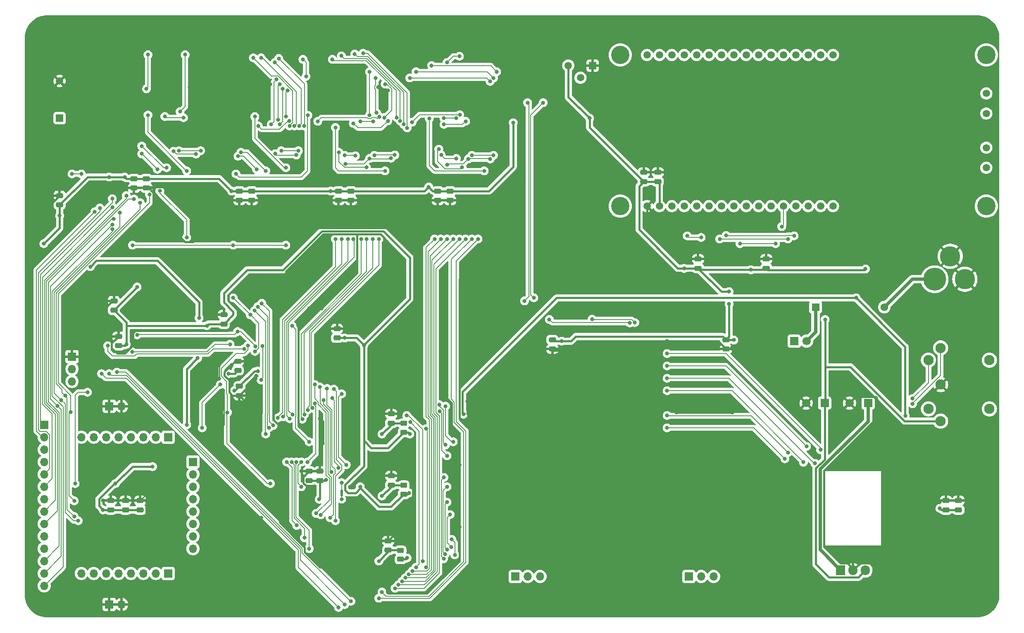
<source format=gbr>
%TF.GenerationSoftware,KiCad,Pcbnew,(6.0.5)*%
%TF.CreationDate,2022-08-14T20:58:03+02:00*%
%TF.ProjectId,Pico Debugger,5069636f-2044-4656-9275-676765722e6b,rev?*%
%TF.SameCoordinates,Original*%
%TF.FileFunction,Copper,L2,Bot*%
%TF.FilePolarity,Positive*%
%FSLAX46Y46*%
G04 Gerber Fmt 4.6, Leading zero omitted, Abs format (unit mm)*
G04 Created by KiCad (PCBNEW (6.0.5)) date 2022-08-14 20:58:03*
%MOMM*%
%LPD*%
G01*
G04 APERTURE LIST*
G04 Aperture macros list*
%AMRoundRect*
0 Rectangle with rounded corners*
0 $1 Rounding radius*
0 $2 $3 $4 $5 $6 $7 $8 $9 X,Y pos of 4 corners*
0 Add a 4 corners polygon primitive as box body*
4,1,4,$2,$3,$4,$5,$6,$7,$8,$9,$2,$3,0*
0 Add four circle primitives for the rounded corners*
1,1,$1+$1,$2,$3*
1,1,$1+$1,$4,$5*
1,1,$1+$1,$6,$7*
1,1,$1+$1,$8,$9*
0 Add four rect primitives between the rounded corners*
20,1,$1+$1,$2,$3,$4,$5,0*
20,1,$1+$1,$4,$5,$6,$7,0*
20,1,$1+$1,$6,$7,$8,$9,0*
20,1,$1+$1,$8,$9,$2,$3,0*%
G04 Aperture macros list end*
%TA.AperFunction,SMDPad,CuDef*%
%ADD10RoundRect,0.250000X0.475000X-0.250000X0.475000X0.250000X-0.475000X0.250000X-0.475000X-0.250000X0*%
%TD*%
%TA.AperFunction,ComponentPad*%
%ADD11R,1.700000X1.700000*%
%TD*%
%TA.AperFunction,ComponentPad*%
%ADD12C,1.700000*%
%TD*%
%TA.AperFunction,ComponentPad*%
%ADD13O,1.700000X1.700000*%
%TD*%
%TA.AperFunction,ComponentPad*%
%ADD14C,4.700000*%
%TD*%
%TA.AperFunction,ComponentPad*%
%ADD15C,4.150000*%
%TD*%
%TA.AperFunction,ComponentPad*%
%ADD16C,1.500000*%
%TD*%
%TA.AperFunction,ComponentPad*%
%ADD17C,3.750000*%
%TD*%
%TA.AperFunction,ComponentPad*%
%ADD18R,1.509000X1.509000*%
%TD*%
%TA.AperFunction,ComponentPad*%
%ADD19C,1.509000*%
%TD*%
%TA.AperFunction,ComponentPad*%
%ADD20C,2.100000*%
%TD*%
%TA.AperFunction,ComponentPad*%
%ADD21R,1.500000X1.500000*%
%TD*%
%TA.AperFunction,ComponentPad*%
%ADD22R,1.905000X2.000000*%
%TD*%
%TA.AperFunction,ComponentPad*%
%ADD23O,1.905000X2.000000*%
%TD*%
%TA.AperFunction,ComponentPad*%
%ADD24R,1.575000X1.575000*%
%TD*%
%TA.AperFunction,ComponentPad*%
%ADD25C,1.575000*%
%TD*%
%TA.AperFunction,SMDPad,CuDef*%
%ADD26RoundRect,0.250000X-0.475000X0.250000X-0.475000X-0.250000X0.475000X-0.250000X0.475000X0.250000X0*%
%TD*%
%TA.AperFunction,SMDPad,CuDef*%
%ADD27C,0.500000*%
%TD*%
%TA.AperFunction,SMDPad,CuDef*%
%ADD28RoundRect,0.250000X0.450000X-0.262500X0.450000X0.262500X-0.450000X0.262500X-0.450000X-0.262500X0*%
%TD*%
%TA.AperFunction,ViaPad*%
%ADD29C,0.800000*%
%TD*%
%TA.AperFunction,Conductor*%
%ADD30C,0.200000*%
%TD*%
%TA.AperFunction,Conductor*%
%ADD31C,0.450000*%
%TD*%
%TA.AperFunction,Conductor*%
%ADD32C,0.250000*%
%TD*%
%TA.AperFunction,Conductor*%
%ADD33C,0.700000*%
%TD*%
G04 APERTURE END LIST*
%TO.C,NT1*%
G36*
X106295000Y-140200000D02*
G01*
X105795000Y-140200000D01*
X105795000Y-139200000D01*
X106295000Y-139200000D01*
X106295000Y-140200000D01*
G37*
%TD*%
D10*
%TO.P,C42,1*%
%TO.N,/5V*%
X61753750Y-143174000D03*
%TO.P,C42,2*%
%TO.N,/GND*%
X61753750Y-141274000D03*
%TD*%
D11*
%TO.P,C6,1*%
%TO.N,/5V Source*%
X205002651Y-121285000D03*
D12*
%TO.P,C6,2*%
%TO.N,/GND*%
X201202651Y-121285000D03*
%TD*%
D11*
%TO.P,J8,1,Pin_1*%
%TO.N,/Data7_{W65}*%
X70485000Y-128270000D03*
D13*
%TO.P,J8,2,Pin_2*%
%TO.N,/Data6_{W65}*%
X67945000Y-128270000D03*
%TO.P,J8,3,Pin_3*%
%TO.N,/Data5_{W65}*%
X65405000Y-128270000D03*
%TO.P,J8,4,Pin_4*%
%TO.N,/Data4_{W65}*%
X62865000Y-128270000D03*
%TO.P,J8,5,Pin_5*%
%TO.N,/Data3_{W65}*%
X60325000Y-128270000D03*
%TO.P,J8,6,Pin_6*%
%TO.N,/Data2_{W65}*%
X57785000Y-128270000D03*
%TO.P,J8,7,Pin_7*%
%TO.N,/Data1_{W65}*%
X55245000Y-128270000D03*
%TO.P,J8,8,Pin_8*%
%TO.N,/Data0_{W65}*%
X52705000Y-128270000D03*
%TD*%
D11*
%TO.P,J11,1,Pin_1*%
%TO.N,/GND*%
X58420000Y-121920000D03*
D13*
%TO.P,J11,2,Pin_2*%
X60960000Y-121920000D03*
%TD*%
D11*
%TO.P,J12,1,Pin_1*%
%TO.N,/GND*%
X50800000Y-111760000D03*
D13*
%TO.P,J12,2,Pin_2*%
%TO.N,Net-(J12-Pad2)*%
X50800000Y-114300000D03*
%TO.P,J12,3,Pin_3*%
%TO.N,/Tame Clk*%
X50800000Y-116840000D03*
%TD*%
D11*
%TO.P,J6,1,Pin_1*%
%TO.N,/Addr15_{W65}*%
X75565000Y-133350000D03*
D13*
%TO.P,J6,2,Pin_2*%
%TO.N,/Addr14_{W65}*%
X75565000Y-135890000D03*
%TO.P,J6,3,Pin_3*%
%TO.N,/Addr13_{W65}*%
X75565000Y-138430000D03*
%TO.P,J6,4,Pin_4*%
%TO.N,/Addr12_{W65}*%
X75565000Y-140970000D03*
%TO.P,J6,5,Pin_5*%
%TO.N,/Addr11_{W65}*%
X75565000Y-143510000D03*
%TO.P,J6,6,Pin_6*%
%TO.N,/Addr10_{W65}*%
X75565000Y-146050000D03*
%TO.P,J6,7,Pin_7*%
%TO.N,/Addr9_{W65}*%
X75565000Y-148590000D03*
%TO.P,J6,8,Pin_8*%
%TO.N,/Addr8_{W65}*%
X75565000Y-151130000D03*
%TD*%
D14*
%TO.P,J5,A1,VCC*%
%TO.N,Net-(D1-Pad2)*%
X227533200Y-95885000D03*
D15*
%TO.P,J5,B1,GND*%
%TO.N,/GND*%
X230733200Y-91185000D03*
%TO.P,J5,C1,GND*%
X233733200Y-95885000D03*
%TD*%
D11*
%TO.P,J1,1,Pin_1*%
%TO.N,Net-(J1-Pad1)*%
X177180000Y-156845000D03*
D13*
%TO.P,J1,2,Pin_2*%
%TO.N,Net-(J1-Pad2)*%
X179720000Y-156845000D03*
%TO.P,J1,3,Pin_3*%
%TO.N,Net-(J1-Pad3)*%
X182260000Y-156845000D03*
%TD*%
D16*
%TO.P,DS1,1,GND*%
%TO.N,/GND*%
X168620000Y-80905000D03*
%TO.P,DS1,2,5V*%
%TO.N,/5V*%
X171160000Y-80905000D03*
%TO.P,DS1,3,V_{O}*%
%TO.N,/V_{0}*%
X173700000Y-80905000D03*
%TO.P,DS1,4,RS*%
%TO.N,/LCD RS*%
X176240000Y-80905000D03*
%TO.P,DS1,5,R/~{W}*%
%TO.N,/LCD R~{W}*%
X178780000Y-80905000D03*
%TO.P,DS1,6,E*%
%TO.N,/LCD E*%
X181320000Y-80905000D03*
%TO.P,DS1,7,DB0*%
%TO.N,/LCD DB0*%
X183860000Y-80905000D03*
%TO.P,DS1,8,DB1*%
%TO.N,/LCD DB1*%
X186400000Y-80905000D03*
%TO.P,DS1,9,DB2*%
%TO.N,/LCD DB2*%
X188940000Y-80905000D03*
%TO.P,DS1,10,DB3*%
%TO.N,/LCD DB3*%
X191480000Y-80905000D03*
%TO.P,DS1,11,DB4*%
%TO.N,/LCD DB4*%
X194020000Y-80905000D03*
%TO.P,DS1,12,DB5*%
%TO.N,/LCD DB5*%
X196560000Y-80905000D03*
%TO.P,DS1,13,DB6*%
%TO.N,/LCD DB6*%
X199100000Y-80905000D03*
%TO.P,DS1,14,DB7*%
%TO.N,/LCD DB7*%
X201640000Y-80905000D03*
%TO.P,DS1,15,LEDA*%
%TO.N,unconnected-(DS1-Pad15)*%
X204180000Y-80905000D03*
%TO.P,DS1,16,LEDK*%
%TO.N,unconnected-(DS1-Pad16)*%
X206720000Y-80905000D03*
%TO.P,DS1,17,GND*%
%TO.N,unconnected-(DS1-Pad17)*%
X168620000Y-49905000D03*
%TO.P,DS1,18,5V*%
%TO.N,unconnected-(DS1-Pad18)*%
X171160000Y-49905000D03*
%TO.P,DS1,19,V_{O}*%
%TO.N,unconnected-(DS1-Pad19)*%
X173700000Y-49905000D03*
%TO.P,DS1,20,RS*%
%TO.N,unconnected-(DS1-Pad20)*%
X176240000Y-49905000D03*
%TO.P,DS1,21,R/~{W}*%
%TO.N,unconnected-(DS1-Pad21)*%
X178780000Y-49905000D03*
%TO.P,DS1,22,E*%
%TO.N,unconnected-(DS1-Pad22)*%
X181320000Y-49905000D03*
%TO.P,DS1,23,DB0*%
%TO.N,unconnected-(DS1-Pad23)*%
X183860000Y-49905000D03*
%TO.P,DS1,24,DB1*%
%TO.N,unconnected-(DS1-Pad24)*%
X186400000Y-49905000D03*
%TO.P,DS1,25,DB2*%
%TO.N,unconnected-(DS1-Pad25)*%
X188940000Y-49905000D03*
%TO.P,DS1,26,DB3*%
%TO.N,unconnected-(DS1-Pad26)*%
X191480000Y-49905000D03*
%TO.P,DS1,27,DB4*%
%TO.N,unconnected-(DS1-Pad27)*%
X194020000Y-49905000D03*
%TO.P,DS1,28,DB5*%
%TO.N,unconnected-(DS1-Pad28)*%
X196560000Y-49905000D03*
%TO.P,DS1,29,DB6*%
%TO.N,unconnected-(DS1-Pad29)*%
X199100000Y-49905000D03*
%TO.P,DS1,30,DB7*%
%TO.N,unconnected-(DS1-Pad30)*%
X201640000Y-49905000D03*
%TO.P,DS1,31,LEDA*%
%TO.N,unconnected-(DS1-Pad31)*%
X204180000Y-49905000D03*
%TO.P,DS1,32,LEDK*%
%TO.N,unconnected-(DS1-Pad32)*%
X206720000Y-49905000D03*
%TO.P,DS1,A1,A1*%
%TO.N,unconnected-(DS1-PadA1)*%
X238120000Y-57785000D03*
%TO.P,DS1,A2,A2*%
%TO.N,unconnected-(DS1-PadA2)*%
X238120000Y-61905000D03*
%TO.P,DS1,K1,K1*%
%TO.N,unconnected-(DS1-PadK1)*%
X238120000Y-68905000D03*
%TO.P,DS1,K2,K2*%
%TO.N,unconnected-(DS1-PadK2)*%
X238120000Y-73025000D03*
D17*
%TO.P,DS1,MH1*%
%TO.N,unconnected-(DS1-PadMH1)*%
X163120000Y-80905000D03*
%TO.P,DS1,MH2*%
%TO.N,unconnected-(DS1-PadMH2)*%
X163120000Y-49905000D03*
%TO.P,DS1,MH3*%
%TO.N,unconnected-(DS1-PadMH3)*%
X238120000Y-49905000D03*
%TO.P,DS1,MH4*%
%TO.N,unconnected-(DS1-PadMH4)*%
X238120000Y-80905000D03*
%TD*%
D18*
%TO.P,S1,1,COM*%
%TO.N,/~{LED Enable}*%
X48260000Y-62865000D03*
D19*
%TO.P,S1,2,NO*%
%TO.N,/GND*%
X48260000Y-55245000D03*
%TD*%
D11*
%TO.P,LED1,1,K*%
%TO.N,Net-(LED1-Pad1)*%
X198755000Y-108585000D03*
D12*
%TO.P,LED1,2,A*%
%TO.N,/5V Forward*%
X201295000Y-108585000D03*
%TD*%
D11*
%TO.P,C5,1*%
%TO.N,/5V Forward*%
X213892651Y-121285000D03*
D12*
%TO.P,C5,2*%
%TO.N,/GND*%
X210092651Y-121285000D03*
%TD*%
D20*
%TO.P,J4,1*%
%TO.N,/Keypad PL*%
X228760000Y-109975000D03*
%TO.P,J4,2*%
%TO.N,/GND*%
X228760000Y-117475000D03*
%TO.P,J4,3*%
%TO.N,/5V Source*%
X228760000Y-124975000D03*
%TO.P,J4,4*%
%TO.N,/Keypad CP*%
X226260000Y-112475000D03*
%TO.P,J4,5*%
%TO.N,/Keypad Q_{IN}*%
X226260000Y-122475000D03*
%TO.P,J4,6*%
%TO.N,unconnected-(J4-Pad6)*%
X238760000Y-112475000D03*
%TO.P,J4,7*%
%TO.N,unconnected-(J4-Pad7)*%
X238760000Y-122475000D03*
%TD*%
D11*
%TO.P,J2,1,Pin_1*%
%TO.N,Net-(J2-Pad1)*%
X141620000Y-156845000D03*
D13*
%TO.P,J2,2,Pin_2*%
%TO.N,Net-(J2-Pad2)*%
X144160000Y-156845000D03*
%TO.P,J2,3,Pin_3*%
%TO.N,Net-(J2-Pad3)*%
X146700000Y-156845000D03*
%TD*%
D11*
%TO.P,J7,1,Pin_1*%
%TO.N,/Addr7_{W65}*%
X70485000Y-156210000D03*
D13*
%TO.P,J7,2,Pin_2*%
%TO.N,/Addr6_{W65}*%
X67945000Y-156210000D03*
%TO.P,J7,3,Pin_3*%
%TO.N,/Addr5_{W65}*%
X65405000Y-156210000D03*
%TO.P,J7,4,Pin_4*%
%TO.N,/Addr4_{W65}*%
X62865000Y-156210000D03*
%TO.P,J7,5,Pin_5*%
%TO.N,/Addr3_{W65}*%
X60325000Y-156210000D03*
%TO.P,J7,6,Pin_6*%
%TO.N,/Addr2_{W65}*%
X57785000Y-156210000D03*
%TO.P,J7,7,Pin_7*%
%TO.N,/Addr1_{W65}*%
X55245000Y-156210000D03*
%TO.P,J7,8,Pin_8*%
%TO.N,/Addr0_{W65}*%
X52705000Y-156210000D03*
%TD*%
D21*
%TO.P,VR1,1,GND*%
%TO.N,/GND*%
X157480000Y-52070000D03*
D16*
%TO.P,VR1,2,VOUT*%
%TO.N,/V_{0}*%
X154980000Y-54570000D03*
%TO.P,VR1,3,VIN*%
%TO.N,/5V*%
X152480000Y-52070000D03*
%TD*%
D11*
%TO.P,J9,1,Pin_1*%
%TO.N,/R~{W}*%
X45085000Y-125730000D03*
D13*
%TO.P,J9,2,Pin_2*%
%TO.N,/E*%
X45085000Y-128270000D03*
%TO.P,J9,3,Pin_3*%
%TO.N,/BE_{W65}*%
X45085000Y-130810000D03*
%TO.P,J9,4,Pin_4*%
%TO.N,/PHI2_{W65}*%
X45085000Y-133350000D03*
%TO.P,J9,5,Pin_5*%
%TO.N,/MX*%
X45085000Y-135890000D03*
%TO.P,J9,6,Pin_6*%
%TO.N,/VDA*%
X45085000Y-138430000D03*
%TO.P,J9,7,Pin_7*%
%TO.N,/~{RES}_{W65}*%
X45085000Y-140970000D03*
%TO.P,J9,8,Pin_8*%
%TO.N,/~{VP}*%
X45085000Y-143510000D03*
%TO.P,J9,9,Pin_9*%
%TO.N,/RDY*%
X45085000Y-146050000D03*
%TO.P,J9,10,Pin_10*%
%TO.N,/~{ABORT}_{W65}*%
X45085000Y-148590000D03*
%TO.P,J9,11,Pin_11*%
%TO.N,/~{IRQ}_{W65}*%
X45085000Y-151130000D03*
%TO.P,J9,12,Pin_12*%
%TO.N,/~{ML}*%
X45085000Y-153670000D03*
%TO.P,J9,13,Pin_13*%
%TO.N,/~{NMI}_{W65}*%
X45085000Y-156210000D03*
%TO.P,J9,14,Pin_14*%
%TO.N,/VPA*%
X45085000Y-158750000D03*
%TD*%
D22*
%TO.P,U1,1,IN*%
%TO.N,/5V Forward*%
X208280000Y-155575000D03*
D23*
%TO.P,U1,2,GND*%
%TO.N,/GND*%
X210820000Y-155575000D03*
%TO.P,U1,3,OUT*%
%TO.N,/5V Source*%
X213360000Y-155575000D03*
%TD*%
D11*
%TO.P,J10,1,Pin_1*%
%TO.N,/GND*%
X58420000Y-162560000D03*
D13*
%TO.P,J10,2,Pin_2*%
X60960000Y-162560000D03*
%TD*%
D24*
%TO.P,D1,1*%
%TO.N,/5V Forward*%
X203135500Y-101600500D03*
D25*
%TO.P,D1,2*%
%TO.N,Net-(D1-Pad2)*%
X217235500Y-101600500D03*
%TD*%
D26*
%TO.P,C12,1*%
%TO.N,/5V*%
X149225000Y-108286000D03*
%TO.P,C12,2*%
%TO.N,/GND*%
X149225000Y-110186000D03*
%TD*%
D10*
%TO.P,C39,1*%
%TO.N,Net-(C39-Pad1)*%
X115570000Y-151429000D03*
%TO.P,C39,2*%
%TO.N,/GND*%
X115570000Y-149529000D03*
%TD*%
D26*
%TO.P,C31,1*%
%TO.N,/5V*%
X128270000Y-77806000D03*
%TO.P,C31,2*%
%TO.N,/GND*%
X128270000Y-79706000D03*
%TD*%
D10*
%TO.P,C16,1*%
%TO.N,/3.3V*%
X81915000Y-105074000D03*
%TO.P,C16,2*%
%TO.N,/GND*%
X81915000Y-103174000D03*
%TD*%
%TO.P,C10,1*%
%TO.N,/3.3V*%
X99377500Y-137155000D03*
%TO.P,C10,2*%
%TO.N,/GND*%
X99377500Y-135255000D03*
%TD*%
D27*
%TO.P,NT1,1,1*%
%TO.N,/R~{W}*%
X106045000Y-139200000D03*
%TO.P,NT1,2,2*%
%TO.N,/~{WE}*%
X106045000Y-140200000D03*
%TD*%
D10*
%TO.P,C15,1*%
%TO.N,/3.3V*%
X229870000Y-143174000D03*
%TO.P,C15,2*%
%TO.N,/GND*%
X229870000Y-141274000D03*
%TD*%
D28*
%TO.P,R9,1*%
%TO.N,/3.3V*%
X118755000Y-139977500D03*
%TO.P,R9,2*%
%TO.N,Net-(C38-Pad1)*%
X118755000Y-138152500D03*
%TD*%
D26*
%TO.P,C37,1*%
%TO.N,/5V*%
X107950000Y-77806000D03*
%TO.P,C37,2*%
%TO.N,/GND*%
X107950000Y-79706000D03*
%TD*%
%TO.P,C29,1*%
%TO.N,/5V*%
X125730000Y-77806000D03*
%TO.P,C29,2*%
%TO.N,/GND*%
X125730000Y-79706000D03*
%TD*%
D10*
%TO.P,C14,1*%
%TO.N,/5V*%
X64770000Y-143174000D03*
%TO.P,C14,2*%
%TO.N,/GND*%
X64770000Y-141274000D03*
%TD*%
%TO.P,C22,1*%
%TO.N,/5V*%
X58737500Y-143174000D03*
%TO.P,C22,2*%
%TO.N,/GND*%
X58737500Y-141274000D03*
%TD*%
%TO.P,C19,1*%
%TO.N,/3.3V*%
X105092500Y-107931500D03*
%TO.P,C19,2*%
%TO.N,/GND*%
X105092500Y-106031500D03*
%TD*%
%TO.P,C27,1*%
%TO.N,/5V*%
X167945000Y-75864000D03*
%TO.P,C27,2*%
%TO.N,/GND*%
X167945000Y-73964000D03*
%TD*%
D26*
%TO.P,C11,1*%
%TO.N,/5V*%
X184785000Y-108286000D03*
%TO.P,C11,2*%
%TO.N,/GND*%
X184785000Y-110186000D03*
%TD*%
D28*
%TO.P,R10,1*%
%TO.N,/3.3V*%
X118120000Y-153312500D03*
%TO.P,R10,2*%
%TO.N,Net-(C39-Pad1)*%
X118120000Y-151487500D03*
%TD*%
D26*
%TO.P,C33,1*%
%TO.N,/5V*%
X87630000Y-77806000D03*
%TO.P,C33,2*%
%TO.N,/GND*%
X87630000Y-79706000D03*
%TD*%
D10*
%TO.P,C23,1*%
%TO.N,/5V*%
X84772500Y-114599000D03*
%TO.P,C23,2*%
%TO.N,/GND*%
X84772500Y-112699000D03*
%TD*%
D26*
%TO.P,C32,1*%
%TO.N,/5V*%
X85090000Y-77806000D03*
%TO.P,C32,2*%
%TO.N,/GND*%
X85090000Y-79706000D03*
%TD*%
%TO.P,C21,1*%
%TO.N,/3.3V*%
X85090000Y-117811000D03*
%TO.P,C21,2*%
%TO.N,/GND*%
X85090000Y-119711000D03*
%TD*%
D10*
%TO.P,C30,1*%
%TO.N,/3.3V*%
X59372500Y-102216500D03*
%TO.P,C30,2*%
%TO.N,/GND*%
X59372500Y-100316500D03*
%TD*%
%TO.P,C13,1*%
%TO.N,/3.3V*%
X232410000Y-143174000D03*
%TO.P,C13,2*%
%TO.N,/GND*%
X232410000Y-141274000D03*
%TD*%
D26*
%TO.P,C34,1*%
%TO.N,/5V*%
X63500000Y-75266000D03*
%TO.P,C34,2*%
%TO.N,/GND*%
X63500000Y-77166000D03*
%TD*%
D10*
%TO.P,C25,1*%
%TO.N,/3.3V*%
X60325000Y-109519000D03*
%TO.P,C25,2*%
%TO.N,/GND*%
X60325000Y-107619000D03*
%TD*%
%TO.P,C38,1*%
%TO.N,Net-(C38-Pad1)*%
X116205000Y-138094000D03*
%TO.P,C38,2*%
%TO.N,/GND*%
X116205000Y-136194000D03*
%TD*%
%TO.P,C26,1*%
%TO.N,/5V*%
X179070000Y-93644000D03*
%TO.P,C26,2*%
%TO.N,/GND*%
X179070000Y-91744000D03*
%TD*%
D26*
%TO.P,C36,1*%
%TO.N,/5V*%
X105410000Y-77806000D03*
%TO.P,C36,2*%
%TO.N,/GND*%
X105410000Y-79706000D03*
%TD*%
D28*
%TO.P,R11,1*%
%TO.N,/3.3V*%
X118755000Y-127277500D03*
%TO.P,R11,2*%
%TO.N,Net-(C40-Pad1)*%
X118755000Y-125452500D03*
%TD*%
D10*
%TO.P,C24,1*%
%TO.N,/5V*%
X48260000Y-80626500D03*
%TO.P,C24,2*%
%TO.N,/GND*%
X48260000Y-78726500D03*
%TD*%
%TO.P,C17,1*%
%TO.N,/5V*%
X193040000Y-93644000D03*
%TO.P,C17,2*%
%TO.N,/GND*%
X193040000Y-91744000D03*
%TD*%
%TO.P,C40,1*%
%TO.N,Net-(C40-Pad1)*%
X116205000Y-125394000D03*
%TO.P,C40,2*%
%TO.N,/GND*%
X116205000Y-123494000D03*
%TD*%
D26*
%TO.P,C35,1*%
%TO.N,/5V*%
X66040000Y-75266000D03*
%TO.P,C35,2*%
%TO.N,/GND*%
X66040000Y-77166000D03*
%TD*%
D10*
%TO.P,C18,1*%
%TO.N,/3.3V*%
X101600000Y-137155000D03*
%TO.P,C18,2*%
%TO.N,/GND*%
X101600000Y-135255000D03*
%TD*%
%TO.P,C28,1*%
%TO.N,/5V*%
X170815000Y-75864000D03*
%TO.P,C28,2*%
%TO.N,/GND*%
X170815000Y-73964000D03*
%TD*%
D29*
%TO.N,/SD Dat0*%
X204178151Y-130857599D03*
X172720000Y-111125000D03*
%TO.N,/SD Dat1*%
X201295000Y-130175000D03*
X172720000Y-113665000D03*
%TO.N,/SD Dat2*%
X203024876Y-133660231D03*
X172720000Y-116205000D03*
%TO.N,/SD Dat3*%
X172720000Y-118745000D03*
X200660000Y-133414500D03*
%TO.N,/SD Clk*%
X197485000Y-131445000D03*
X172720000Y-123825000D03*
%TO.N,/SD Cmd*%
X196850000Y-132715000D03*
X172720000Y-126365000D03*
%TO.N,/Data0*%
X100816030Y-143905259D03*
X100530043Y-117475000D03*
%TO.N,/Data1*%
X101772734Y-144194609D03*
X101572805Y-117973153D03*
%TO.N,/Data2*%
X103675054Y-144791433D03*
X103047122Y-118287122D03*
%TO.N,/Data3*%
X104457500Y-118427500D03*
X104775000Y-145415000D03*
%TO.N,/Data4*%
X106045000Y-119380000D03*
X106995328Y-133929326D03*
%TO.N,/Data5*%
X126047500Y-121602500D03*
X105372688Y-134517757D03*
X127317500Y-129857500D03*
X104116399Y-120282594D03*
%TO.N,/Data6*%
X127317500Y-121920000D03*
X103969010Y-135446120D03*
X128905000Y-129222500D03*
X102328553Y-120650000D03*
%TO.N,/Data7*%
X127635000Y-132080000D03*
X126139749Y-123001501D03*
X99060000Y-133350000D03*
X100530041Y-121347930D03*
%TO.N,/Addr0*%
X125095000Y-87630000D03*
X120515562Y-155706229D03*
%TO.N,/Addr1*%
X119814491Y-156418623D03*
X126365000Y-87630000D03*
%TO.N,/Addr2*%
X119097766Y-157118123D03*
X127635000Y-87630000D03*
%TO.N,/Addr3*%
X118395590Y-157829428D03*
X128905000Y-87630000D03*
%TO.N,/Addr4*%
X130175000Y-87630000D03*
X117688826Y-158536174D03*
%TO.N,/Addr5*%
X131445000Y-87630000D03*
X116982071Y-159242929D03*
X94791492Y-133350110D03*
X96837500Y-146367500D03*
%TO.N,/Addr6*%
X95790994Y-133350000D03*
X114300000Y-160020000D03*
X98425000Y-148907500D03*
X132715000Y-87630000D03*
%TO.N,/Addr7*%
X99377500Y-151130000D03*
X113665000Y-161290000D03*
X133985000Y-87630000D03*
X96790497Y-133350000D03*
%TO.N,/Addr8*%
X97792161Y-138427950D03*
X97790000Y-133350000D03*
%TO.N,/5V Source*%
X205105000Y-104140000D03*
%TO.N,/LCD Shift Clock*%
X198755000Y-86995000D03*
X184812945Y-86930500D03*
%TO.N,/LCD Store Clock*%
X183515000Y-87630000D03*
X197485000Y-87630000D03*
%TO.N,/R~{W}*%
X106041858Y-137603322D03*
X82639500Y-123190000D03*
X59055000Y-79375000D03*
X86816135Y-109521282D03*
X91440000Y-137795000D03*
%TO.N,/~{WE}*%
X106045000Y-140970000D03*
%TO.N,/~{VP}*%
X61912500Y-78740000D03*
%TO.N,/BE*%
X58102500Y-109537500D03*
X145415000Y-99695000D03*
X147320000Y-59690000D03*
X86042499Y-110154128D03*
%TO.N,/RDY*%
X63494094Y-79432432D03*
%TO.N,/~{ML}*%
X59354128Y-83484128D03*
%TO.N,/VPA*%
X59055000Y-85660500D03*
%TO.N,/~{OE}*%
X99377500Y-129222500D03*
X95878033Y-105410000D03*
%TO.N,/E*%
X55460344Y-82048306D03*
%TO.N,/MX*%
X56515000Y-81280000D03*
%TO.N,/Keypad CP*%
X222976629Y-120360629D03*
%TO.N,/Keypad PL*%
X223012000Y-121412000D03*
%TO.N,/UART 1*%
X166099503Y-104775000D03*
X157335128Y-104075500D03*
%TO.N,/UART 2*%
X165100000Y-104839500D03*
X148590002Y-104140000D03*
%TO.N,/~{BE}*%
X64135000Y-107315000D03*
X84717019Y-106624519D03*
X88368135Y-109698207D03*
%TO.N,/PHI2*%
X63130510Y-110755510D03*
X143510000Y-100330000D03*
X89535000Y-116522500D03*
X89767136Y-109586202D03*
X144145000Y-59690000D03*
X83185000Y-109220000D03*
%TO.N,/VDA*%
X59089343Y-81173512D03*
%TO.N,/SPI_{0} TX*%
X107950000Y-161925000D03*
X60007500Y-114935000D03*
%TO.N,/SPI_{0} SCK*%
X106673473Y-162576747D03*
X58420000Y-115252500D03*
%TO.N,/SPI_{0} CS*%
X105410000Y-163195000D03*
X56832500Y-115252500D03*
%TO.N,/300Hz*%
X94615000Y-88900000D03*
X63182500Y-88900000D03*
X83820000Y-88900000D03*
%TO.N,/~{LED Enable}*%
X68796397Y-77790377D03*
X74295000Y-87312500D03*
%TO.N,/~{ABORT}_{W65}*%
X49397234Y-119760625D03*
X51250920Y-144539500D03*
X64770000Y-80199403D03*
%TO.N,/~{PHI2}*%
X83820000Y-99695000D03*
X88271665Y-110693043D03*
X87312500Y-103187500D03*
%TO.N,/Addr18*%
X89678510Y-100821490D03*
X91993854Y-125862374D03*
%TO.N,/Addr17*%
X91122500Y-126365000D03*
X88835500Y-101528245D03*
%TO.N,/Addr16*%
X88207703Y-102305982D03*
X90487500Y-127635000D03*
%TO.N,/~{IRQ}_{W65}*%
X52070000Y-145415000D03*
X60638082Y-82196956D03*
X48577500Y-120650000D03*
%TO.N,/~{NMI}_{W65}*%
X47771295Y-121822284D03*
X59055000Y-84660997D03*
%TO.N,/~{RES}_{W65}*%
X51265219Y-141339500D03*
X66664510Y-78511478D03*
X50486071Y-123141604D03*
%TO.N,/PHI2_{W65}*%
X77470000Y-126365000D03*
X81190500Y-117475000D03*
%TO.N,/Addr8_{W65}*%
X92955173Y-124307795D03*
X104775000Y-87630000D03*
%TO.N,/Addr9_{W65}*%
X94078999Y-124071686D03*
X106045000Y-87630000D03*
%TO.N,/Addr10_{W65}*%
X95389212Y-124474324D03*
X107315000Y-87630000D03*
%TO.N,/Addr11_{W65}*%
X95976978Y-123665908D03*
X108395500Y-87687137D03*
%TO.N,/Addr12_{W65}*%
X97979500Y-124582765D03*
X110044500Y-87687137D03*
%TO.N,/Addr13_{W65}*%
X111125001Y-87630000D03*
X98425000Y-123620858D03*
%TO.N,/Addr14_{W65}*%
X112395000Y-87630000D03*
X99096020Y-122667628D03*
%TO.N,/Addr15_{W65}*%
X100021674Y-122290575D03*
X113665001Y-87630000D03*
%TO.N,/BE_{W65}*%
X51435000Y-137795000D03*
X53975000Y-119062500D03*
%TO.N,/Addr7_{Pico}*%
X126954921Y-153175442D03*
X127000000Y-136525000D03*
%TO.N,/Addr6_{Pico}*%
X127635000Y-138430000D03*
X127260392Y-152223764D03*
%TO.N,/Addr5_{Pico}*%
X127635000Y-141605000D03*
X127635000Y-151297118D03*
%TO.N,/Addr4_{Pico}*%
X128523000Y-150812500D03*
X128269998Y-144145000D03*
%TO.N,/Addr2_{Pico}*%
X129222500Y-152400000D03*
X128587500Y-149225000D03*
%TO.N,/Addr16_{Pico}*%
X123319000Y-154940000D03*
X123319000Y-126545500D03*
%TO.N,/Addr17_{Pico}*%
X122619500Y-153670000D03*
X119380000Y-123825000D03*
%TO.N,/Addr18_{Pico}*%
X120086755Y-125166755D03*
X121285000Y-154940000D03*
%TO.N,/Data Display/Digit L0 Cathode*%
X66357500Y-49847500D03*
X74295000Y-73660000D03*
X66357500Y-62230000D03*
X66040000Y-56832500D03*
%TO.N,/Data Display/Digit R0 Cathode*%
X72940378Y-61510378D03*
X73977500Y-49847500D03*
%TO.N,Net-(DS2-Pad9)*%
X73639878Y-62776462D03*
X69816449Y-62515280D03*
%TO.N,/High Address Display/Digit L0 Cathode*%
X104775000Y-64770000D03*
X114935000Y-73660000D03*
%TO.N,Net-(DS3-Pad7)*%
X109855000Y-63500000D03*
X112529500Y-63483994D03*
%TO.N,/High Address Display/Digit R0 Cathode*%
X113801635Y-62572013D03*
X101154500Y-63500000D03*
%TO.N,Net-(DS3-Pad9)*%
X115505500Y-63426973D03*
X108442364Y-63928393D03*
%TO.N,Net-(DS3-Pad12)*%
X114788468Y-62730647D03*
X114964200Y-55865169D03*
%TO.N,Net-(DS3-Pad14)*%
X113199906Y-61773936D03*
X113030000Y-54610000D03*
%TO.N,Net-(DS3-Pad15)*%
X111760000Y-53340000D03*
X111760000Y-62230000D03*
%TO.N,Net-(DS3-Pad16)*%
X119454886Y-64844888D03*
X110425500Y-49538217D03*
%TO.N,Net-(DS3-Pad17)*%
X118748144Y-64138120D03*
X108727119Y-49700989D03*
%TO.N,Net-(DS3-Pad19)*%
X118041305Y-63431448D03*
X105993225Y-50100500D03*
%TO.N,Net-(DS3-Pad20)*%
X117334648Y-62724595D03*
X104140000Y-50800000D03*
%TO.N,/Low Address Display/Digit L0 Cathode*%
X123997104Y-62929500D03*
X135255000Y-73660000D03*
%TO.N,Net-(DS4-Pad6)*%
X127000000Y-62865000D03*
X129540000Y-62865000D03*
%TO.N,/Low Address Display/Digit R0 Cathode*%
X130246755Y-62158245D03*
X120472878Y-63677122D03*
X130175000Y-50165000D03*
X127635000Y-51435000D03*
%TO.N,Net-(DS4-Pad9)*%
X131445000Y-63500000D03*
X127000000Y-64135000D03*
%TO.N,Net-(DS4-Pad17)*%
X124460000Y-52070000D03*
X137795000Y-53340000D03*
%TO.N,Net-(DS4-Pad19)*%
X121285000Y-53340000D03*
X137160000Y-54610000D03*
%TO.N,Net-(DS4-Pad20)*%
X120015000Y-54610000D03*
X136453245Y-55316755D03*
%TO.N,/Bank Address Display/Digit L0 Cathode*%
X88265000Y-62547500D03*
X94615000Y-73025000D03*
%TO.N,/Bank Address Display/Digit R0 Cathode*%
X98107500Y-50800000D03*
X84390880Y-74295000D03*
X99105989Y-62277344D03*
X98742500Y-54292500D03*
%TO.N,Net-(DS5-Pad9)*%
X95312006Y-63450557D03*
X88964500Y-64440303D03*
%TO.N,Net-(DS5-Pad11)*%
X94615000Y-62547500D03*
X94932500Y-57150000D03*
%TO.N,Net-(DS5-Pad12)*%
X93980000Y-56832500D03*
X93345000Y-64135000D03*
%TO.N,Net-(DS5-Pad14)*%
X93345000Y-55880000D03*
X93027500Y-63182500D03*
%TO.N,Net-(DS5-Pad15)*%
X92710000Y-54927500D03*
X91610500Y-64122138D03*
%TO.N,Net-(DS5-Pad16)*%
X98360500Y-64452500D03*
X93167878Y-50622878D03*
%TO.N,Net-(DS5-Pad17)*%
X92374128Y-51416628D03*
X97361085Y-64439288D03*
%TO.N,Net-(DS5-Pad19)*%
X96361801Y-64460195D03*
X89535000Y-50482500D03*
%TO.N,Net-(DS5-Pad20)*%
X95362364Y-64448790D03*
X87947500Y-50482500D03*
%TO.N,/Data Display/Digit 0 A Seg*%
X77152500Y-69532500D03*
X72707500Y-69532500D03*
%TO.N,/Data Display/Digit 0 C Seg*%
X65087500Y-68580000D03*
X70167500Y-73025000D03*
%TO.N,/Data Display/Digit 0 F Seg*%
X76200000Y-70232000D03*
X71610128Y-69640628D03*
%TO.N,/Data Display/Digit 0 D Seg*%
X68280872Y-73360872D03*
X65087500Y-70167500D03*
%TO.N,/High Address Display/Digit 0 C Seg*%
X105474500Y-69850000D03*
X111125000Y-72960500D03*
%TO.N,/High Address Display/Digit 0 F Seg*%
X116930051Y-70408529D03*
X112730500Y-70485000D03*
%TO.N,/High Address Display/Digit 0 D Seg*%
X108842284Y-70581959D03*
X106680000Y-70485000D03*
%TO.N,/High Address Display/Digit 0 G Seg*%
X106850759Y-72206516D03*
X111760000Y-71120000D03*
X116168189Y-71055500D03*
%TO.N,/Low Address Display/Digit 0 C Seg*%
X125945000Y-69215000D03*
X130739312Y-72960500D03*
%TO.N,/Low Address Display/Digit 0 F Seg*%
X132715000Y-70485000D03*
X137160000Y-70485000D03*
%TO.N,/Low Address Display/Digit 0 D Seg*%
X129540000Y-71120000D03*
X126429500Y-70414312D03*
%TO.N,/Low Address Display/Digit 0 G Seg*%
X132008245Y-71191755D03*
X136488189Y-71225051D03*
X127635000Y-72390000D03*
%TO.N,/Bank Address Display/Digit 0 A Seg*%
X97163484Y-69514263D03*
X93662500Y-69532500D03*
%TO.N,/Bank Address Display/Digit 0 C Seg*%
X85408629Y-69848443D03*
X90487500Y-73660000D03*
%TO.N,/Bank Address Display/Digit 0 F Seg*%
X92392500Y-70167500D03*
X96741893Y-70420500D03*
%TO.N,/Bank Address Display/Digit 0 D Seg*%
X88582500Y-73342500D03*
X84821739Y-70657495D03*
%TO.N,/5V*%
X48260000Y-82867500D03*
X74295000Y-125730000D03*
X83484000Y-77806000D03*
X76835000Y-103822500D03*
X185420000Y-98425000D03*
X57150000Y-143192500D03*
X76542788Y-112052212D03*
X213360000Y-93790500D03*
X61595000Y-74930000D03*
X186392673Y-108351306D03*
X58420000Y-74930000D03*
X82864636Y-115254281D03*
X67310000Y-134302500D03*
X141197721Y-63803299D03*
X185420000Y-100965000D03*
X151130000Y-108585000D03*
X59690000Y-137795000D03*
X189865000Y-93961500D03*
X156845000Y-62865000D03*
X176217500Y-93657500D03*
X123880939Y-76963000D03*
X103804000Y-77806000D03*
X54560835Y-93295835D03*
X45020500Y-88582500D03*
%TO.N,/Q7S*%
X187642500Y-88582500D03*
X194945000Y-88582500D03*
%TO.N,/LCD RS*%
X179705000Y-87312500D03*
X176847500Y-86995000D03*
%TO.N,/LCD DB5*%
X196215000Y-85090000D03*
%TO.N,Net-(C38-Pad1)*%
X114300000Y-140335000D03*
%TO.N,Net-(C39-Pad1)*%
X113665000Y-153670000D03*
%TO.N,Net-(C40-Pad1)*%
X114300000Y-127635000D03*
%TO.N,/GND*%
X85052213Y-120932485D03*
X85090000Y-122555000D03*
X131997052Y-123496316D03*
X59372500Y-98425000D03*
X131762500Y-120967500D03*
X228600000Y-141605000D03*
X85090000Y-103505000D03*
X151130000Y-110490000D03*
X93345000Y-144462500D03*
X72390000Y-152082500D03*
X139065000Y-86995000D03*
X91440000Y-55880000D03*
X130175000Y-146685000D03*
X116840000Y-53340000D03*
X146685000Y-121285000D03*
X130175000Y-133985000D03*
X101600000Y-124460000D03*
X105092500Y-103187500D03*
X107950000Y-56515000D03*
X78422500Y-85407500D03*
X101917500Y-101917500D03*
X81771490Y-118745000D03*
X97790000Y-135255000D03*
X119062500Y-85407500D03*
X81280000Y-126365000D03*
X145415000Y-146685000D03*
X182245000Y-91440000D03*
X115570000Y-57150000D03*
X46990000Y-88265000D03*
X101600000Y-56515000D03*
X80327500Y-103187500D03*
X147955000Y-144145000D03*
X174625000Y-123190000D03*
X80889905Y-116275857D03*
X132080000Y-56515000D03*
X120650000Y-141605000D03*
X66040000Y-141287500D03*
X93345000Y-135890000D03*
X89535000Y-144780000D03*
X142240000Y-61595000D03*
X69532500Y-136207500D03*
X172720000Y-108585000D03*
X60325000Y-106362500D03*
X117792500Y-146367500D03*
X215519000Y-120269000D03*
X127317500Y-118745000D03*
X88549830Y-115676128D03*
X102170498Y-129540000D03*
X113540500Y-56515000D03*
X83502500Y-124777500D03*
X74930000Y-56515000D03*
X196215000Y-92075000D03*
X125730000Y-56515000D03*
X99695000Y-124460000D03*
X186055000Y-123190000D03*
X149860000Y-123825000D03*
X57150000Y-141287500D03*
X80962500Y-113347500D03*
X127317500Y-93662500D03*
X94615000Y-101917500D03*
X186055000Y-109855000D03*
X98742500Y-85407500D03*
X107734956Y-138481228D03*
X79375000Y-77470000D03*
X100330000Y-138430000D03*
X80010000Y-70485000D03*
X99377500Y-101917500D03*
X119380000Y-154940000D03*
%TO.N,/3.3V*%
X110596760Y-109409500D03*
X61912500Y-109220000D03*
X120015000Y-127635000D03*
X109855000Y-138430000D03*
X78422500Y-105410000D03*
X106661500Y-107931500D03*
X102870000Y-137030999D03*
X211455000Y-99695000D03*
X221511021Y-123928979D03*
X84028012Y-118745000D03*
X64135000Y-97472500D03*
X130999500Y-123558728D03*
X228600000Y-142875000D03*
X101444866Y-141005998D03*
X119825500Y-139700000D03*
X119444500Y-153035000D03*
X88833796Y-114717813D03*
%TO.N,Net-(IC15-Pad4)*%
X52705000Y-74295000D03*
X50800000Y-74295000D03*
%TD*%
D30*
%TO.N,/Addr7*%
X124109239Y-161290000D02*
X113665000Y-161290000D01*
X131444999Y-153954240D02*
X124109239Y-161290000D01*
X131445000Y-127000001D02*
X131444999Y-153954240D01*
X129511522Y-125066522D02*
X131445000Y-127000001D01*
X129511522Y-92103478D02*
X129511522Y-125066522D01*
X133985000Y-87630000D02*
X129511522Y-92103478D01*
%TO.N,/Addr6*%
X115142011Y-160862011D02*
X114300000Y-160020000D01*
X123972234Y-160862011D02*
X115142011Y-160862011D01*
X131045489Y-127165483D02*
X131045489Y-153788756D01*
X131045489Y-153788756D02*
X123972234Y-160862011D01*
X129112011Y-125232005D02*
X131045489Y-127165483D01*
X129112011Y-121067741D02*
X129112011Y-125232005D01*
X128505490Y-120461220D02*
X129112011Y-121067741D01*
X128505490Y-91839510D02*
X128505490Y-120461220D01*
X132715000Y-87630000D02*
X128505490Y-91839510D01*
D31*
%TO.N,/5V*%
X64751500Y-143192500D02*
X58756000Y-143192500D01*
X58719000Y-143192500D02*
X57150000Y-143192500D01*
%TO.N,/GND*%
X57163500Y-141274000D02*
X57150000Y-141287500D01*
X66026500Y-141274000D02*
X57163500Y-141274000D01*
X66040000Y-141287500D02*
X66026500Y-141274000D01*
%TO.N,/5V*%
X56325499Y-142367999D02*
X57150000Y-143192500D01*
X56325499Y-140945979D02*
X56325499Y-142367999D01*
X59476478Y-137795000D02*
X56325499Y-140945979D01*
X59690000Y-137795000D02*
X59476478Y-137795000D01*
D32*
%TO.N,/GND*%
X69532500Y-136525000D02*
X69532500Y-136207500D01*
X64783500Y-141274000D02*
X69532500Y-136525000D01*
D31*
X66040000Y-145732500D02*
X66040000Y-141287500D01*
X72390000Y-152082500D02*
X66040000Y-145732500D01*
D30*
%TO.N,/SD Dat0*%
X184785000Y-111125000D02*
X204178151Y-130518151D01*
X172720000Y-111125000D02*
X184785000Y-111125000D01*
X204178151Y-130518151D02*
X204178151Y-130857599D01*
%TO.N,/SD Dat1*%
X184785000Y-113665000D02*
X201295000Y-130175000D01*
X172720000Y-113665000D02*
X184785000Y-113665000D01*
%TO.N,/SD Dat2*%
X185420000Y-116205000D02*
X202875231Y-133660231D01*
X172720000Y-116205000D02*
X185420000Y-116205000D01*
X202875231Y-133660231D02*
X203024876Y-133660231D01*
%TO.N,/SD Dat3*%
X172720000Y-118745000D02*
X186055000Y-118745000D01*
X186055000Y-118745000D02*
X200660000Y-133350000D01*
X200660000Y-133350000D02*
X200660000Y-133414500D01*
%TO.N,/SD Clk*%
X197485000Y-131445000D02*
X189929501Y-123889501D01*
X189929501Y-123889501D02*
X172784501Y-123889501D01*
X172784501Y-123889501D02*
X172720000Y-123825000D01*
%TO.N,/SD Cmd*%
X190500000Y-126365000D02*
X196850000Y-132715000D01*
X172720000Y-126365000D02*
X190500000Y-126365000D01*
%TO.N,/Data0*%
X101229542Y-121058186D02*
X100530043Y-120358687D01*
X100816030Y-143905259D02*
X103569501Y-141151788D01*
X103569501Y-136741255D02*
X102869999Y-136041753D01*
X102869999Y-123189999D02*
X101229542Y-121549542D01*
X100530043Y-120358687D02*
X100530043Y-117475000D01*
X103569501Y-141151788D02*
X103569501Y-136741255D01*
X101229542Y-121549542D02*
X101229542Y-121058186D01*
X102869999Y-136041753D02*
X102869999Y-123189999D01*
%TO.N,/Data1*%
X103969011Y-136490102D02*
X103969011Y-141998332D01*
X103969011Y-141998332D02*
X101772734Y-144194609D01*
X101629053Y-118029401D02*
X101629053Y-121384060D01*
X103269510Y-123024517D02*
X103269510Y-135790601D01*
X101629053Y-121384060D02*
X103269510Y-123024517D01*
X103269510Y-135790601D02*
X103969011Y-136490102D01*
X101572805Y-117973153D02*
X101629053Y-118029401D01*
%TO.N,/Data2*%
X103675054Y-144791433D02*
X104368522Y-144097965D01*
X103047122Y-121672138D02*
X103047122Y-118287122D01*
X104697887Y-135706486D02*
X104697887Y-134823642D01*
X104368522Y-144097965D02*
X104368522Y-136035851D01*
X104697887Y-134823642D02*
X104068530Y-134194285D01*
X104368522Y-136035851D02*
X104697887Y-135706486D01*
X104068529Y-122693545D02*
X103047122Y-121672138D01*
X104068530Y-134194285D02*
X104068529Y-122693545D01*
%TO.N,/Data3*%
X104968502Y-118938502D02*
X104457500Y-118427500D01*
X104968502Y-132908502D02*
X104968502Y-118938502D01*
X106072189Y-134958089D02*
X106072189Y-134012189D01*
X104775000Y-145415000D02*
X104775000Y-136255278D01*
X106072189Y-134012189D02*
X104968502Y-132908502D01*
X104775000Y-136255278D02*
X106072189Y-134958089D01*
%TO.N,/Data4*%
X106045000Y-119380000D02*
X105410000Y-120015000D01*
X105410000Y-120015000D02*
X105410000Y-132343998D01*
X105410000Y-132343998D02*
X106995328Y-133929326D01*
%TO.N,/Data5*%
X104116399Y-120282594D02*
X104568992Y-120735187D01*
X105372688Y-134113580D02*
X105372688Y-134517757D01*
X127317500Y-129857500D02*
X126917990Y-129457990D01*
X126917990Y-129457990D02*
X126917990Y-122720484D01*
X104568992Y-120735187D02*
X104568992Y-133309884D01*
X126917990Y-122720484D02*
X126047500Y-121849994D01*
X104568992Y-133309884D02*
X105372688Y-134113580D01*
X126047500Y-121849994D02*
X126047500Y-121602500D01*
%TO.N,/Data6*%
X103969010Y-135446120D02*
X103669019Y-135146129D01*
X103669019Y-135146129D02*
X103669019Y-122859031D01*
X102328553Y-121518565D02*
X102328553Y-120650000D01*
X127317500Y-127952500D02*
X128587500Y-129222500D01*
X128587500Y-129222500D02*
X128905000Y-129222500D01*
X127317500Y-121920000D02*
X127317500Y-127952500D01*
X103669019Y-122859031D02*
X102328553Y-121518565D01*
%TO.N,/Data7*%
X127635000Y-132080000D02*
X126518479Y-130963479D01*
X126518479Y-123380231D02*
X126139749Y-123001501D01*
X100721175Y-122000831D02*
X100530041Y-121809697D01*
X100530041Y-121809697D02*
X100530041Y-121347930D01*
X100721175Y-131688825D02*
X100721175Y-122000831D01*
X99060000Y-133350000D02*
X100721175Y-131688825D01*
X126518479Y-130963479D02*
X126518479Y-123380231D01*
%TO.N,/Addr0*%
X123350448Y-124026414D02*
X124018501Y-124694467D01*
X123542016Y-155706229D02*
X120515562Y-155706229D01*
X123350448Y-89374552D02*
X123350448Y-124026414D01*
X124018501Y-155229744D02*
X123542016Y-155706229D01*
X125095000Y-87630000D02*
X123350448Y-89374552D01*
X124018501Y-124694467D02*
X124018501Y-155229744D01*
%TO.N,/Addr1*%
X124418011Y-124528983D02*
X124418011Y-155437217D01*
X124418011Y-155437217D02*
X123436605Y-156418623D01*
X126365000Y-87630000D02*
X123749958Y-90245042D01*
X123749958Y-90245042D02*
X123749958Y-123860930D01*
X123749958Y-123860930D02*
X124418011Y-124528983D01*
X123436605Y-156418623D02*
X119814491Y-156418623D01*
%TO.N,/Addr2*%
X123302099Y-157118123D02*
X119097766Y-157118123D01*
X124149468Y-91115532D02*
X124149468Y-123695445D01*
X124149468Y-123695445D02*
X124817522Y-124363499D01*
X127635000Y-87630000D02*
X124149468Y-91115532D01*
X124817522Y-155602700D02*
X123302099Y-157118123D01*
X124817522Y-124363499D02*
X124817522Y-155602700D01*
%TO.N,/Addr3*%
X125217036Y-155768181D02*
X123155789Y-157829428D01*
X123155789Y-157829428D02*
X118395590Y-157829428D01*
X124548979Y-123529964D02*
X125217036Y-124198021D01*
X125217036Y-124198021D02*
X125217036Y-155768181D01*
X128905000Y-87630000D02*
X124548979Y-91986021D01*
X124548979Y-91986021D02*
X124548979Y-123529964D01*
%TO.N,/Addr4*%
X125616549Y-124032540D02*
X125616549Y-155933663D01*
X123014038Y-158536174D02*
X117688826Y-158536174D01*
X124948489Y-123364480D02*
X125616549Y-124032540D01*
X125616549Y-155933663D02*
X123014038Y-158536174D01*
X130175000Y-87630000D02*
X124948489Y-92856511D01*
X124948489Y-92856511D02*
X124948489Y-123364480D01*
%TO.N,/Addr5*%
X122927113Y-159242929D02*
X116982071Y-159242929D01*
X125347999Y-123198996D02*
X126016062Y-123867059D01*
X95885000Y-145415000D02*
X96837500Y-146367500D01*
X126016062Y-156153980D02*
X122927113Y-159242929D01*
X95885000Y-134443618D02*
X95885000Y-145415000D01*
X126016062Y-123867059D02*
X126016062Y-156153980D01*
X131445000Y-87630000D02*
X125347999Y-93727001D01*
X125347999Y-93727001D02*
X125347999Y-123198996D01*
X94791492Y-133350110D02*
X95885000Y-134443618D01*
%TO.N,/Addr6*%
X96284511Y-133843517D02*
X96284511Y-144825266D01*
X98425000Y-146965755D02*
X98425000Y-148907500D01*
X95790994Y-133350000D02*
X96284511Y-133843517D01*
X96284511Y-144825266D02*
X98425000Y-146965755D01*
%TO.N,/Addr7*%
X96790497Y-133350000D02*
X96690988Y-133449509D01*
X99377500Y-147353261D02*
X99377500Y-151130000D01*
X96690988Y-133449509D02*
X96690988Y-144666749D01*
X96690988Y-144666749D02*
X99377500Y-147353261D01*
%TO.N,/Addr8*%
X97090499Y-134049501D02*
X97090499Y-137726288D01*
X97790000Y-133350000D02*
X97090499Y-134049501D01*
X97090499Y-137726288D02*
X97792161Y-138427950D01*
D31*
%TO.N,/5V Source*%
X211935489Y-156999511D02*
X205894511Y-156999511D01*
X205105000Y-113869698D02*
X205105000Y-121182651D01*
X210285720Y-113869698D02*
X205105000Y-113869698D01*
X213360000Y-155575000D02*
X211935489Y-156999511D01*
X228760000Y-124975000D02*
X221391022Y-124975000D01*
X205002651Y-132848476D02*
X205002651Y-121285000D01*
X205894511Y-156999511D02*
X203200000Y-154305000D01*
X203200000Y-154305000D02*
X203200000Y-134651127D01*
X205105000Y-113869698D02*
X205105000Y-104140000D01*
X203200000Y-134651127D02*
X205002651Y-132848476D01*
X221391022Y-124975000D02*
X210285720Y-113869698D01*
D30*
%TO.N,/LCD Shift Clock*%
X197130755Y-86995000D02*
X184877445Y-86995000D01*
X197195256Y-86930499D02*
X197130755Y-86995000D01*
X198755000Y-86995000D02*
X198690499Y-86930499D01*
X184877445Y-86995000D02*
X184812945Y-86930500D01*
X198690499Y-86930499D02*
X197195256Y-86930499D01*
%TO.N,/LCD Store Clock*%
X183515000Y-87630000D02*
X197485000Y-87630000D01*
%TO.N,/R~{W}*%
X82639500Y-123190000D02*
X82614501Y-123165001D01*
X86742000Y-110425500D02*
X86816135Y-110351365D01*
X86816135Y-110351365D02*
X86816135Y-109521282D01*
X106045000Y-137606464D02*
X106041858Y-137603322D01*
X82614501Y-119447293D02*
X82470990Y-119303782D01*
X86313871Y-110853629D02*
X86332243Y-110853629D01*
X91440000Y-137795000D02*
X90805000Y-137795000D01*
X90805000Y-137795000D02*
X82550000Y-129540000D01*
X82550000Y-123279500D02*
X82639500Y-123190000D01*
X82550000Y-129540000D02*
X82550000Y-123279500D01*
X106045000Y-139200000D02*
X106045000Y-137606464D01*
X81390481Y-114189519D02*
X84455000Y-111125000D01*
X59055000Y-80187488D02*
X59055000Y-79375000D01*
X81390481Y-115787251D02*
X81390481Y-114189519D01*
X44346905Y-94895583D02*
X59055000Y-80187488D01*
X84455000Y-111125000D02*
X86042500Y-111125000D01*
X82470990Y-119303782D02*
X82470989Y-116867759D01*
X82470989Y-116867759D02*
X81390481Y-115787251D01*
X82614501Y-123165001D02*
X82614501Y-119447293D01*
X86742000Y-110443872D02*
X86742000Y-110425500D01*
X44346905Y-124991905D02*
X44346905Y-94895583D01*
X86332243Y-110853629D02*
X86742000Y-110443872D01*
X86042500Y-111125000D02*
X86313871Y-110853629D01*
%TO.N,/~{WE}*%
X106045000Y-140200000D02*
X106045000Y-140970000D01*
%TO.N,/~{VP}*%
X45145927Y-121316146D02*
X45145927Y-96106172D01*
X45145927Y-96106172D02*
X61912500Y-79339599D01*
X61912500Y-79339599D02*
X61912500Y-78740000D01*
X45085000Y-143510000D02*
X47389507Y-141205493D01*
X47389507Y-141205493D02*
X47389507Y-123559726D01*
X47389507Y-123559726D02*
X45145927Y-121316146D01*
%TO.N,/BE*%
X58102500Y-110669685D02*
X58102500Y-109537500D01*
X64052989Y-111207011D02*
X63610490Y-111649510D01*
X79710872Y-110154128D02*
X78657990Y-111207010D01*
X59082325Y-111649510D02*
X58102500Y-110669685D01*
X144780000Y-99060000D02*
X145415000Y-99695000D01*
X86042499Y-110154128D02*
X79710872Y-110154128D01*
X147320000Y-59690000D02*
X144780000Y-62230000D01*
X63610490Y-111649510D02*
X59082325Y-111649510D01*
X78657990Y-111207010D02*
X64052989Y-111207011D01*
X144780000Y-62230000D02*
X144780000Y-99060000D01*
%TO.N,/RDY*%
X45545437Y-121150665D02*
X45545437Y-96271655D01*
X45545437Y-96271655D02*
X62384660Y-79432432D01*
X47789018Y-123394246D02*
X45545437Y-121150665D01*
X45085000Y-146050000D02*
X47789018Y-143345982D01*
X47789018Y-143345982D02*
X47789018Y-123394246D01*
X62384660Y-79432432D02*
X63494094Y-79432432D01*
%TO.N,/~{ML}*%
X45944947Y-120985181D02*
X45944947Y-96509284D01*
X48188530Y-150566470D02*
X48188530Y-123228764D01*
X45085000Y-153670000D02*
X48188530Y-150566470D01*
X48188530Y-123228764D02*
X45944947Y-120985181D01*
X58970103Y-83484128D02*
X59354128Y-83484128D01*
X45944947Y-96509284D02*
X58970103Y-83484128D01*
%TO.N,/VPA*%
X46743968Y-119805713D02*
X46743968Y-98428477D01*
X46743968Y-98428477D02*
X59055000Y-86117445D01*
X48987549Y-122049294D02*
X46743968Y-119805713D01*
X45085000Y-158750000D02*
X48987549Y-154847451D01*
X59055000Y-86117445D02*
X59055000Y-85660500D01*
X48987549Y-154847451D02*
X48987549Y-122049294D01*
%TO.N,/~{OE}*%
X96584501Y-126429501D02*
X96584501Y-124077257D01*
X96584501Y-124077257D02*
X96676478Y-123985280D01*
X96676478Y-106208445D02*
X95878033Y-105410000D01*
X96676478Y-123985280D02*
X96676478Y-106208445D01*
X99377500Y-129222500D02*
X96584501Y-126429501D01*
%TO.N,/E*%
X43535978Y-127044993D02*
X43535978Y-93972672D01*
X43535978Y-93972672D02*
X55460344Y-82048306D01*
X44760985Y-128270000D02*
X43535978Y-127044993D01*
%TO.N,/MX*%
X56515000Y-81982893D02*
X43935489Y-94562404D01*
X46234511Y-127793856D02*
X46234511Y-134740489D01*
X45561144Y-127120489D02*
X46234511Y-127793856D01*
X46234511Y-134740489D02*
X45085000Y-135890000D01*
X56515000Y-81280000D02*
X56515000Y-81982893D01*
X44252989Y-127120489D02*
X45561144Y-127120489D01*
X43935489Y-126802989D02*
X44252989Y-127120489D01*
X43935489Y-94562404D02*
X43935489Y-126802989D01*
%TO.N,/Keypad CP*%
X226260000Y-112475000D02*
X226260000Y-117077258D01*
X226260000Y-117077258D02*
X222976629Y-120360629D01*
%TO.N,/Keypad PL*%
X228760000Y-115566502D02*
X223012000Y-121314502D01*
X223012000Y-121314502D02*
X223012000Y-121412000D01*
X228760000Y-109975000D02*
X228760000Y-115566502D01*
%TO.N,/UART 1*%
X157399628Y-104140000D02*
X157335128Y-104075500D01*
X166099503Y-104775000D02*
X165464503Y-104140000D01*
X165464503Y-104140000D02*
X157399628Y-104140000D01*
%TO.N,/UART 2*%
X149225002Y-104775000D02*
X165035500Y-104775000D01*
X165035500Y-104775000D02*
X165100000Y-104839500D01*
X148590002Y-104140000D02*
X149225002Y-104775000D01*
%TO.N,/~{BE}*%
X88368135Y-109603888D02*
X85388766Y-106624519D01*
X88368135Y-109698207D02*
X88368135Y-109603888D01*
X64245490Y-107204510D02*
X64135000Y-107315000D01*
X84137028Y-107204510D02*
X64245490Y-107204510D01*
X85388766Y-106624519D02*
X84717019Y-106624519D01*
X84717019Y-106624519D02*
X84137028Y-107204510D01*
%TO.N,/PHI2*%
X83185000Y-109220000D02*
X80080006Y-109220000D01*
X63182500Y-110807500D02*
X63130510Y-110755510D01*
X89917001Y-109736067D02*
X89767136Y-109586202D01*
X144145000Y-59690000D02*
X144380490Y-59925490D01*
X89917001Y-116140499D02*
X89917001Y-109736067D01*
X80080006Y-109220000D02*
X78492506Y-110807500D01*
X144380490Y-59925490D02*
X144380490Y-99459510D01*
X144380490Y-99459510D02*
X143510000Y-100330000D01*
X78492506Y-110807500D02*
X63182500Y-110807500D01*
X89535000Y-116522500D02*
X89917001Y-116140499D01*
%TO.N,/VDA*%
X44746417Y-95516438D02*
X59089343Y-81173512D01*
X44746417Y-121481633D02*
X44746417Y-95516438D01*
X46751061Y-136763939D02*
X46751061Y-123486277D01*
X45085000Y-138430000D02*
X46751061Y-136763939D01*
X46751061Y-123486277D02*
X44746417Y-121481633D01*
%TO.N,/SPI_{0} TX*%
X107950000Y-161925000D02*
X107843230Y-161925000D01*
X107843230Y-161925000D02*
X97954021Y-152035791D01*
X97954021Y-152035791D02*
X97954021Y-151079789D01*
X61809232Y-114935000D02*
X60007500Y-114935000D01*
X97954021Y-151079789D02*
X61809232Y-114935000D01*
%TO.N,/SPI_{0} SCK*%
X106673473Y-162576747D02*
X97554511Y-153457785D01*
X97554511Y-153457785D02*
X97554511Y-151245273D01*
X58802001Y-115634501D02*
X58420000Y-115252500D01*
X97554511Y-151245273D02*
X61943739Y-115634501D01*
X61943739Y-115634501D02*
X58802001Y-115634501D01*
%TO.N,/SPI_{0} CS*%
X61955151Y-116210906D02*
X57790906Y-116210906D01*
X57790906Y-116210906D02*
X56832500Y-115252500D01*
X97155000Y-151410755D02*
X61955151Y-116210906D01*
X97155000Y-154940000D02*
X97155000Y-151410755D01*
X105410000Y-163195000D02*
X97155000Y-154940000D01*
%TO.N,/300Hz*%
X83820000Y-88900000D02*
X63182500Y-88900000D01*
X94615000Y-88900000D02*
X83820000Y-88900000D01*
%TO.N,/~{LED Enable}*%
X74295000Y-87312500D02*
X74295000Y-83713230D01*
X68796397Y-78214627D02*
X68796397Y-77790377D01*
X74295000Y-83713230D02*
X68796397Y-78214627D01*
D33*
%TO.N,/5V Forward*%
X203135500Y-106744500D02*
X201295000Y-108585000D01*
X213892651Y-125053799D02*
X204105470Y-134840980D01*
X204105470Y-151352970D02*
X208280000Y-155527500D01*
X204105470Y-134840980D02*
X204105470Y-151352970D01*
X203135500Y-101600500D02*
X203135500Y-106744500D01*
X213892651Y-121285000D02*
X213892651Y-125053799D01*
D30*
%TO.N,/~{ABORT}_{W65}*%
X64770000Y-80199403D02*
X64770000Y-81532431D01*
X47542990Y-98759441D02*
X47542990Y-117322984D01*
X51250920Y-144539500D02*
X49786571Y-143075151D01*
X49786571Y-143075151D02*
X49786571Y-120149962D01*
X49786571Y-120149962D02*
X49397234Y-119760625D01*
X64770000Y-81532431D02*
X47542990Y-98759441D01*
X48762609Y-118542603D02*
X48762609Y-119126000D01*
X47542990Y-117322984D02*
X48762609Y-118542603D01*
X48762609Y-119126000D02*
X49397234Y-119760625D01*
%TO.N,/~{PHI2}*%
X89067636Y-109987951D02*
X88362544Y-110693043D01*
X83820000Y-99695000D02*
X87312500Y-103187500D01*
X89067636Y-104942636D02*
X89067636Y-109987951D01*
X87312500Y-103187500D02*
X89067636Y-104942636D01*
X88362544Y-110693043D02*
X88271665Y-110693043D01*
%TO.N,/Addr18*%
X91232990Y-125101510D02*
X91993854Y-125862374D01*
X91265657Y-123892573D02*
X91232990Y-123925240D01*
X91265657Y-102408637D02*
X91265657Y-123892573D01*
X89678510Y-100821490D02*
X91265657Y-102408637D01*
X91232990Y-123925240D02*
X91232990Y-125101510D01*
%TO.N,/Addr17*%
X90866147Y-123727089D02*
X90833479Y-123759758D01*
X90866147Y-103558892D02*
X90866147Y-123727089D01*
X90833479Y-123759758D02*
X90833479Y-126075979D01*
X90833479Y-126075979D02*
X91122500Y-126365000D01*
X88835500Y-101528245D02*
X90866147Y-103558892D01*
%TO.N,/Addr16*%
X90466637Y-123561608D02*
X90422999Y-123605246D01*
X90422999Y-123605246D02*
X90422999Y-127570499D01*
X90466637Y-104564916D02*
X90466637Y-123561608D01*
X90422999Y-127570499D02*
X90487500Y-127635000D01*
X88207703Y-102305982D02*
X90466637Y-104564916D01*
%TO.N,/~{IRQ}_{W65}*%
X49387060Y-121459560D02*
X48577500Y-120650000D01*
X49387060Y-143664885D02*
X49387060Y-121459560D01*
X60638082Y-85099357D02*
X47143480Y-98593959D01*
X60638082Y-82196956D02*
X60638082Y-85099357D01*
X47143480Y-119215980D02*
X48577500Y-120650000D01*
X51137175Y-145415000D02*
X49387060Y-143664885D01*
X52070000Y-145415000D02*
X51137175Y-145415000D01*
X47143480Y-98593959D02*
X47143480Y-119215980D01*
%TO.N,/~{NMI}_{W65}*%
X48588043Y-152706957D02*
X48588043Y-122639032D01*
X45085000Y-156210000D02*
X48588043Y-152706957D01*
X59055000Y-84660997D02*
X46344458Y-97371539D01*
X48588043Y-122639032D02*
X47771295Y-121822284D01*
X46344458Y-120395447D02*
X47771295Y-121822284D01*
X46344458Y-97371539D02*
X46344458Y-120395447D01*
%TO.N,/~{RES}_{W65}*%
X66664510Y-80231220D02*
X55520229Y-91375500D01*
X47942500Y-98924924D02*
X47942500Y-117157500D01*
X50486071Y-119701071D02*
X50486071Y-123141604D01*
X66664510Y-78511478D02*
X66664510Y-80231220D01*
X55491924Y-91375500D02*
X47942500Y-98924924D01*
X55520229Y-91375500D02*
X55491924Y-91375500D01*
X51265219Y-141339500D02*
X50186080Y-140260361D01*
X47942500Y-117157500D02*
X50486071Y-119701071D01*
X50186080Y-123441595D02*
X50486071Y-123141604D01*
X50186080Y-140260361D02*
X50186080Y-123441595D01*
%TO.N,/PHI2_{W65}*%
X77470000Y-121195500D02*
X77470000Y-126365000D01*
X81190500Y-117475000D02*
X77470000Y-121195500D01*
%TO.N,/Addr8_{W65}*%
X93969458Y-104150542D02*
X93969458Y-123191982D01*
X104775000Y-87630000D02*
X104775000Y-93345000D01*
X92955173Y-124206267D02*
X92955173Y-124307795D01*
X104775000Y-93345000D02*
X93969458Y-104150542D01*
X93969458Y-123191982D02*
X92955173Y-124206267D01*
%TO.N,/Addr9_{W65}*%
X106045000Y-92710000D02*
X94368977Y-104386023D01*
X94368977Y-123781708D02*
X94078999Y-124071686D01*
X106045000Y-87630000D02*
X106045000Y-92710000D01*
X94368977Y-104386023D02*
X94368977Y-123781708D01*
%TO.N,/Addr10_{W65}*%
X107315000Y-92108262D02*
X94768478Y-104654784D01*
X107315000Y-87630000D02*
X107315000Y-92108262D01*
X94768478Y-123853590D02*
X95389212Y-124474324D01*
X94768478Y-104654784D02*
X94768478Y-123853590D01*
%TO.N,/Addr11_{W65}*%
X108585001Y-91403254D02*
X95167990Y-104820265D01*
X95167990Y-104820265D02*
X95167990Y-122856920D01*
X108585001Y-87876638D02*
X108585001Y-91403254D01*
X108395500Y-87687137D02*
X108585001Y-87876638D01*
X95167990Y-122856920D02*
X95976978Y-123665908D01*
%TO.N,/Addr12_{W65}*%
X110044500Y-87687137D02*
X110044500Y-94779745D01*
X97725499Y-107098746D02*
X97725499Y-124328764D01*
X97725499Y-124328764D02*
X97979500Y-124582765D01*
X110044500Y-94779745D02*
X97725499Y-107098746D01*
%TO.N,/Addr13_{W65}*%
X98396520Y-106992719D02*
X98396520Y-123592378D01*
X98396520Y-123592378D02*
X98425000Y-123620858D01*
X111125001Y-87630000D02*
X111125001Y-94264238D01*
X111125001Y-94264238D02*
X98396520Y-106992719D01*
%TO.N,/Addr14_{W65}*%
X99431033Y-106523200D02*
X99431031Y-121833227D01*
X99096020Y-122168238D02*
X99096020Y-122667628D01*
X99431031Y-121833227D02*
X99096020Y-122168238D01*
X112395000Y-93559233D02*
X99431033Y-106523200D01*
X112395000Y-87630000D02*
X112395000Y-93559233D01*
%TO.N,/Addr15_{W65}*%
X99830541Y-106861959D02*
X99830541Y-122099442D01*
X113665001Y-93027499D02*
X99830541Y-106861959D01*
X99830541Y-122099442D02*
X100021674Y-122290575D01*
X113665001Y-87630000D02*
X113665001Y-93027499D01*
%TO.N,/BE_{W65}*%
X52070000Y-119062500D02*
X53975000Y-119062500D01*
X51435000Y-137795000D02*
X51435000Y-119697500D01*
X51435000Y-119697500D02*
X52070000Y-119062500D01*
%TO.N,/Addr7_{Pico}*%
X126436470Y-137088530D02*
X126436470Y-152656991D01*
X127000000Y-136525000D02*
X126436470Y-137088530D01*
X126436470Y-152656991D02*
X126954921Y-153175442D01*
%TO.N,/Addr6_{Pico}*%
X126835978Y-151799350D02*
X127260392Y-152223764D01*
X127635000Y-138430000D02*
X126835978Y-139229022D01*
X126835978Y-139229022D02*
X126835978Y-151799350D01*
%TO.N,/Addr5_{Pico}*%
X127635000Y-141605000D02*
X127235489Y-142004511D01*
X127235489Y-142004511D02*
X127235489Y-150897607D01*
X127235489Y-150897607D02*
X127635000Y-151297118D01*
%TO.N,/Addr4_{Pico}*%
X127635000Y-149924500D02*
X128523000Y-150812500D01*
X128269998Y-144145000D02*
X127635000Y-144779998D01*
X127635000Y-144779998D02*
X127635000Y-149924500D01*
%TO.N,/Addr2_{Pico}*%
X129222500Y-149860000D02*
X129222500Y-152400000D01*
X128587500Y-149225000D02*
X129222500Y-149860000D01*
%TO.N,/Addr16_{Pico}*%
X123589510Y-154669490D02*
X123589510Y-126816010D01*
X123319000Y-154940000D02*
X123589510Y-154669490D01*
X123589510Y-126816010D02*
X123319000Y-126545500D01*
%TO.N,/Addr17_{Pico}*%
X119734245Y-123825000D02*
X119380000Y-123825000D01*
X122619500Y-126710255D02*
X119734245Y-123825000D01*
X122619500Y-153670000D02*
X122619500Y-126710255D01*
%TO.N,/Addr18_{Pico}*%
X121920000Y-154305000D02*
X121920000Y-127000000D01*
X121285000Y-154940000D02*
X121920000Y-154305000D01*
X121920000Y-127000000D02*
X120086755Y-125166755D01*
D33*
%TO.N,Net-(D1-Pad2)*%
X222951000Y-95885000D02*
X217235500Y-101600500D01*
X227533200Y-95885000D02*
X222951000Y-95885000D01*
D30*
%TO.N,/Data Display/Digit L0 Cathode*%
X66357500Y-65759245D02*
X74258255Y-73660000D01*
X66357500Y-56515000D02*
X66040000Y-56832500D01*
X74258255Y-73660000D02*
X74295000Y-73660000D01*
X66357500Y-49847500D02*
X66357500Y-56515000D01*
X66357500Y-62230000D02*
X66357500Y-65759245D01*
%TO.N,/Data Display/Digit R0 Cathode*%
X73977500Y-60473256D02*
X72940378Y-61510378D01*
X73977500Y-49847500D02*
X73977500Y-60473256D01*
%TO.N,Net-(DS2-Pad9)*%
X69816449Y-62515280D02*
X70077631Y-62776462D01*
X70077631Y-62776462D02*
X73639878Y-62776462D01*
%TO.N,/High Address Display/Digit L0 Cathode*%
X105410000Y-73660000D02*
X104775000Y-73025000D01*
X104775000Y-73025000D02*
X104775000Y-64770000D01*
X114935000Y-73660000D02*
X105410000Y-73660000D01*
%TO.N,Net-(DS3-Pad7)*%
X109855000Y-63500000D02*
X112513494Y-63500000D01*
X112513494Y-63500000D02*
X112529500Y-63483994D01*
%TO.N,/High Address Display/Digit R0 Cathode*%
X113444147Y-62929501D02*
X113375256Y-62929501D01*
X101870007Y-62784493D02*
X101154500Y-63500000D01*
X113375256Y-62929501D02*
X113230248Y-62784493D01*
X113230248Y-62784493D02*
X112194752Y-62784493D01*
X111470256Y-62929501D02*
X111325248Y-62784493D01*
X112194752Y-62784493D02*
X112049744Y-62929501D01*
X113801635Y-62572013D02*
X113444147Y-62929501D01*
X112049744Y-62929501D02*
X111470256Y-62929501D01*
X111325248Y-62784493D02*
X101870007Y-62784493D01*
%TO.N,Net-(DS3-Pad9)*%
X109348472Y-64834501D02*
X114097972Y-64834501D01*
X114097972Y-64834501D02*
X115505500Y-63426973D01*
X108442364Y-63928393D02*
X109348472Y-64834501D01*
%TO.N,Net-(DS3-Pad12)*%
X116269501Y-56860256D02*
X115274414Y-55865169D01*
X114788468Y-62730647D02*
X116269501Y-61249614D01*
X116269501Y-61249614D02*
X116269501Y-56860256D01*
X115274414Y-55865169D02*
X114964200Y-55865169D01*
%TO.N,Net-(DS3-Pad14)*%
X112840999Y-56804744D02*
X113030000Y-56993745D01*
X113030000Y-56993745D02*
X113030000Y-61604030D01*
X113030000Y-61604030D02*
X113199906Y-61773936D01*
X113030000Y-54610000D02*
X113030000Y-56036255D01*
X113030000Y-56036255D02*
X112840999Y-56225256D01*
X112840999Y-56225256D02*
X112840999Y-56804744D01*
%TO.N,Net-(DS3-Pad15)*%
X111760000Y-62230000D02*
X111760000Y-53340000D01*
%TO.N,Net-(DS3-Pad16)*%
X119454886Y-57645657D02*
X119454886Y-64844888D01*
X111347446Y-49538217D02*
X119454886Y-57645657D01*
X110425500Y-49538217D02*
X111347446Y-49538217D01*
%TO.N,Net-(DS3-Pad17)*%
X118740806Y-57522541D02*
X118740806Y-63721192D01*
X109263848Y-50237718D02*
X111416452Y-50237719D01*
X118676385Y-64066361D02*
X118748144Y-64138120D01*
X111416452Y-50237719D02*
X115545379Y-54366647D01*
X118740806Y-63721192D02*
X118676385Y-63785613D01*
X115545379Y-54366647D02*
X115584912Y-54366647D01*
X108727119Y-49700989D02*
X109263848Y-50237718D01*
X115584912Y-54366647D02*
X118740806Y-57522541D01*
X118676385Y-63785613D02*
X118676385Y-64066361D01*
%TO.N,Net-(DS3-Pad19)*%
X117969565Y-63078923D02*
X117969565Y-63359708D01*
X111250968Y-50637229D02*
X115379896Y-54766157D01*
X117969565Y-63359708D02*
X118041305Y-63431448D01*
X115419428Y-54766158D02*
X118034149Y-57380879D01*
X105993225Y-50100500D02*
X106529953Y-50637228D01*
X118034149Y-57380879D02*
X118034149Y-63014339D01*
X106529953Y-50637228D02*
X111250968Y-50637229D01*
X115379896Y-54766157D02*
X115419428Y-54766158D01*
X118034149Y-63014339D02*
X117969565Y-63078923D01*
%TO.N,Net-(DS3-Pad20)*%
X117262898Y-62652845D02*
X117334648Y-62724595D01*
X104376739Y-51036739D02*
X111085484Y-51036739D01*
X115253944Y-55165668D02*
X115663701Y-55575425D01*
X115663701Y-55575425D02*
X115663701Y-55614956D01*
X104140000Y-50800000D02*
X104376739Y-51036739D01*
X111085484Y-51036739D02*
X115214413Y-55165668D01*
X117262898Y-57214153D02*
X117262898Y-62652845D01*
X115663701Y-55614956D02*
X117262898Y-57214153D01*
X115214413Y-55165668D02*
X115253944Y-55165668D01*
%TO.N,/Low Address Display/Digit L0 Cathode*%
X123997104Y-72562104D02*
X123997104Y-62929500D01*
X135255000Y-73660000D02*
X125095000Y-73660000D01*
X125095000Y-73660000D02*
X123997104Y-72562104D01*
%TO.N,Net-(DS4-Pad6)*%
X129540000Y-62865000D02*
X127000000Y-62865000D01*
%TO.N,/Low Address Display/Digit R0 Cathode*%
X130110499Y-62165499D02*
X130175000Y-62230000D01*
X120472878Y-63677122D02*
X121984501Y-62165499D01*
X127635000Y-51435000D02*
X128905000Y-50165000D01*
X128905000Y-50165000D02*
X130175000Y-50165000D01*
X121984501Y-62165499D02*
X130110499Y-62165499D01*
X130175000Y-62230000D02*
X130246755Y-62158245D01*
%TO.N,Net-(DS4-Pad9)*%
X130810000Y-64135000D02*
X131445000Y-63500000D01*
X127000000Y-64135000D02*
X130810000Y-64135000D01*
%TO.N,Net-(DS4-Pad17)*%
X124524501Y-52134501D02*
X124460000Y-52070000D01*
X137795000Y-53340000D02*
X136589501Y-52134501D01*
X136589501Y-52134501D02*
X124524501Y-52134501D01*
%TO.N,Net-(DS4-Pad19)*%
X135890000Y-53340000D02*
X121285000Y-53340000D01*
X137160000Y-54610000D02*
X135890000Y-53340000D01*
%TO.N,Net-(DS4-Pad20)*%
X135746490Y-54610000D02*
X136453245Y-55316755D01*
X120015000Y-54610000D02*
X135746490Y-54610000D01*
%TO.N,/Bank Address Display/Digit L0 Cathode*%
X88265000Y-62547500D02*
X88265000Y-67029245D01*
X88265000Y-67029245D02*
X94260755Y-73025000D01*
X94260755Y-73025000D02*
X94615000Y-73025000D01*
%TO.N,/Bank Address Display/Digit R0 Cathode*%
X99060000Y-73660000D02*
X97790000Y-74930000D01*
X99105989Y-62277344D02*
X99060000Y-62323333D01*
X99060000Y-62323333D02*
X99060000Y-73660000D01*
X97790000Y-74930000D02*
X85025880Y-74930000D01*
X98742500Y-54292500D02*
X98742500Y-51435000D01*
X98742500Y-51435000D02*
X98107500Y-50800000D01*
X85025880Y-74930000D02*
X84390880Y-74295000D01*
%TO.N,Net-(DS5-Pad9)*%
X89676198Y-65152001D02*
X93317244Y-65152001D01*
X88964500Y-64440303D02*
X89676198Y-65152001D01*
X93317244Y-65152001D02*
X95018688Y-63450557D01*
X95018688Y-63450557D02*
X95312006Y-63450557D01*
%TO.N,Net-(DS5-Pad11)*%
X94615000Y-57467500D02*
X94932500Y-57150000D01*
X94615000Y-62547500D02*
X94615000Y-57467500D01*
%TO.N,Net-(DS5-Pad12)*%
X93915499Y-56897001D02*
X93980000Y-56832500D01*
X93915499Y-63564501D02*
X93915499Y-56897001D01*
X93345000Y-64135000D02*
X93915499Y-63564501D01*
%TO.N,Net-(DS5-Pad14)*%
X93027500Y-56197500D02*
X93345000Y-55880000D01*
X93027500Y-63182500D02*
X93027500Y-56197500D01*
%TO.N,Net-(DS5-Pad15)*%
X92710000Y-54927500D02*
X92139501Y-55497999D01*
X92139501Y-63593137D02*
X91610500Y-64122138D01*
X92139501Y-55497999D02*
X92139501Y-63593137D01*
%TO.N,Net-(DS5-Pad16)*%
X93167878Y-50622878D02*
X98406488Y-55861488D01*
X98406488Y-55861488D02*
X98406488Y-64406512D01*
X98406488Y-64406512D02*
X98360500Y-64452500D01*
%TO.N,Net-(DS5-Pad17)*%
X97790000Y-64010373D02*
X97361085Y-64439288D01*
X92374128Y-51416628D02*
X97790000Y-56832500D01*
X97790000Y-56832500D02*
X97790000Y-64010373D01*
%TO.N,Net-(DS5-Pad19)*%
X89535000Y-50482500D02*
X89819239Y-50482500D01*
X89819239Y-50482500D02*
X96743569Y-57406830D01*
X96743569Y-64078427D02*
X96361801Y-64460195D01*
X96743569Y-57406830D02*
X96743569Y-64078427D01*
%TO.N,Net-(DS5-Pad20)*%
X87947500Y-50482500D02*
X91692999Y-54227999D01*
X92999744Y-54227999D02*
X96014001Y-57242256D01*
X96014001Y-57242256D02*
X96014001Y-63797153D01*
X96014001Y-63797153D02*
X95362364Y-64448790D01*
X91692999Y-54227999D02*
X92999744Y-54227999D01*
%TO.N,/Data Display/Digit 0 A Seg*%
X72707500Y-69532500D02*
X77152500Y-69532500D01*
%TO.N,/Data Display/Digit 0 C Seg*%
X70167500Y-73025000D02*
X69532500Y-73025000D01*
X69532500Y-73025000D02*
X65087500Y-68580000D01*
%TO.N,/Data Display/Digit 0 F Seg*%
X71610128Y-69640628D02*
X72201501Y-70232001D01*
X72201501Y-70232001D02*
X76200000Y-70232000D01*
%TO.N,/Data Display/Digit 0 D Seg*%
X68280872Y-73360872D02*
X65087500Y-70167500D01*
%TO.N,/High Address Display/Digit 0 C Seg*%
X111125000Y-72960500D02*
X106615500Y-72960500D01*
X106615500Y-72960500D02*
X105474500Y-71819500D01*
X105474500Y-71819500D02*
X105474500Y-69850000D01*
%TO.N,/High Address Display/Digit 0 F Seg*%
X116877521Y-70355999D02*
X112859501Y-70355999D01*
X112859501Y-70355999D02*
X112730500Y-70485000D01*
X116930051Y-70408529D02*
X116877521Y-70355999D01*
%TO.N,/High Address Display/Digit 0 D Seg*%
X108745325Y-70485000D02*
X108842284Y-70581959D01*
X106680000Y-70485000D02*
X108745325Y-70485000D01*
%TO.N,/High Address Display/Digit 0 G Seg*%
X115998638Y-71225051D02*
X116168189Y-71055500D01*
X111760000Y-71120000D02*
X111865051Y-71225051D01*
X110673484Y-72206516D02*
X106850759Y-72206516D01*
X111760000Y-71120000D02*
X110673484Y-72206516D01*
X111865051Y-71225051D02*
X115998638Y-71225051D01*
%TO.N,/Low Address Display/Digit 0 C Seg*%
X125730000Y-71755000D02*
X127235489Y-73260489D01*
X125730000Y-69430000D02*
X125730000Y-71755000D01*
X130439323Y-73260489D02*
X130739312Y-72960500D01*
X125945000Y-69215000D02*
X125730000Y-69430000D01*
X127235489Y-73260489D02*
X130439323Y-73260489D01*
%TO.N,/Low Address Display/Digit 0 F Seg*%
X132715000Y-70485000D02*
X137160000Y-70485000D01*
%TO.N,/Low Address Display/Digit 0 D Seg*%
X129540000Y-71120000D02*
X127135188Y-71120000D01*
X127135188Y-71120000D02*
X126429500Y-70414312D01*
%TO.N,/Low Address Display/Digit 0 G Seg*%
X136447639Y-71184501D02*
X136488189Y-71225051D01*
X127764001Y-72260999D02*
X130939001Y-72260999D01*
X132015499Y-71184501D02*
X136447639Y-71184501D01*
X132008245Y-71191755D02*
X132015499Y-71184501D01*
X127635000Y-72390000D02*
X127764001Y-72260999D01*
X130939001Y-72260999D02*
X132008245Y-71191755D01*
%TO.N,/Bank Address Display/Digit 0 A Seg*%
X97145247Y-69532500D02*
X97163484Y-69514263D01*
X93662500Y-69532500D02*
X97145247Y-69532500D01*
%TO.N,/Bank Address Display/Digit 0 C Seg*%
X86675943Y-69848443D02*
X85408629Y-69848443D01*
X90487500Y-73660000D02*
X86675943Y-69848443D01*
%TO.N,/Bank Address Display/Digit 0 F Seg*%
X92667637Y-70442637D02*
X96719756Y-70442637D01*
X92392500Y-70167500D02*
X92667637Y-70442637D01*
X96719756Y-70442637D02*
X96741893Y-70420500D01*
%TO.N,/Bank Address Display/Digit 0 D Seg*%
X85897495Y-70657495D02*
X84821739Y-70657495D01*
X88582500Y-73342500D02*
X85897495Y-70657495D01*
D31*
%TO.N,/5V*%
X66040000Y-75266000D02*
X80944000Y-75266000D01*
X125730000Y-77806000D02*
X124723939Y-77806000D01*
X107950000Y-77806000D02*
X123037939Y-77806000D01*
X124723939Y-77806000D02*
X123880939Y-76963000D01*
X179070000Y-93644000D02*
X183851000Y-98425000D01*
X76835000Y-100647500D02*
X68262500Y-92075000D01*
X179070000Y-93644000D02*
X176231000Y-93644000D01*
X193376000Y-93980000D02*
X213170500Y-93980000D01*
X61931000Y-75266000D02*
X63500000Y-75266000D01*
X153987500Y-107632500D02*
X184131500Y-107632500D01*
X63182500Y-134302500D02*
X59690000Y-137795000D01*
X103804000Y-77806000D02*
X105410000Y-77806000D01*
X176217500Y-93657500D02*
X174937500Y-93657500D01*
X48260000Y-85375250D02*
X45052750Y-88582500D01*
X192722500Y-93961500D02*
X189865000Y-93961500D01*
X80944000Y-75266000D02*
X83484000Y-77806000D01*
X123037939Y-77806000D02*
X123880939Y-76963000D01*
X152480000Y-52070000D02*
X152480000Y-58500000D01*
X125730000Y-77806000D02*
X128270000Y-77806000D01*
X176231000Y-93644000D02*
X176217500Y-93657500D01*
X128270000Y-77806000D02*
X136189000Y-77806000D01*
X152480000Y-58500000D02*
X156845000Y-62865000D01*
X76835000Y-103822500D02*
X76835000Y-100647500D01*
X87630000Y-77806000D02*
X103804000Y-77806000D01*
X74295000Y-114300000D02*
X76542788Y-112052212D01*
X171160000Y-76209000D02*
X170815000Y-75864000D01*
X67310000Y-134302500D02*
X63182500Y-134302500D01*
X141197721Y-72797279D02*
X141197721Y-63803299D01*
X153035000Y-108585000D02*
X153987500Y-107632500D01*
X83484000Y-77806000D02*
X85090000Y-77806000D01*
X87630000Y-77806000D02*
X85090000Y-77806000D01*
X156845000Y-64764000D02*
X156845000Y-62865000D01*
X174937500Y-93657500D02*
X167005000Y-85725000D01*
X84772500Y-114599000D02*
X84117219Y-115254281D01*
X213170500Y-93980000D02*
X213360000Y-93790500D01*
X185420000Y-107651000D02*
X184785000Y-108286000D01*
X179070000Y-93644000D02*
X179387500Y-93961500D01*
X184850306Y-108351306D02*
X186392673Y-108351306D01*
X167005000Y-85725000D02*
X167005000Y-76804000D01*
X185420000Y-100965000D02*
X185420000Y-107651000D01*
X167005000Y-76804000D02*
X167945000Y-75864000D01*
X193040000Y-93644000D02*
X192722500Y-93961500D01*
X53956500Y-74930000D02*
X48260000Y-80626500D01*
X149524000Y-108585000D02*
X149225000Y-108286000D01*
X167945000Y-75864000D02*
X156845000Y-64764000D01*
X107950000Y-77806000D02*
X105410000Y-77806000D01*
X183851000Y-98425000D02*
X185420000Y-98425000D01*
X151130000Y-108585000D02*
X149524000Y-108585000D01*
X48260000Y-80626500D02*
X48260000Y-82867500D01*
X63500000Y-75266000D02*
X66040000Y-75266000D01*
X179387500Y-93961500D02*
X189865000Y-93961500D01*
X151130000Y-108585000D02*
X153035000Y-108585000D01*
X68262500Y-92075000D02*
X55781670Y-92075000D01*
X184131500Y-107632500D02*
X184785000Y-108286000D01*
X58420000Y-74930000D02*
X53956500Y-74930000D01*
X74295000Y-125730000D02*
X74295000Y-114300000D01*
X48260000Y-82867500D02*
X48260000Y-85375250D01*
X45052750Y-88582500D02*
X45020500Y-88582500D01*
X136189000Y-77806000D02*
X141197721Y-72797279D01*
X84117219Y-115254281D02*
X82864636Y-115254281D01*
X193040000Y-93644000D02*
X193376000Y-93980000D01*
X55781670Y-92075000D02*
X54560835Y-93295835D01*
X171160000Y-80905000D02*
X171160000Y-76209000D01*
X58420000Y-74930000D02*
X61595000Y-74930000D01*
X61595000Y-74930000D02*
X61931000Y-75266000D01*
X170815000Y-75864000D02*
X167945000Y-75864000D01*
D30*
%TO.N,/Q7S*%
X194945000Y-88582500D02*
X187642500Y-88582500D01*
%TO.N,/LCD RS*%
X177165000Y-87312500D02*
X176847500Y-86995000D01*
X179705000Y-87312500D02*
X177165000Y-87312500D01*
%TO.N,/LCD DB5*%
X196560000Y-84745000D02*
X196215000Y-85090000D01*
X196560000Y-80905000D02*
X196560000Y-84745000D01*
D31*
%TO.N,Net-(C38-Pad1)*%
X116205000Y-138094000D02*
X116205000Y-138430000D01*
X118755000Y-138152500D02*
X116263500Y-138152500D01*
X116205000Y-138430000D02*
X114300000Y-140335000D01*
%TO.N,Net-(C39-Pad1)*%
X115570000Y-151429000D02*
X115570000Y-151765000D01*
X115570000Y-151765000D02*
X113665000Y-153670000D01*
X115570000Y-151429000D02*
X118061500Y-151429000D01*
%TO.N,Net-(C40-Pad1)*%
X116205000Y-125394000D02*
X118696500Y-125394000D01*
X116205000Y-125730000D02*
X114300000Y-127635000D01*
X116205000Y-125394000D02*
X116205000Y-125730000D01*
%TO.N,/GND*%
X179070000Y-91744000D02*
X181941000Y-91744000D01*
X128587500Y-121285000D02*
X128587500Y-126682500D01*
X91440000Y-55880000D02*
X83820000Y-55880000D01*
X102235000Y-86677500D02*
X109220000Y-86677500D01*
X81915000Y-103174000D02*
X80341000Y-103174000D01*
X132080000Y-56515000D02*
X125730000Y-56515000D01*
X232410000Y-141274000D02*
X229870000Y-141274000D01*
X115570000Y-88265000D02*
X115570000Y-93345000D01*
X57467500Y-104457500D02*
X59372500Y-106362500D01*
X67489011Y-81776511D02*
X67489011Y-78169957D01*
X98227980Y-137684395D02*
X98784084Y-138240499D01*
X119684000Y-136194000D02*
X116205000Y-136194000D01*
X160655000Y-52070000D02*
X167945000Y-59360000D01*
X58927001Y-109992060D02*
X60059941Y-111125000D01*
X130175000Y-133985000D02*
X130175000Y-146685000D01*
X170815000Y-73964000D02*
X167945000Y-73964000D01*
X63310499Y-106973479D02*
X63793479Y-106490499D01*
X98227980Y-136404520D02*
X98227980Y-137684395D01*
X97790000Y-135255000D02*
X99377500Y-135255000D01*
X93345000Y-135890000D02*
X87312500Y-129857500D01*
X139065000Y-86995000D02*
X138430000Y-86360000D01*
X227965000Y-141605000D02*
X228600000Y-141605000D01*
X57467500Y-101917500D02*
X57467500Y-104457500D01*
X97790000Y-126365000D02*
X99695000Y-124460000D01*
X88549830Y-116251170D02*
X88549830Y-115676128D01*
X125730000Y-79706000D02*
X107950000Y-79706000D01*
X97200989Y-104094011D02*
X97200989Y-124202539D01*
D32*
X85090000Y-123190000D02*
X83502500Y-124777500D01*
D31*
X127317500Y-120015000D02*
X128587500Y-121285000D01*
X98771522Y-85378478D02*
X98742500Y-85407500D01*
X87312500Y-121933500D02*
X85090000Y-119711000D01*
X78422500Y-85407500D02*
X75565000Y-88265000D01*
X66240124Y-76965876D02*
X71250876Y-76965876D01*
X75565000Y-55880000D02*
X74930000Y-56515000D01*
X98478532Y-150862530D02*
X98478532Y-151818532D01*
X131762500Y-123155706D02*
X131824001Y-123217207D01*
X115570000Y-57150000D02*
X114175500Y-57150000D01*
X116205000Y-136194000D02*
X109868500Y-136194000D01*
X85090000Y-104140000D02*
X85090000Y-103505000D01*
X59372500Y-106362500D02*
X60325000Y-106362500D01*
X105410000Y-79706000D02*
X87630000Y-79706000D01*
X132386316Y-123496316D02*
X131997052Y-123496316D01*
X94615000Y-94297500D02*
X102235000Y-86677500D01*
X115252500Y-159067500D02*
X119380000Y-154940000D01*
X84772500Y-112699000D02*
X84253895Y-112699000D01*
X130175000Y-153670000D02*
X123507500Y-160337500D01*
X120650000Y-143510000D02*
X120650000Y-141605000D01*
X186055000Y-123190000D02*
X174625000Y-123190000D01*
X215900000Y-124141774D02*
X204879980Y-135161794D01*
X120015000Y-56515000D02*
X116840000Y-53340000D01*
X185724000Y-110186000D02*
X186055000Y-109855000D01*
X75565000Y-88265000D02*
X73977500Y-88265000D01*
X120650000Y-141605000D02*
X120650000Y-137160000D01*
X101600000Y-135255000D02*
X99377500Y-135255000D01*
X93345000Y-126047500D02*
X93345000Y-135890000D01*
X107950000Y-56515000D02*
X101600000Y-56515000D01*
X130175000Y-124460000D02*
X130810000Y-125095000D01*
X98742500Y-85407500D02*
X78422500Y-85407500D01*
X128270000Y-79706000D02*
X125730000Y-79706000D01*
X149529000Y-110490000D02*
X151130000Y-110490000D01*
X102235000Y-125095000D02*
X102235000Y-129475498D01*
X130175000Y-146685000D02*
X130175000Y-153670000D01*
X109220000Y-86677500D02*
X113982500Y-86677500D01*
X83619978Y-119711000D02*
X85090000Y-119711000D01*
X92075000Y-104457500D02*
X92075000Y-124777500D01*
X138430000Y-86360000D02*
X135890000Y-86360000D01*
X97155000Y-124248528D02*
X97155000Y-126047500D01*
D32*
X81915000Y-118888510D02*
X81771490Y-118745000D01*
D31*
X209657011Y-154150489D02*
X210820000Y-155313478D01*
X120650000Y-153670000D02*
X120650000Y-150495000D01*
X130175000Y-95885000D02*
X130175000Y-124460000D01*
X114175500Y-57150000D02*
X113540500Y-56515000D01*
X82739501Y-106490499D02*
X85090000Y-104140000D01*
X210820000Y-155575000D02*
X212244520Y-154150480D01*
X123507500Y-160337500D02*
X115570000Y-160337500D01*
X82867500Y-99060000D02*
X84772500Y-97155000D01*
X115570000Y-93345000D02*
X105727500Y-103187500D01*
X82995500Y-116650500D02*
X82995500Y-119086522D01*
X149860000Y-123825000D02*
X147320000Y-121285000D01*
X132715000Y-124460000D02*
X132715000Y-123825000D01*
X117792500Y-146367500D02*
X117792500Y-147306500D01*
X119062500Y-85407500D02*
X119033478Y-85378478D01*
X60325000Y-107619000D02*
X60325000Y-106362500D01*
X210092651Y-121285000D02*
X211367162Y-120010489D01*
X109220000Y-94615000D02*
X101917500Y-101917500D01*
X94615000Y-101917500D02*
X94615000Y-94297500D01*
X117792500Y-147306500D02*
X115570000Y-149529000D01*
X61595000Y-111125000D02*
X63310499Y-109409501D01*
X212244520Y-154150480D02*
X215419520Y-154150480D01*
X204879980Y-150750469D02*
X208280000Y-154150489D01*
X184785000Y-110186000D02*
X185724000Y-110186000D01*
X49530000Y-81280000D02*
X49530000Y-85725000D01*
X115570000Y-160337500D02*
X115252500Y-160020000D01*
X101600000Y-154940000D02*
X119380000Y-154940000D01*
X131762500Y-120967500D02*
X131762500Y-123155706D01*
X97472500Y-126365000D02*
X97790000Y-126365000D01*
X130810000Y-125095000D02*
X132080000Y-125095000D01*
X63500000Y-77166000D02*
X53644000Y-77166000D01*
X131824001Y-123323265D02*
X131997052Y-123496316D01*
X97155000Y-126047500D02*
X97472500Y-126365000D01*
X93345000Y-144462500D02*
X93345000Y-145728998D01*
X63310499Y-109409501D02*
X63310499Y-106973479D01*
X132080000Y-125095000D02*
X132715000Y-124460000D01*
X43180000Y-83806500D02*
X48260000Y-78726500D01*
X73977500Y-88265000D02*
X67489011Y-81776511D01*
X167945000Y-59360000D02*
X167945000Y-73964000D01*
X120015000Y-86360000D02*
X119062500Y-85407500D01*
D32*
X85052213Y-120932485D02*
X85052213Y-122517213D01*
D31*
X137160000Y-56515000D02*
X142240000Y-61595000D01*
X193040000Y-91744000D02*
X195884000Y-91744000D01*
X145415000Y-146685000D02*
X147955000Y-144145000D01*
X175564000Y-91744000D02*
X168620000Y-84800000D01*
X132080000Y-56515000D02*
X137160000Y-56515000D01*
X59068500Y-100316500D02*
X57467500Y-101917500D01*
X60325000Y-107619000D02*
X58927001Y-109016999D01*
X119380000Y-154940000D02*
X120650000Y-153670000D01*
X85090000Y-103505000D02*
X85090000Y-102552500D01*
X80010000Y-70485000D02*
X80010000Y-64135000D01*
X125730000Y-56515000D02*
X120015000Y-56515000D01*
X79706000Y-79706000D02*
X85090000Y-79706000D01*
D32*
X81280000Y-126365000D02*
X81915000Y-125730000D01*
D31*
X71250876Y-76965876D02*
X73991000Y-79706000D01*
X98478532Y-151818532D02*
X101600000Y-154940000D01*
X53644000Y-77166000D02*
X49530000Y-81280000D01*
X79706000Y-79706000D02*
X79375000Y-79375000D01*
X105727500Y-103187500D02*
X105092500Y-103187500D01*
X195884000Y-91744000D02*
X196215000Y-92075000D01*
X85090000Y-119711000D02*
X85090000Y-120894698D01*
X93345000Y-145728998D02*
X98478532Y-150862530D01*
X115252500Y-160020000D02*
X115252500Y-159067500D01*
X100140499Y-138240499D02*
X100330000Y-138430000D01*
X131824001Y-123217207D02*
X131824001Y-123323265D01*
X84253895Y-112699000D02*
X82040135Y-114912760D01*
D32*
X81915000Y-125730000D02*
X81915000Y-118888510D01*
D31*
X49530000Y-85725000D02*
X46990000Y-88265000D01*
X183184000Y-108585000D02*
X172720000Y-108585000D01*
D32*
X80962500Y-113347500D02*
X80962500Y-116203262D01*
X85052213Y-122517213D02*
X85090000Y-122555000D01*
D31*
X107734956Y-138327544D02*
X107734956Y-138481228D01*
X59372500Y-100316500D02*
X59372500Y-98425000D01*
X79375000Y-153035000D02*
X81280000Y-153035000D01*
X107950000Y-79706000D02*
X105410000Y-79706000D01*
X149225000Y-110186000D02*
X149529000Y-110490000D01*
X98784084Y-138240499D02*
X100140499Y-138240499D01*
X130175000Y-128270000D02*
X130175000Y-133985000D01*
X99377500Y-101917500D02*
X97200989Y-104094011D01*
X101917500Y-101917500D02*
X99377500Y-101917500D01*
X147320000Y-121285000D02*
X146685000Y-121285000D01*
X81280000Y-153035000D02*
X89535000Y-144780000D01*
X127317500Y-118745000D02*
X127317500Y-120015000D01*
X87312500Y-129857500D02*
X87312500Y-121933500D01*
X79375000Y-79375000D02*
X79375000Y-77470000D01*
X72390000Y-152082500D02*
X73342500Y-153035000D01*
X92075000Y-124777500D02*
X93345000Y-126047500D01*
X113982500Y-86677500D02*
X115570000Y-88265000D01*
X120650000Y-137160000D02*
X119684000Y-136194000D01*
X211367162Y-120010489D02*
X215260489Y-120010489D01*
X132715000Y-123825000D02*
X132386316Y-123496316D01*
X99377500Y-135255000D02*
X98227980Y-136404520D01*
X84772500Y-97155000D02*
X89852500Y-97155000D01*
X119684000Y-149529000D02*
X115570000Y-149529000D01*
X229870000Y-141274000D02*
X228931000Y-141274000D01*
X179070000Y-91744000D02*
X175564000Y-91744000D01*
X80010000Y-64135000D02*
X83820000Y-60325000D01*
X97200989Y-124202539D02*
X97155000Y-124248528D01*
X139065000Y-86995000D02*
X130175000Y-95885000D01*
X101600000Y-124460000D02*
X102235000Y-125095000D01*
X157480000Y-52070000D02*
X160655000Y-52070000D01*
X119033478Y-85378478D02*
X98771522Y-85378478D01*
X120650000Y-150495000D02*
X119684000Y-149529000D01*
X63793479Y-106490499D02*
X82739501Y-106490499D01*
X85090000Y-119711000D02*
X88549830Y-116251170D01*
X215519000Y-120269000D02*
X215900000Y-120650000D01*
X128587500Y-126682500D02*
X130175000Y-128270000D01*
X82040135Y-115695135D02*
X82995500Y-116650500D01*
X80341000Y-103174000D02*
X80327500Y-103187500D01*
X182549000Y-91744000D02*
X182245000Y-91440000D01*
X215260489Y-120010489D02*
X215519000Y-120269000D01*
X109220000Y-86677500D02*
X109220000Y-94615000D01*
X105092500Y-106031500D02*
X105092500Y-103187500D01*
X82867500Y-100330000D02*
X82867500Y-99060000D01*
X208280000Y-154150489D02*
X209657011Y-154150489D01*
X82995500Y-119086522D02*
X83619978Y-119711000D01*
X87630000Y-79706000D02*
X85090000Y-79706000D01*
D32*
X80962500Y-116203262D02*
X80889905Y-116275857D01*
D31*
X82040135Y-114912760D02*
X82040135Y-115695135D01*
X135890000Y-86360000D02*
X120015000Y-86360000D01*
X193040000Y-91744000D02*
X182549000Y-91744000D01*
X45085000Y-90170000D02*
X43180000Y-90170000D01*
X67489011Y-78169957D02*
X66485054Y-77166000D01*
X181941000Y-91744000D02*
X182245000Y-91440000D01*
X63500000Y-77166000D02*
X66040000Y-77166000D01*
X60059941Y-111125000D02*
X61595000Y-111125000D01*
X127317500Y-93662500D02*
X127317500Y-118745000D01*
X46990000Y-88265000D02*
X45085000Y-90170000D01*
X109868500Y-136194000D02*
X107734956Y-138327544D01*
X43180000Y-90170000D02*
X43180000Y-83806500D01*
X215419520Y-154150480D02*
X227965000Y-141605000D01*
X85090000Y-102552500D02*
X82867500Y-100330000D01*
X102235000Y-129475498D02*
X102170498Y-129540000D01*
X184785000Y-110186000D02*
X183184000Y-108585000D01*
X228931000Y-141274000D02*
X228600000Y-141605000D01*
X85090000Y-120894698D02*
X85052213Y-120932485D01*
X168620000Y-84800000D02*
X168620000Y-80905000D01*
X204879980Y-135161794D02*
X204879980Y-150750469D01*
X58927001Y-109016999D02*
X58927001Y-109992060D01*
X117792500Y-146367500D02*
X120650000Y-143510000D01*
X83820000Y-55880000D02*
X75565000Y-55880000D01*
X73342500Y-153035000D02*
X79375000Y-153035000D01*
D32*
X85090000Y-122555000D02*
X85090000Y-123190000D01*
D31*
X73991000Y-79706000D02*
X79706000Y-79706000D01*
X89852500Y-97155000D02*
X94615000Y-101917500D01*
X215900000Y-120650000D02*
X215900000Y-124141774D01*
X83820000Y-60325000D02*
X83820000Y-55880000D01*
X94615000Y-101917500D02*
X92075000Y-104457500D01*
%TO.N,/3.3V*%
X109855000Y-138747500D02*
X109855000Y-138430000D01*
X118755000Y-127277500D02*
X119657500Y-127277500D01*
X106661500Y-107931500D02*
X105092500Y-107931500D01*
X130824511Y-119014037D02*
X130824511Y-123383739D01*
X60325000Y-109519000D02*
X61613500Y-109519000D01*
X85090000Y-117811000D02*
X88183187Y-114717813D01*
X229870000Y-143174000D02*
X228899000Y-143174000D01*
X119657500Y-127277500D02*
X120015000Y-127635000D01*
X108902500Y-139700000D02*
X109855000Y-138747500D01*
X61613500Y-109519000D02*
X61912500Y-109220000D01*
X85090000Y-117811000D02*
X84156000Y-118745000D01*
X110596760Y-109326760D02*
X110596760Y-109409500D01*
X101600000Y-137155000D02*
X102745999Y-137155000D01*
X114602989Y-86027989D02*
X120015000Y-91440000D01*
X78758500Y-105074000D02*
X78422500Y-105410000D01*
X101600000Y-140850864D02*
X101444866Y-141005998D01*
X101965964Y-86027989D02*
X114602989Y-86027989D01*
X81915000Y-105074000D02*
X78758500Y-105074000D01*
X221488000Y-123905958D02*
X221511021Y-123928979D01*
X120015000Y-91440000D02*
X120015000Y-99908520D01*
X64135000Y-97472500D02*
X59391000Y-102216500D01*
X83820000Y-103169000D02*
X83820000Y-102552500D01*
X107315000Y-139700000D02*
X108902500Y-139700000D01*
X106719511Y-139104511D02*
X107315000Y-139700000D01*
X106661500Y-107931500D02*
X109118760Y-107931500D01*
X101600000Y-137155000D02*
X99377500Y-137155000D01*
X130824511Y-119014037D02*
X150129037Y-99709511D01*
X130824511Y-123383739D02*
X130999500Y-123558728D01*
X116175000Y-142557500D02*
X118755000Y-139977500D01*
X83820000Y-102552500D02*
X81915000Y-100647500D01*
X115540000Y-130492500D02*
X118755000Y-127277500D01*
X101600000Y-137155000D02*
X101600000Y-140850864D01*
X109855000Y-138747500D02*
X113665000Y-142557500D01*
X211440489Y-99709511D02*
X150129037Y-99709511D01*
X61912500Y-105727500D02*
X61912500Y-104756500D01*
X81915000Y-98742500D02*
X86677500Y-93980000D01*
X221488000Y-109728000D02*
X221488000Y-123905958D01*
X211455000Y-99695000D02*
X211440489Y-99709511D01*
X110596760Y-109409500D02*
X110596760Y-129011760D01*
X61912500Y-105410000D02*
X61912500Y-109220000D01*
X118120000Y-153312500D02*
X119167000Y-153312500D01*
X106719511Y-138072989D02*
X106719511Y-139104511D01*
X112077500Y-130492500D02*
X115540000Y-130492500D01*
X61912500Y-104756500D02*
X59372500Y-102216500D01*
X110596760Y-129011760D02*
X110596760Y-134195740D01*
X94013953Y-93980000D02*
X101965964Y-86027989D01*
X120015000Y-99908520D02*
X110596760Y-109326760D01*
X109118760Y-107931500D02*
X110596760Y-109409500D01*
X119167000Y-153312500D02*
X119444500Y-153035000D01*
X106719511Y-138072989D02*
X110596760Y-134195740D01*
X86677500Y-93980000D02*
X94013953Y-93980000D01*
X102745999Y-137155000D02*
X102870000Y-137030999D01*
X211455000Y-99695000D02*
X221488000Y-109728000D01*
X81915000Y-100647500D02*
X81915000Y-98742500D01*
X119548000Y-139977500D02*
X119825500Y-139700000D01*
X113665000Y-142557500D02*
X116175000Y-142557500D01*
X78422500Y-105410000D02*
X61912500Y-105410000D01*
X110596760Y-129011760D02*
X112077500Y-130492500D01*
X232410000Y-143174000D02*
X229870000Y-143174000D01*
X84156000Y-118745000D02*
X84028012Y-118745000D01*
X81915000Y-105074000D02*
X83820000Y-103169000D01*
X228899000Y-143174000D02*
X228600000Y-142875000D01*
X88183187Y-114717813D02*
X88833796Y-114717813D01*
X118755000Y-139977500D02*
X119548000Y-139977500D01*
D30*
%TO.N,Net-(IC15-Pad4)*%
X50800000Y-74295000D02*
X52705000Y-74295000D01*
%TD*%
%TA.AperFunction,Conductor*%
%TO.N,/GND*%
G36*
X236188581Y-41776679D02*
G01*
X236199269Y-41778343D01*
X236213823Y-41780609D01*
X236236119Y-41777694D01*
X236253265Y-41776953D01*
X236614814Y-41792738D01*
X236623418Y-41793491D01*
X237010938Y-41844509D01*
X237019444Y-41846009D01*
X237401040Y-41930607D01*
X237409382Y-41932842D01*
X237782163Y-42050380D01*
X237790278Y-42053334D01*
X238151384Y-42202908D01*
X238159212Y-42206558D01*
X238505920Y-42387043D01*
X238513381Y-42391351D01*
X238843065Y-42601382D01*
X238850117Y-42606320D01*
X239160220Y-42844270D01*
X239166836Y-42849822D01*
X239455009Y-43113884D01*
X239461116Y-43119991D01*
X239725178Y-43408164D01*
X239730728Y-43414778D01*
X239968680Y-43724883D01*
X239973618Y-43731935D01*
X240183649Y-44061619D01*
X240187957Y-44069080D01*
X240265369Y-44217787D01*
X240368442Y-44415788D01*
X240372092Y-44423616D01*
X240521666Y-44784722D01*
X240524620Y-44792837D01*
X240642158Y-45165618D01*
X240644393Y-45173960D01*
X240728991Y-45555556D01*
X240730491Y-45564062D01*
X240781509Y-45951582D01*
X240782262Y-45960186D01*
X240797741Y-46314721D01*
X240796657Y-46334267D01*
X240794391Y-46348823D01*
X240795306Y-46355819D01*
X240798664Y-46381500D01*
X240799500Y-46394336D01*
X240799500Y-160608351D01*
X240798321Y-160623581D01*
X240794391Y-160648823D01*
X240797306Y-160671119D01*
X240798047Y-160688265D01*
X240782262Y-161049814D01*
X240781509Y-161058418D01*
X240730491Y-161445938D01*
X240728991Y-161454444D01*
X240644393Y-161836040D01*
X240642158Y-161844382D01*
X240524620Y-162217163D01*
X240521666Y-162225278D01*
X240372092Y-162586384D01*
X240368442Y-162594212D01*
X240364943Y-162600934D01*
X240187957Y-162940920D01*
X240183649Y-162948381D01*
X239973618Y-163278065D01*
X239968680Y-163285117D01*
X239759018Y-163558354D01*
X239730730Y-163595220D01*
X239725178Y-163601836D01*
X239461116Y-163890009D01*
X239455009Y-163896116D01*
X239166836Y-164160178D01*
X239160222Y-164165728D01*
X238850117Y-164403680D01*
X238843065Y-164408618D01*
X238513381Y-164618649D01*
X238505920Y-164622957D01*
X238246366Y-164758073D01*
X238159212Y-164803442D01*
X238151384Y-164807092D01*
X237790278Y-164956666D01*
X237782163Y-164959620D01*
X237409382Y-165077158D01*
X237401040Y-165079393D01*
X237019444Y-165163991D01*
X237010938Y-165165491D01*
X236623418Y-165216509D01*
X236614814Y-165217262D01*
X236286197Y-165231609D01*
X236260279Y-165232741D01*
X236240733Y-165231657D01*
X236233147Y-165230476D01*
X236226177Y-165229391D01*
X236200559Y-165232741D01*
X236193500Y-165233664D01*
X236180664Y-165234500D01*
X45766649Y-165234500D01*
X45751419Y-165233321D01*
X45733152Y-165230477D01*
X45726177Y-165229391D01*
X45703881Y-165232306D01*
X45686735Y-165233047D01*
X45325186Y-165217262D01*
X45316582Y-165216509D01*
X44929062Y-165165491D01*
X44920556Y-165163991D01*
X44538960Y-165079393D01*
X44530618Y-165077158D01*
X44157837Y-164959620D01*
X44149722Y-164956666D01*
X43788616Y-164807092D01*
X43780788Y-164803442D01*
X43693634Y-164758073D01*
X43434080Y-164622957D01*
X43426619Y-164618649D01*
X43096935Y-164408618D01*
X43089883Y-164403680D01*
X42779778Y-164165728D01*
X42773164Y-164160178D01*
X42484991Y-163896116D01*
X42478884Y-163890009D01*
X42214822Y-163601836D01*
X42209270Y-163595220D01*
X42180982Y-163558354D01*
X42101991Y-163455411D01*
X57062001Y-163455411D01*
X57062290Y-163460751D01*
X57068078Y-163514035D01*
X57070927Y-163526020D01*
X57117351Y-163649855D01*
X57124059Y-163662108D01*
X57202863Y-163767256D01*
X57212744Y-163777137D01*
X57317892Y-163855941D01*
X57330145Y-163862649D01*
X57453978Y-163909072D01*
X57465967Y-163911923D01*
X57519252Y-163917711D01*
X57524586Y-163918000D01*
X58150320Y-163918000D01*
X58163005Y-163913878D01*
X58166000Y-163909757D01*
X58166000Y-163902319D01*
X58674000Y-163902319D01*
X58678122Y-163915004D01*
X58682243Y-163917999D01*
X59315411Y-163917999D01*
X59320751Y-163917710D01*
X59374035Y-163911922D01*
X59386020Y-163909073D01*
X59509855Y-163862649D01*
X59522108Y-163855941D01*
X59627256Y-163777137D01*
X59637137Y-163767256D01*
X59715941Y-163662108D01*
X59722649Y-163649855D01*
X59769072Y-163526022D01*
X59773358Y-163507997D01*
X59775269Y-163508451D01*
X59796729Y-163460684D01*
X59849820Y-163430271D01*
X59910649Y-163436871D01*
X59944906Y-163462356D01*
X60003941Y-163530507D01*
X60009729Y-163536176D01*
X60175292Y-163673629D01*
X60181921Y-163678270D01*
X60367713Y-163786838D01*
X60375008Y-163790334D01*
X60576038Y-163867099D01*
X60583808Y-163869357D01*
X60690637Y-163891091D01*
X60703846Y-163889586D01*
X60706000Y-163881405D01*
X60706000Y-163880952D01*
X61214000Y-163880952D01*
X61218122Y-163893637D01*
X61219650Y-163894748D01*
X61224884Y-163895238D01*
X61239291Y-163893392D01*
X61247200Y-163891710D01*
X61453304Y-163829876D01*
X61460852Y-163826918D01*
X61654087Y-163732253D01*
X61661046Y-163728104D01*
X61836231Y-163603148D01*
X61842412Y-163597924D01*
X61994831Y-163446035D01*
X62000088Y-163439858D01*
X62125651Y-163265119D01*
X62129823Y-163258176D01*
X62225164Y-163065268D01*
X62228144Y-163057744D01*
X62290701Y-162851843D01*
X62292410Y-162843938D01*
X62294304Y-162829547D01*
X62291873Y-162816431D01*
X62290571Y-162815195D01*
X62285290Y-162814000D01*
X61229680Y-162814000D01*
X61216995Y-162818122D01*
X61214000Y-162822243D01*
X61214000Y-163880952D01*
X60706000Y-163880952D01*
X60706000Y-162829680D01*
X60701878Y-162816995D01*
X60697757Y-162814000D01*
X58689680Y-162814000D01*
X58676995Y-162818122D01*
X58674000Y-162822243D01*
X58674000Y-163902319D01*
X58166000Y-163902319D01*
X58166000Y-162829680D01*
X58161878Y-162816995D01*
X58157757Y-162814000D01*
X57077681Y-162814000D01*
X57064996Y-162818122D01*
X57062001Y-162822243D01*
X57062001Y-163455411D01*
X42101991Y-163455411D01*
X41971320Y-163285117D01*
X41966382Y-163278065D01*
X41756351Y-162948381D01*
X41752043Y-162940920D01*
X41575057Y-162600934D01*
X41571558Y-162594212D01*
X41567908Y-162586384D01*
X41445275Y-162290320D01*
X57062000Y-162290320D01*
X57066122Y-162303005D01*
X57070243Y-162306000D01*
X58150320Y-162306000D01*
X58163005Y-162301878D01*
X58166000Y-162297757D01*
X58166000Y-162290320D01*
X58674000Y-162290320D01*
X58678122Y-162303005D01*
X58682243Y-162306000D01*
X60690320Y-162306000D01*
X60703005Y-162301878D01*
X60706000Y-162297757D01*
X60706000Y-162290320D01*
X61214000Y-162290320D01*
X61218122Y-162303005D01*
X61222243Y-162306000D01*
X62280779Y-162306000D01*
X62292730Y-162302117D01*
X62293058Y-162292462D01*
X62250946Y-162124809D01*
X62248333Y-162117133D01*
X62162534Y-161919807D01*
X62158701Y-161912660D01*
X62041826Y-161731997D01*
X62036880Y-161725575D01*
X61892065Y-161566426D01*
X61886139Y-161560899D01*
X61717269Y-161427534D01*
X61710525Y-161423054D01*
X61522141Y-161319060D01*
X61514749Y-161315738D01*
X61311920Y-161243912D01*
X61304081Y-161241841D01*
X61229436Y-161228545D01*
X61216226Y-161230378D01*
X61215805Y-161230782D01*
X61214000Y-161237996D01*
X61214000Y-162290320D01*
X60706000Y-162290320D01*
X60706000Y-161240667D01*
X60701878Y-161227982D01*
X60700877Y-161227254D01*
X60694549Y-161226739D01*
X60648220Y-161233829D01*
X60640348Y-161235705D01*
X60435807Y-161302558D01*
X60428350Y-161305693D01*
X60237479Y-161405054D01*
X60230627Y-161409369D01*
X60058544Y-161538573D01*
X60052491Y-161543947D01*
X59941526Y-161660066D01*
X59887654Y-161689074D01*
X59827020Y-161680876D01*
X59782785Y-161638604D01*
X59774444Y-161611745D01*
X59773358Y-161612003D01*
X59769073Y-161593980D01*
X59722649Y-161470145D01*
X59715941Y-161457892D01*
X59637137Y-161352744D01*
X59627256Y-161342863D01*
X59522108Y-161264059D01*
X59509855Y-161257351D01*
X59386022Y-161210928D01*
X59374033Y-161208077D01*
X59320748Y-161202289D01*
X59315414Y-161202000D01*
X58689680Y-161202000D01*
X58676995Y-161206122D01*
X58674000Y-161210243D01*
X58674000Y-162290320D01*
X58166000Y-162290320D01*
X58166000Y-161217681D01*
X58161878Y-161204996D01*
X58157757Y-161202001D01*
X57524589Y-161202001D01*
X57519249Y-161202290D01*
X57465965Y-161208078D01*
X57453980Y-161210927D01*
X57330145Y-161257351D01*
X57317892Y-161264059D01*
X57212744Y-161342863D01*
X57202863Y-161352744D01*
X57124059Y-161457892D01*
X57117351Y-161470145D01*
X57070928Y-161593978D01*
X57068077Y-161605967D01*
X57062289Y-161659252D01*
X57062000Y-161664586D01*
X57062000Y-162290320D01*
X41445275Y-162290320D01*
X41418334Y-162225278D01*
X41415380Y-162217163D01*
X41297842Y-161844382D01*
X41295607Y-161836040D01*
X41211009Y-161454444D01*
X41209509Y-161445938D01*
X41158491Y-161058418D01*
X41157738Y-161049814D01*
X41142414Y-160698822D01*
X41143691Y-160678084D01*
X41143963Y-160676469D01*
X41145496Y-160667354D01*
X41145647Y-160655000D01*
X41141500Y-160626042D01*
X41140500Y-160612008D01*
X41140500Y-127044993D01*
X42930296Y-127044993D01*
X42938305Y-127105830D01*
X42950934Y-127201755D01*
X43011442Y-127347834D01*
X43107696Y-127473275D01*
X43112849Y-127477229D01*
X43134042Y-127493491D01*
X43143779Y-127502029D01*
X43711373Y-128069623D01*
X43739150Y-128124140D01*
X43739992Y-128148255D01*
X43737996Y-128171072D01*
X43729341Y-128270000D01*
X43749937Y-128505408D01*
X43811097Y-128733663D01*
X43910965Y-128947829D01*
X43913446Y-128951372D01*
X43913447Y-128951374D01*
X43958718Y-129016027D01*
X44046505Y-129141401D01*
X44213599Y-129308495D01*
X44407170Y-129444035D01*
X44420556Y-129450277D01*
X44465302Y-129492004D01*
X44476977Y-129552065D01*
X44451119Y-129607518D01*
X44420556Y-129629723D01*
X44411097Y-129634134D01*
X44411095Y-129634135D01*
X44407171Y-129635965D01*
X44403628Y-129638446D01*
X44403626Y-129638447D01*
X44338973Y-129683718D01*
X44213599Y-129771505D01*
X44046505Y-129938599D01*
X43975085Y-130040598D01*
X43917387Y-130123000D01*
X43910965Y-130132171D01*
X43811097Y-130346337D01*
X43749937Y-130574592D01*
X43729341Y-130810000D01*
X43749937Y-131045408D01*
X43811097Y-131273663D01*
X43910965Y-131487829D01*
X44046505Y-131681401D01*
X44213599Y-131848495D01*
X44328126Y-131928688D01*
X44391008Y-131972718D01*
X44407170Y-131984035D01*
X44420556Y-131990277D01*
X44465302Y-132032004D01*
X44476977Y-132092065D01*
X44451119Y-132147518D01*
X44420556Y-132169723D01*
X44411097Y-132174134D01*
X44411095Y-132174135D01*
X44407171Y-132175965D01*
X44213599Y-132311505D01*
X44046505Y-132478599D01*
X43910965Y-132672171D01*
X43811097Y-132886337D01*
X43749937Y-133114592D01*
X43729341Y-133350000D01*
X43749937Y-133585408D01*
X43811097Y-133813663D01*
X43910965Y-134027829D01*
X44046505Y-134221401D01*
X44213599Y-134388495D01*
X44309265Y-134455481D01*
X44393436Y-134514418D01*
X44407170Y-134524035D01*
X44420556Y-134530277D01*
X44465302Y-134572004D01*
X44476977Y-134632065D01*
X44451119Y-134687518D01*
X44420556Y-134709723D01*
X44411097Y-134714134D01*
X44411095Y-134714135D01*
X44407171Y-134715965D01*
X44403628Y-134718446D01*
X44403626Y-134718447D01*
X44359989Y-134749002D01*
X44213599Y-134851505D01*
X44046505Y-135018599D01*
X43998855Y-135086651D01*
X43917387Y-135203000D01*
X43910965Y-135212171D01*
X43811097Y-135426337D01*
X43749937Y-135654592D01*
X43729341Y-135890000D01*
X43749937Y-136125408D01*
X43811097Y-136353663D01*
X43910965Y-136567829D01*
X43913446Y-136571372D01*
X43913447Y-136571374D01*
X43927275Y-136591122D01*
X44046505Y-136761401D01*
X44213599Y-136928495D01*
X44312307Y-136997611D01*
X44401639Y-137060162D01*
X44407170Y-137064035D01*
X44420556Y-137070277D01*
X44465302Y-137112004D01*
X44476977Y-137172065D01*
X44451119Y-137227518D01*
X44420556Y-137249723D01*
X44411097Y-137254134D01*
X44411095Y-137254135D01*
X44407171Y-137255965D01*
X44403628Y-137258446D01*
X44403626Y-137258447D01*
X44352853Y-137293999D01*
X44213599Y-137391505D01*
X44046505Y-137558599D01*
X43958718Y-137683973D01*
X43935974Y-137716455D01*
X43910965Y-137752171D01*
X43811097Y-137966337D01*
X43749937Y-138194592D01*
X43729341Y-138430000D01*
X43749937Y-138665408D01*
X43811097Y-138893663D01*
X43910965Y-139107829D01*
X43913446Y-139111372D01*
X43913447Y-139111374D01*
X43921935Y-139123496D01*
X44046505Y-139301401D01*
X44213599Y-139468495D01*
X44407170Y-139604035D01*
X44420556Y-139610277D01*
X44465302Y-139652004D01*
X44476977Y-139712065D01*
X44451119Y-139767518D01*
X44420556Y-139789723D01*
X44411097Y-139794134D01*
X44411095Y-139794135D01*
X44407171Y-139795965D01*
X44403628Y-139798446D01*
X44403626Y-139798447D01*
X44365262Y-139825310D01*
X44213599Y-139931505D01*
X44046505Y-140098599D01*
X43971010Y-140206417D01*
X43920423Y-140278664D01*
X43910965Y-140292171D01*
X43811097Y-140506337D01*
X43749937Y-140734592D01*
X43729341Y-140970000D01*
X43749937Y-141205408D01*
X43811097Y-141433663D01*
X43910965Y-141647829D01*
X44046505Y-141841401D01*
X44213599Y-142008495D01*
X44297848Y-142067487D01*
X44391018Y-142132725D01*
X44407170Y-142144035D01*
X44420556Y-142150277D01*
X44465302Y-142192004D01*
X44476977Y-142252065D01*
X44451119Y-142307518D01*
X44420556Y-142329723D01*
X44411097Y-142334134D01*
X44411095Y-142334135D01*
X44407171Y-142335965D01*
X44403628Y-142338446D01*
X44403626Y-142338447D01*
X44389636Y-142348243D01*
X44213599Y-142471505D01*
X44046505Y-142638599D01*
X44016247Y-142681812D01*
X43914995Y-142826416D01*
X43910965Y-142832171D01*
X43811097Y-143046337D01*
X43749937Y-143274592D01*
X43729341Y-143510000D01*
X43749937Y-143745408D01*
X43811097Y-143973663D01*
X43910965Y-144187829D01*
X44046505Y-144381401D01*
X44213599Y-144548495D01*
X44273257Y-144590268D01*
X44391018Y-144672725D01*
X44407170Y-144684035D01*
X44420556Y-144690277D01*
X44465302Y-144732004D01*
X44476977Y-144792065D01*
X44451119Y-144847518D01*
X44420556Y-144869723D01*
X44411097Y-144874134D01*
X44411095Y-144874135D01*
X44407171Y-144875965D01*
X44403628Y-144878446D01*
X44403626Y-144878447D01*
X44338973Y-144923718D01*
X44213599Y-145011505D01*
X44046505Y-145178599D01*
X43910965Y-145372171D01*
X43811097Y-145586337D01*
X43749937Y-145814592D01*
X43729341Y-146050000D01*
X43749937Y-146285408D01*
X43811097Y-146513663D01*
X43910965Y-146727829D01*
X44046505Y-146921401D01*
X44213599Y-147088495D01*
X44303795Y-147151651D01*
X44367845Y-147196499D01*
X44407170Y-147224035D01*
X44420556Y-147230277D01*
X44465302Y-147272004D01*
X44476977Y-147332065D01*
X44451119Y-147387518D01*
X44420556Y-147409723D01*
X44411097Y-147414134D01*
X44411095Y-147414135D01*
X44407171Y-147415965D01*
X44213599Y-147551505D01*
X44046505Y-147718599D01*
X43910965Y-147912171D01*
X43811097Y-148126337D01*
X43749937Y-148354592D01*
X43729341Y-148590000D01*
X43749937Y-148825408D01*
X43811097Y-149053663D01*
X43910965Y-149267829D01*
X44046505Y-149461401D01*
X44213599Y-149628495D01*
X44320343Y-149703238D01*
X44367845Y-149736499D01*
X44407170Y-149764035D01*
X44420556Y-149770277D01*
X44465302Y-149812004D01*
X44476977Y-149872065D01*
X44451119Y-149927518D01*
X44420556Y-149949723D01*
X44411097Y-149954134D01*
X44411095Y-149954135D01*
X44407171Y-149955965D01*
X44213599Y-150091505D01*
X44046505Y-150258599D01*
X44044026Y-150262140D01*
X43927540Y-150428500D01*
X43910965Y-150452171D01*
X43811097Y-150666337D01*
X43749937Y-150894592D01*
X43729341Y-151130000D01*
X43749937Y-151365408D01*
X43811097Y-151593663D01*
X43910965Y-151807829D01*
X44046505Y-152001401D01*
X44213599Y-152168495D01*
X44292531Y-152223764D01*
X44364546Y-152274189D01*
X44407170Y-152304035D01*
X44420556Y-152310277D01*
X44465302Y-152352004D01*
X44476977Y-152412065D01*
X44451119Y-152467518D01*
X44420556Y-152489723D01*
X44411097Y-152494134D01*
X44411095Y-152494135D01*
X44407171Y-152495965D01*
X44403628Y-152498446D01*
X44403626Y-152498447D01*
X44371928Y-152520642D01*
X44213599Y-152631505D01*
X44046505Y-152798599D01*
X43973998Y-152902150D01*
X43914456Y-152987186D01*
X43910965Y-152992171D01*
X43811097Y-153206337D01*
X43749937Y-153434592D01*
X43729341Y-153670000D01*
X43749937Y-153905408D01*
X43811097Y-154133663D01*
X43910965Y-154347829D01*
X43913446Y-154351372D01*
X43913447Y-154351374D01*
X43950246Y-154403928D01*
X44046505Y-154541401D01*
X44213599Y-154708495D01*
X44306493Y-154773540D01*
X44348665Y-154803069D01*
X44407170Y-154844035D01*
X44420556Y-154850277D01*
X44465302Y-154892004D01*
X44476977Y-154952065D01*
X44451119Y-155007518D01*
X44420556Y-155029723D01*
X44411097Y-155034134D01*
X44411095Y-155034135D01*
X44407171Y-155035965D01*
X44213599Y-155171505D01*
X44046505Y-155338599D01*
X44008797Y-155392452D01*
X43920907Y-155517973D01*
X43910965Y-155532171D01*
X43811097Y-155746337D01*
X43749937Y-155974592D01*
X43729341Y-156210000D01*
X43749937Y-156445408D01*
X43811097Y-156673663D01*
X43910965Y-156887829D01*
X43913446Y-156891372D01*
X43913447Y-156891374D01*
X43940400Y-156929867D01*
X44046505Y-157081401D01*
X44213599Y-157248495D01*
X44407170Y-157384035D01*
X44420556Y-157390277D01*
X44465302Y-157432004D01*
X44476977Y-157492065D01*
X44451119Y-157547518D01*
X44420556Y-157569723D01*
X44411097Y-157574134D01*
X44411095Y-157574135D01*
X44407171Y-157575965D01*
X44213599Y-157711505D01*
X44046505Y-157878599D01*
X44001081Y-157943472D01*
X43921743Y-158056779D01*
X43910965Y-158072171D01*
X43811097Y-158286337D01*
X43749937Y-158514592D01*
X43729341Y-158750000D01*
X43749937Y-158985408D01*
X43811097Y-159213663D01*
X43910965Y-159427829D01*
X44046505Y-159621401D01*
X44213599Y-159788495D01*
X44337885Y-159875521D01*
X44399784Y-159918863D01*
X44407170Y-159924035D01*
X44621337Y-160023903D01*
X44849592Y-160085063D01*
X45085000Y-160105659D01*
X45320408Y-160085063D01*
X45548663Y-160023903D01*
X45762830Y-159924035D01*
X45770217Y-159918863D01*
X45832115Y-159875521D01*
X45956401Y-159788495D01*
X46123495Y-159621401D01*
X46259035Y-159427829D01*
X46358903Y-159213663D01*
X46420063Y-158985408D01*
X46440659Y-158750000D01*
X46420063Y-158514592D01*
X46381937Y-158372301D01*
X46385140Y-158311200D01*
X46407560Y-158276675D01*
X48474235Y-156210000D01*
X51349341Y-156210000D01*
X51369937Y-156445408D01*
X51431097Y-156673663D01*
X51530965Y-156887829D01*
X51533446Y-156891372D01*
X51533447Y-156891374D01*
X51560400Y-156929867D01*
X51666505Y-157081401D01*
X51833599Y-157248495D01*
X52027170Y-157384035D01*
X52241337Y-157483903D01*
X52469592Y-157545063D01*
X52705000Y-157565659D01*
X52940408Y-157545063D01*
X53168663Y-157483903D01*
X53382830Y-157384035D01*
X53576401Y-157248495D01*
X53743495Y-157081401D01*
X53849600Y-156929867D01*
X53876553Y-156891374D01*
X53876554Y-156891372D01*
X53879035Y-156887829D01*
X53885277Y-156874443D01*
X53927004Y-156829697D01*
X53987065Y-156818022D01*
X54042518Y-156843880D01*
X54064722Y-156874441D01*
X54070965Y-156887829D01*
X54073446Y-156891372D01*
X54073447Y-156891374D01*
X54100400Y-156929867D01*
X54206505Y-157081401D01*
X54373599Y-157248495D01*
X54567170Y-157384035D01*
X54781337Y-157483903D01*
X55009592Y-157545063D01*
X55245000Y-157565659D01*
X55480408Y-157545063D01*
X55708663Y-157483903D01*
X55922830Y-157384035D01*
X56116401Y-157248495D01*
X56283495Y-157081401D01*
X56389600Y-156929867D01*
X56416553Y-156891374D01*
X56416554Y-156891372D01*
X56419035Y-156887829D01*
X56425277Y-156874443D01*
X56467004Y-156829697D01*
X56527065Y-156818022D01*
X56582518Y-156843880D01*
X56604722Y-156874441D01*
X56610965Y-156887829D01*
X56613446Y-156891372D01*
X56613447Y-156891374D01*
X56640400Y-156929867D01*
X56746505Y-157081401D01*
X56913599Y-157248495D01*
X57107170Y-157384035D01*
X57321337Y-157483903D01*
X57549592Y-157545063D01*
X57785000Y-157565659D01*
X58020408Y-157545063D01*
X58248663Y-157483903D01*
X58462830Y-157384035D01*
X58656401Y-157248495D01*
X58823495Y-157081401D01*
X58929600Y-156929867D01*
X58956553Y-156891374D01*
X58956554Y-156891372D01*
X58959035Y-156887829D01*
X58965277Y-156874443D01*
X59007004Y-156829697D01*
X59067065Y-156818022D01*
X59122518Y-156843880D01*
X59144722Y-156874441D01*
X59150965Y-156887829D01*
X59153446Y-156891372D01*
X59153447Y-156891374D01*
X59180400Y-156929867D01*
X59286505Y-157081401D01*
X59453599Y-157248495D01*
X59647170Y-157384035D01*
X59861337Y-157483903D01*
X60089592Y-157545063D01*
X60325000Y-157565659D01*
X60560408Y-157545063D01*
X60788663Y-157483903D01*
X61002830Y-157384035D01*
X61196401Y-157248495D01*
X61363495Y-157081401D01*
X61469600Y-156929867D01*
X61496553Y-156891374D01*
X61496554Y-156891372D01*
X61499035Y-156887829D01*
X61505277Y-156874443D01*
X61547004Y-156829697D01*
X61607065Y-156818022D01*
X61662518Y-156843880D01*
X61684722Y-156874441D01*
X61690965Y-156887829D01*
X61693446Y-156891372D01*
X61693447Y-156891374D01*
X61720400Y-156929867D01*
X61826505Y-157081401D01*
X61993599Y-157248495D01*
X62187170Y-157384035D01*
X62401337Y-157483903D01*
X62629592Y-157545063D01*
X62865000Y-157565659D01*
X63100408Y-157545063D01*
X63328663Y-157483903D01*
X63542830Y-157384035D01*
X63736401Y-157248495D01*
X63903495Y-157081401D01*
X64009600Y-156929867D01*
X64036553Y-156891374D01*
X64036554Y-156891372D01*
X64039035Y-156887829D01*
X64045277Y-156874443D01*
X64087004Y-156829697D01*
X64147065Y-156818022D01*
X64202518Y-156843880D01*
X64224722Y-156874441D01*
X64230965Y-156887829D01*
X64233446Y-156891372D01*
X64233447Y-156891374D01*
X64260400Y-156929867D01*
X64366505Y-157081401D01*
X64533599Y-157248495D01*
X64727170Y-157384035D01*
X64941337Y-157483903D01*
X65169592Y-157545063D01*
X65405000Y-157565659D01*
X65640408Y-157545063D01*
X65868663Y-157483903D01*
X66082830Y-157384035D01*
X66276401Y-157248495D01*
X66443495Y-157081401D01*
X66549600Y-156929867D01*
X66576553Y-156891374D01*
X66576554Y-156891372D01*
X66579035Y-156887829D01*
X66585277Y-156874443D01*
X66627004Y-156829697D01*
X66687065Y-156818022D01*
X66742518Y-156843880D01*
X66764722Y-156874441D01*
X66770965Y-156887829D01*
X66773446Y-156891372D01*
X66773447Y-156891374D01*
X66800400Y-156929867D01*
X66906505Y-157081401D01*
X67073599Y-157248495D01*
X67267170Y-157384035D01*
X67481337Y-157483903D01*
X67709592Y-157545063D01*
X67945000Y-157565659D01*
X68180408Y-157545063D01*
X68408663Y-157483903D01*
X68622830Y-157384035D01*
X68816401Y-157248495D01*
X68971049Y-157093847D01*
X69025566Y-157066070D01*
X69085998Y-157075641D01*
X69129263Y-157118906D01*
X69139474Y-157153160D01*
X69140260Y-157160393D01*
X69141149Y-157168580D01*
X69143330Y-157174397D01*
X69187925Y-157293356D01*
X69191474Y-157302824D01*
X69277454Y-157417546D01*
X69392176Y-157503526D01*
X69398782Y-157506003D01*
X69398785Y-157506004D01*
X69450683Y-157525459D01*
X69526420Y-157553851D01*
X69587623Y-157560500D01*
X70484664Y-157560500D01*
X71382376Y-157560499D01*
X71385035Y-157560210D01*
X71385038Y-157560210D01*
X71437405Y-157554522D01*
X71437407Y-157554522D01*
X71443580Y-157553851D01*
X71516876Y-157526374D01*
X71571215Y-157506004D01*
X71571218Y-157506003D01*
X71577824Y-157503526D01*
X71692546Y-157417546D01*
X71778526Y-157302824D01*
X71782076Y-157293356D01*
X71826670Y-157174397D01*
X71828851Y-157168580D01*
X71835500Y-157107377D01*
X71835499Y-155312624D01*
X71832546Y-155285435D01*
X71829522Y-155257595D01*
X71829521Y-155257589D01*
X71828851Y-155251420D01*
X71806697Y-155192322D01*
X71781004Y-155123785D01*
X71781003Y-155123782D01*
X71778526Y-155117176D01*
X71692546Y-155002454D01*
X71577824Y-154916474D01*
X71571218Y-154913997D01*
X71571215Y-154913996D01*
X71504861Y-154889122D01*
X71443580Y-154866149D01*
X71382377Y-154859500D01*
X70485336Y-154859500D01*
X69587624Y-154859501D01*
X69584965Y-154859790D01*
X69584962Y-154859790D01*
X69532595Y-154865478D01*
X69532593Y-154865478D01*
X69526420Y-154866149D01*
X69499486Y-154876246D01*
X69398785Y-154913996D01*
X69398782Y-154913997D01*
X69392176Y-154916474D01*
X69277454Y-155002454D01*
X69191474Y-155117176D01*
X69188997Y-155123782D01*
X69188996Y-155123785D01*
X69177129Y-155155441D01*
X69141149Y-155251420D01*
X69140479Y-155257589D01*
X69139474Y-155266839D01*
X69114394Y-155322648D01*
X69061300Y-155353057D01*
X69000472Y-155346450D01*
X68971049Y-155326153D01*
X68816401Y-155171505D01*
X68659425Y-155061589D01*
X68626375Y-155038447D01*
X68626373Y-155038446D01*
X68622830Y-155035965D01*
X68408663Y-154936097D01*
X68180408Y-154874937D01*
X67945000Y-154854341D01*
X67709592Y-154874937D01*
X67481337Y-154936097D01*
X67267171Y-155035965D01*
X67073599Y-155171505D01*
X66906505Y-155338599D01*
X66868797Y-155392452D01*
X66780907Y-155517973D01*
X66770965Y-155532171D01*
X66764723Y-155545557D01*
X66722996Y-155590303D01*
X66662935Y-155601978D01*
X66607482Y-155576120D01*
X66585278Y-155545559D01*
X66579035Y-155532171D01*
X66569094Y-155517973D01*
X66481203Y-155392452D01*
X66443495Y-155338599D01*
X66276401Y-155171505D01*
X66119425Y-155061589D01*
X66086375Y-155038447D01*
X66086373Y-155038446D01*
X66082830Y-155035965D01*
X65868663Y-154936097D01*
X65640408Y-154874937D01*
X65405000Y-154854341D01*
X65169592Y-154874937D01*
X64941337Y-154936097D01*
X64727171Y-155035965D01*
X64533599Y-155171505D01*
X64366505Y-155338599D01*
X64328797Y-155392452D01*
X64240907Y-155517973D01*
X64230965Y-155532171D01*
X64224723Y-155545557D01*
X64182996Y-155590303D01*
X64122935Y-155601978D01*
X64067482Y-155576120D01*
X64045278Y-155545559D01*
X64039035Y-155532171D01*
X64029094Y-155517973D01*
X63941203Y-155392452D01*
X63903495Y-155338599D01*
X63736401Y-155171505D01*
X63579425Y-155061589D01*
X63546375Y-155038447D01*
X63546373Y-155038446D01*
X63542830Y-155035965D01*
X63328663Y-154936097D01*
X63100408Y-154874937D01*
X62865000Y-154854341D01*
X62629592Y-154874937D01*
X62401337Y-154936097D01*
X62187171Y-155035965D01*
X61993599Y-155171505D01*
X61826505Y-155338599D01*
X61788797Y-155392452D01*
X61700907Y-155517973D01*
X61690965Y-155532171D01*
X61684723Y-155545557D01*
X61642996Y-155590303D01*
X61582935Y-155601978D01*
X61527482Y-155576120D01*
X61505278Y-155545559D01*
X61499035Y-155532171D01*
X61489094Y-155517973D01*
X61401203Y-155392452D01*
X61363495Y-155338599D01*
X61196401Y-155171505D01*
X61039425Y-155061589D01*
X61006375Y-155038447D01*
X61006373Y-155038446D01*
X61002830Y-155035965D01*
X60788663Y-154936097D01*
X60560408Y-154874937D01*
X60325000Y-154854341D01*
X60089592Y-154874937D01*
X59861337Y-154936097D01*
X59647171Y-155035965D01*
X59453599Y-155171505D01*
X59286505Y-155338599D01*
X59248797Y-155392452D01*
X59160907Y-155517973D01*
X59150965Y-155532171D01*
X59144723Y-155545557D01*
X59102996Y-155590303D01*
X59042935Y-155601978D01*
X58987482Y-155576120D01*
X58965278Y-155545559D01*
X58959035Y-155532171D01*
X58949094Y-155517973D01*
X58861203Y-155392452D01*
X58823495Y-155338599D01*
X58656401Y-155171505D01*
X58499425Y-155061589D01*
X58466375Y-155038447D01*
X58466373Y-155038446D01*
X58462830Y-155035965D01*
X58248663Y-154936097D01*
X58020408Y-154874937D01*
X57785000Y-154854341D01*
X57549592Y-154874937D01*
X57321337Y-154936097D01*
X57107171Y-155035965D01*
X56913599Y-155171505D01*
X56746505Y-155338599D01*
X56708797Y-155392452D01*
X56620907Y-155517973D01*
X56610965Y-155532171D01*
X56604723Y-155545557D01*
X56562996Y-155590303D01*
X56502935Y-155601978D01*
X56447482Y-155576120D01*
X56425278Y-155545559D01*
X56419035Y-155532171D01*
X56409094Y-155517973D01*
X56321203Y-155392452D01*
X56283495Y-155338599D01*
X56116401Y-155171505D01*
X55959425Y-155061589D01*
X55926375Y-155038447D01*
X55926373Y-155038446D01*
X55922830Y-155035965D01*
X55708663Y-154936097D01*
X55480408Y-154874937D01*
X55245000Y-154854341D01*
X55009592Y-154874937D01*
X54781337Y-154936097D01*
X54567171Y-155035965D01*
X54373599Y-155171505D01*
X54206505Y-155338599D01*
X54168797Y-155392452D01*
X54080907Y-155517973D01*
X54070965Y-155532171D01*
X54064723Y-155545557D01*
X54022996Y-155590303D01*
X53962935Y-155601978D01*
X53907482Y-155576120D01*
X53885278Y-155545559D01*
X53879035Y-155532171D01*
X53869094Y-155517973D01*
X53781203Y-155392452D01*
X53743495Y-155338599D01*
X53576401Y-155171505D01*
X53419425Y-155061589D01*
X53386375Y-155038447D01*
X53386373Y-155038446D01*
X53382830Y-155035965D01*
X53168663Y-154936097D01*
X52940408Y-154874937D01*
X52705000Y-154854341D01*
X52469592Y-154874937D01*
X52241337Y-154936097D01*
X52027171Y-155035965D01*
X51833599Y-155171505D01*
X51666505Y-155338599D01*
X51628797Y-155392452D01*
X51540907Y-155517973D01*
X51530965Y-155532171D01*
X51431097Y-155746337D01*
X51369937Y-155974592D01*
X51349341Y-156210000D01*
X48474235Y-156210000D01*
X49379748Y-155304487D01*
X49389485Y-155295949D01*
X49410678Y-155279687D01*
X49415831Y-155275733D01*
X49512085Y-155150292D01*
X49572593Y-155004213D01*
X49584883Y-154910858D01*
X49593231Y-154847451D01*
X49588896Y-154814523D01*
X49588049Y-154801602D01*
X49588049Y-151130000D01*
X74209341Y-151130000D01*
X74229937Y-151365408D01*
X74291097Y-151593663D01*
X74390965Y-151807829D01*
X74526505Y-152001401D01*
X74693599Y-152168495D01*
X74772531Y-152223764D01*
X74844546Y-152274189D01*
X74887170Y-152304035D01*
X75101337Y-152403903D01*
X75329592Y-152465063D01*
X75565000Y-152485659D01*
X75800408Y-152465063D01*
X76028663Y-152403903D01*
X76242830Y-152304035D01*
X76285455Y-152274189D01*
X76357469Y-152223764D01*
X76436401Y-152168495D01*
X76603495Y-152001401D01*
X76739035Y-151807829D01*
X76838903Y-151593663D01*
X76900063Y-151365408D01*
X76920659Y-151130000D01*
X76900063Y-150894592D01*
X76838903Y-150666337D01*
X76739035Y-150452171D01*
X76722461Y-150428500D01*
X76605974Y-150262140D01*
X76603495Y-150258599D01*
X76436401Y-150091505D01*
X76242830Y-149955965D01*
X76229444Y-149949723D01*
X76184698Y-149907996D01*
X76173023Y-149847935D01*
X76198881Y-149792482D01*
X76229442Y-149770278D01*
X76242830Y-149764035D01*
X76282156Y-149736499D01*
X76329657Y-149703238D01*
X76436401Y-149628495D01*
X76603495Y-149461401D01*
X76739035Y-149267829D01*
X76838903Y-149053663D01*
X76900063Y-148825408D01*
X76920659Y-148590000D01*
X76900063Y-148354592D01*
X76838903Y-148126337D01*
X76739035Y-147912171D01*
X76603495Y-147718599D01*
X76436401Y-147551505D01*
X76242830Y-147415965D01*
X76229444Y-147409723D01*
X76184698Y-147367996D01*
X76173023Y-147307935D01*
X76198881Y-147252482D01*
X76229442Y-147230278D01*
X76242830Y-147224035D01*
X76282156Y-147196499D01*
X76346205Y-147151651D01*
X76436401Y-147088495D01*
X76603495Y-146921401D01*
X76739035Y-146727829D01*
X76838903Y-146513663D01*
X76900063Y-146285408D01*
X76920659Y-146050000D01*
X76900063Y-145814592D01*
X76838903Y-145586337D01*
X76739035Y-145372171D01*
X76603495Y-145178599D01*
X76436401Y-145011505D01*
X76271337Y-144895926D01*
X76246375Y-144878447D01*
X76246373Y-144878446D01*
X76242830Y-144875965D01*
X76229444Y-144869723D01*
X76184698Y-144827996D01*
X76173023Y-144767935D01*
X76198881Y-144712482D01*
X76229442Y-144690278D01*
X76242830Y-144684035D01*
X76258983Y-144672725D01*
X76376743Y-144590268D01*
X76436401Y-144548495D01*
X76603495Y-144381401D01*
X76739035Y-144187829D01*
X76838903Y-143973663D01*
X76900063Y-143745408D01*
X76920659Y-143510000D01*
X76900063Y-143274592D01*
X76838903Y-143046337D01*
X76739035Y-142832171D01*
X76735006Y-142826416D01*
X76633753Y-142681812D01*
X76603495Y-142638599D01*
X76436401Y-142471505D01*
X76260365Y-142348243D01*
X76246375Y-142338447D01*
X76246373Y-142338446D01*
X76242830Y-142335965D01*
X76229444Y-142329723D01*
X76184698Y-142287996D01*
X76173023Y-142227935D01*
X76198881Y-142172482D01*
X76229442Y-142150278D01*
X76242830Y-142144035D01*
X76258983Y-142132725D01*
X76352152Y-142067487D01*
X76436401Y-142008495D01*
X76603495Y-141841401D01*
X76739035Y-141647829D01*
X76838903Y-141433663D01*
X76900063Y-141205408D01*
X76920659Y-140970000D01*
X76900063Y-140734592D01*
X76838903Y-140506337D01*
X76739035Y-140292171D01*
X76729578Y-140278664D01*
X76678990Y-140206417D01*
X76603495Y-140098599D01*
X76436401Y-139931505D01*
X76271070Y-139815739D01*
X76246375Y-139798447D01*
X76246373Y-139798446D01*
X76242830Y-139795965D01*
X76229444Y-139789723D01*
X76184698Y-139747996D01*
X76173023Y-139687935D01*
X76198881Y-139632482D01*
X76229442Y-139610278D01*
X76242830Y-139604035D01*
X76436401Y-139468495D01*
X76603495Y-139301401D01*
X76728065Y-139123496D01*
X76736553Y-139111374D01*
X76736554Y-139111372D01*
X76739035Y-139107829D01*
X76838903Y-138893663D01*
X76900063Y-138665408D01*
X76920659Y-138430000D01*
X76900063Y-138194592D01*
X76838903Y-137966337D01*
X76739035Y-137752171D01*
X76714027Y-137716455D01*
X76691282Y-137683973D01*
X76603495Y-137558599D01*
X76436401Y-137391505D01*
X76297148Y-137293999D01*
X76246375Y-137258447D01*
X76246373Y-137258446D01*
X76242830Y-137255965D01*
X76229444Y-137249723D01*
X76184698Y-137207996D01*
X76173023Y-137147935D01*
X76198881Y-137092482D01*
X76229442Y-137070278D01*
X76242830Y-137064035D01*
X76248362Y-137060162D01*
X76337693Y-136997611D01*
X76436401Y-136928495D01*
X76603495Y-136761401D01*
X76722725Y-136591122D01*
X76736553Y-136571374D01*
X76736554Y-136571372D01*
X76739035Y-136567829D01*
X76838903Y-136353663D01*
X76900063Y-136125408D01*
X76920659Y-135890000D01*
X76900063Y-135654592D01*
X76838903Y-135426337D01*
X76739035Y-135212171D01*
X76732614Y-135203000D01*
X76651145Y-135086651D01*
X76603495Y-135018599D01*
X76448847Y-134863951D01*
X76421070Y-134809434D01*
X76430641Y-134749002D01*
X76473906Y-134705737D01*
X76508160Y-134695526D01*
X76517405Y-134694522D01*
X76517407Y-134694522D01*
X76523580Y-134693851D01*
X76608955Y-134661846D01*
X76651215Y-134646004D01*
X76651218Y-134646003D01*
X76657824Y-134643526D01*
X76772546Y-134557546D01*
X76858526Y-134442824D01*
X76866871Y-134420565D01*
X76888649Y-134362469D01*
X76908851Y-134308580D01*
X76915500Y-134247377D01*
X76915499Y-132452624D01*
X76914492Y-132443354D01*
X76909522Y-132397595D01*
X76909522Y-132397593D01*
X76908851Y-132391420D01*
X76878893Y-132311505D01*
X76861004Y-132263785D01*
X76861003Y-132263782D01*
X76858526Y-132257176D01*
X76813478Y-132197069D01*
X76793709Y-132139165D01*
X76801539Y-132113792D01*
X76761817Y-132120083D01*
X76717931Y-132101522D01*
X76663472Y-132060707D01*
X76657824Y-132056474D01*
X76651218Y-132053997D01*
X76651215Y-132053996D01*
X76584861Y-132029122D01*
X76523580Y-132006149D01*
X76462377Y-131999500D01*
X75565336Y-131999500D01*
X74667624Y-131999501D01*
X74664965Y-131999790D01*
X74664962Y-131999790D01*
X74612595Y-132005478D01*
X74612593Y-132005478D01*
X74606420Y-132006149D01*
X74547322Y-132028303D01*
X74478785Y-132053996D01*
X74478782Y-132053997D01*
X74472176Y-132056474D01*
X74357454Y-132142454D01*
X74271474Y-132257176D01*
X74221149Y-132391420D01*
X74214500Y-132452623D01*
X74214501Y-134247376D01*
X74214790Y-134250035D01*
X74214790Y-134250038D01*
X74217689Y-134276722D01*
X74221149Y-134308580D01*
X74228901Y-134329258D01*
X74263130Y-134420565D01*
X74271474Y-134442824D01*
X74357454Y-134557546D01*
X74472176Y-134643526D01*
X74478782Y-134646003D01*
X74478785Y-134646004D01*
X74521045Y-134661846D01*
X74606420Y-134693851D01*
X74621839Y-134695526D01*
X74677648Y-134720606D01*
X74708057Y-134773700D01*
X74701450Y-134834528D01*
X74681153Y-134863951D01*
X74526505Y-135018599D01*
X74478855Y-135086651D01*
X74397387Y-135203000D01*
X74390965Y-135212171D01*
X74291097Y-135426337D01*
X74229937Y-135654592D01*
X74209341Y-135890000D01*
X74229937Y-136125408D01*
X74291097Y-136353663D01*
X74390965Y-136567829D01*
X74393446Y-136571372D01*
X74393447Y-136571374D01*
X74407275Y-136591122D01*
X74526505Y-136761401D01*
X74693599Y-136928495D01*
X74792307Y-136997611D01*
X74881639Y-137060162D01*
X74887170Y-137064035D01*
X74900556Y-137070277D01*
X74945302Y-137112004D01*
X74956977Y-137172065D01*
X74931119Y-137227518D01*
X74900556Y-137249723D01*
X74891097Y-137254134D01*
X74891095Y-137254135D01*
X74887171Y-137255965D01*
X74883628Y-137258446D01*
X74883626Y-137258447D01*
X74832853Y-137293999D01*
X74693599Y-137391505D01*
X74526505Y-137558599D01*
X74438718Y-137683973D01*
X74415974Y-137716455D01*
X74390965Y-137752171D01*
X74291097Y-137966337D01*
X74229937Y-138194592D01*
X74209341Y-138430000D01*
X74229937Y-138665408D01*
X74291097Y-138893663D01*
X74390965Y-139107829D01*
X74393446Y-139111372D01*
X74393447Y-139111374D01*
X74401935Y-139123496D01*
X74526505Y-139301401D01*
X74693599Y-139468495D01*
X74887170Y-139604035D01*
X74900556Y-139610277D01*
X74945302Y-139652004D01*
X74956977Y-139712065D01*
X74931119Y-139767518D01*
X74900556Y-139789723D01*
X74891097Y-139794134D01*
X74891095Y-139794135D01*
X74887171Y-139795965D01*
X74883628Y-139798446D01*
X74883626Y-139798447D01*
X74845262Y-139825310D01*
X74693599Y-139931505D01*
X74526505Y-140098599D01*
X74451010Y-140206417D01*
X74400423Y-140278664D01*
X74390965Y-140292171D01*
X74291097Y-140506337D01*
X74229937Y-140734592D01*
X74209341Y-140970000D01*
X74229937Y-141205408D01*
X74291097Y-141433663D01*
X74390965Y-141647829D01*
X74526505Y-141841401D01*
X74693599Y-142008495D01*
X74777848Y-142067487D01*
X74871018Y-142132725D01*
X74887170Y-142144035D01*
X74900556Y-142150277D01*
X74945302Y-142192004D01*
X74956977Y-142252065D01*
X74931119Y-142307518D01*
X74900556Y-142329723D01*
X74891097Y-142334134D01*
X74891095Y-142334135D01*
X74887171Y-142335965D01*
X74883628Y-142338446D01*
X74883626Y-142338447D01*
X74869636Y-142348243D01*
X74693599Y-142471505D01*
X74526505Y-142638599D01*
X74496247Y-142681812D01*
X74394995Y-142826416D01*
X74390965Y-142832171D01*
X74291097Y-143046337D01*
X74229937Y-143274592D01*
X74209341Y-143510000D01*
X74229937Y-143745408D01*
X74291097Y-143973663D01*
X74390965Y-144187829D01*
X74526505Y-144381401D01*
X74693599Y-144548495D01*
X74753257Y-144590268D01*
X74871018Y-144672725D01*
X74887170Y-144684035D01*
X74900556Y-144690277D01*
X74945302Y-144732004D01*
X74956977Y-144792065D01*
X74931119Y-144847518D01*
X74900556Y-144869723D01*
X74891097Y-144874134D01*
X74891095Y-144874135D01*
X74887171Y-144875965D01*
X74883628Y-144878446D01*
X74883626Y-144878447D01*
X74818973Y-144923718D01*
X74693599Y-145011505D01*
X74526505Y-145178599D01*
X74390965Y-145372171D01*
X74291097Y-145586337D01*
X74229937Y-145814592D01*
X74209341Y-146050000D01*
X74229937Y-146285408D01*
X74291097Y-146513663D01*
X74390965Y-146727829D01*
X74526505Y-146921401D01*
X74693599Y-147088495D01*
X74783795Y-147151651D01*
X74847845Y-147196499D01*
X74887170Y-147224035D01*
X74900556Y-147230277D01*
X74945302Y-147272004D01*
X74956977Y-147332065D01*
X74931119Y-147387518D01*
X74900556Y-147409723D01*
X74891097Y-147414134D01*
X74891095Y-147414135D01*
X74887171Y-147415965D01*
X74693599Y-147551505D01*
X74526505Y-147718599D01*
X74390965Y-147912171D01*
X74291097Y-148126337D01*
X74229937Y-148354592D01*
X74209341Y-148590000D01*
X74229937Y-148825408D01*
X74291097Y-149053663D01*
X74390965Y-149267829D01*
X74526505Y-149461401D01*
X74693599Y-149628495D01*
X74800343Y-149703238D01*
X74847845Y-149736499D01*
X74887170Y-149764035D01*
X74900556Y-149770277D01*
X74945302Y-149812004D01*
X74956977Y-149872065D01*
X74931119Y-149927518D01*
X74900556Y-149949723D01*
X74891097Y-149954134D01*
X74891095Y-149954135D01*
X74887171Y-149955965D01*
X74693599Y-150091505D01*
X74526505Y-150258599D01*
X74524026Y-150262140D01*
X74407540Y-150428500D01*
X74390965Y-150452171D01*
X74291097Y-150666337D01*
X74229937Y-150894592D01*
X74209341Y-151130000D01*
X49588049Y-151130000D01*
X49588049Y-144954117D01*
X49606956Y-144895926D01*
X49656456Y-144859962D01*
X49717642Y-144859962D01*
X49757053Y-144884113D01*
X50680139Y-145807199D01*
X50688677Y-145816936D01*
X50708893Y-145843282D01*
X50773997Y-145893238D01*
X50834334Y-145939536D01*
X50980413Y-146000044D01*
X51137175Y-146020682D01*
X51170103Y-146016347D01*
X51183024Y-146015500D01*
X51354873Y-146015500D01*
X51413064Y-146034407D01*
X51428444Y-146048256D01*
X51460659Y-146084035D01*
X51460663Y-146084038D01*
X51464129Y-146087888D01*
X51617270Y-146199151D01*
X51622002Y-146201258D01*
X51622004Y-146201259D01*
X51785460Y-146274035D01*
X51790197Y-146276144D01*
X51795267Y-146277222D01*
X51795268Y-146277222D01*
X51813546Y-146281107D01*
X51975354Y-146315500D01*
X52164646Y-146315500D01*
X52326454Y-146281107D01*
X52344732Y-146277222D01*
X52344733Y-146277222D01*
X52349803Y-146276144D01*
X52354540Y-146274035D01*
X52517996Y-146201259D01*
X52517998Y-146201258D01*
X52522730Y-146199151D01*
X52675871Y-146087888D01*
X52679337Y-146084038D01*
X52679341Y-146084035D01*
X52799061Y-145951072D01*
X52802533Y-145947216D01*
X52805126Y-145942725D01*
X52894587Y-145787774D01*
X52894588Y-145787772D01*
X52897179Y-145783284D01*
X52927212Y-145690854D01*
X52954072Y-145608188D01*
X52954073Y-145608183D01*
X52955674Y-145603256D01*
X52975460Y-145415000D01*
X52955674Y-145226744D01*
X52954073Y-145221817D01*
X52954072Y-145221812D01*
X52898781Y-145051646D01*
X52898780Y-145051645D01*
X52897179Y-145046716D01*
X52802533Y-144882784D01*
X52790773Y-144869723D01*
X52679341Y-144745965D01*
X52679337Y-144745962D01*
X52675871Y-144742112D01*
X52522730Y-144630849D01*
X52517998Y-144628742D01*
X52517996Y-144628741D01*
X52354540Y-144555965D01*
X52354539Y-144555965D01*
X52349803Y-144553856D01*
X52344733Y-144552778D01*
X52344732Y-144552778D01*
X52223860Y-144527086D01*
X52170872Y-144496493D01*
X52145985Y-144440597D01*
X52137136Y-144356402D01*
X52136594Y-144351244D01*
X52134993Y-144346317D01*
X52134992Y-144346312D01*
X52079701Y-144176146D01*
X52079700Y-144176145D01*
X52078099Y-144171216D01*
X52047690Y-144118545D01*
X51986046Y-144011775D01*
X51986045Y-144011774D01*
X51983453Y-144007284D01*
X51955871Y-143976651D01*
X51860261Y-143870465D01*
X51860257Y-143870462D01*
X51856791Y-143866612D01*
X51703650Y-143755349D01*
X51698918Y-143753242D01*
X51698916Y-143753241D01*
X51535460Y-143680465D01*
X51535459Y-143680465D01*
X51530723Y-143678356D01*
X51525653Y-143677278D01*
X51525652Y-143677278D01*
X51443625Y-143659843D01*
X51345566Y-143639000D01*
X51240663Y-143639000D01*
X51182472Y-143620093D01*
X51170659Y-143610004D01*
X50416067Y-142855412D01*
X50388290Y-142800895D01*
X50387071Y-142785408D01*
X50387071Y-142342507D01*
X55595505Y-142342507D01*
X55595972Y-142348243D01*
X55599673Y-142393750D01*
X55599999Y-142401776D01*
X55599999Y-142410362D01*
X55600331Y-142413209D01*
X55603191Y-142437740D01*
X55603531Y-142441179D01*
X55605796Y-142469026D01*
X55609220Y-142511126D01*
X55610992Y-142516595D01*
X55612119Y-142522238D01*
X55611953Y-142522271D01*
X55612496Y-142524764D01*
X55612661Y-142524725D01*
X55613985Y-142530324D01*
X55614651Y-142536036D01*
X55616614Y-142541443D01*
X55638605Y-142602028D01*
X55639727Y-142605297D01*
X55661357Y-142672066D01*
X55664339Y-142676981D01*
X55666735Y-142682214D01*
X55666582Y-142682284D01*
X55667686Y-142684589D01*
X55667838Y-142684513D01*
X55670409Y-142689647D01*
X55672374Y-142695060D01*
X55675530Y-142699873D01*
X55710857Y-142753755D01*
X55712693Y-142756664D01*
X55749121Y-142816697D01*
X55752040Y-142820002D01*
X55752043Y-142820006D01*
X55756075Y-142824572D01*
X55758216Y-142827376D01*
X55758288Y-142827316D01*
X55761980Y-142831731D01*
X55765132Y-142836539D01*
X55769306Y-142840493D01*
X55819082Y-142887646D01*
X55821002Y-142889514D01*
X56233909Y-143302421D01*
X56262363Y-143362078D01*
X56264326Y-143380756D01*
X56265927Y-143385683D01*
X56265928Y-143385688D01*
X56321219Y-143555854D01*
X56322821Y-143560784D01*
X56325412Y-143565272D01*
X56325413Y-143565274D01*
X56410166Y-143712071D01*
X56417467Y-143724716D01*
X56420939Y-143728572D01*
X56540659Y-143861535D01*
X56540663Y-143861538D01*
X56544129Y-143865388D01*
X56697270Y-143976651D01*
X56702002Y-143978758D01*
X56702004Y-143978759D01*
X56865460Y-144051535D01*
X56870197Y-144053644D01*
X56875267Y-144054722D01*
X56875268Y-144054722D01*
X56912610Y-144062659D01*
X57055354Y-144093000D01*
X57244646Y-144093000D01*
X57387390Y-144062659D01*
X57424732Y-144054722D01*
X57424733Y-144054722D01*
X57429803Y-144053644D01*
X57434540Y-144051535D01*
X57597990Y-143978762D01*
X57597994Y-143978759D01*
X57602730Y-143976651D01*
X57606924Y-143973604D01*
X57606929Y-143973601D01*
X57621811Y-143962788D01*
X57680002Y-143943881D01*
X57738192Y-143962789D01*
X57749943Y-143972816D01*
X57755897Y-143978759D01*
X57794189Y-144016984D01*
X57799081Y-144020000D01*
X57799083Y-144020001D01*
X57853663Y-144053644D01*
X57943166Y-144108814D01*
X57948620Y-144110623D01*
X57948622Y-144110624D01*
X58048435Y-144143731D01*
X58109272Y-144163910D01*
X58212634Y-144174500D01*
X59262366Y-144174500D01*
X59264916Y-144174235D01*
X59264924Y-144174235D01*
X59361627Y-144164201D01*
X59361632Y-144164200D01*
X59367019Y-144163641D01*
X59422894Y-144145000D01*
X59527571Y-144110077D01*
X59527572Y-144110077D01*
X59533029Y-144108256D01*
X59537916Y-144105232D01*
X59537920Y-144105230D01*
X59624689Y-144051535D01*
X59681845Y-144016166D01*
X59685902Y-144012102D01*
X59685907Y-144012098D01*
X59750835Y-143947057D01*
X59805327Y-143919232D01*
X59820899Y-143918000D01*
X60670326Y-143918000D01*
X60728517Y-143936907D01*
X60740266Y-143946933D01*
X60810439Y-144016984D01*
X60815331Y-144020000D01*
X60815333Y-144020001D01*
X60869913Y-144053644D01*
X60959416Y-144108814D01*
X60964870Y-144110623D01*
X60964872Y-144110624D01*
X61064685Y-144143731D01*
X61125522Y-144163910D01*
X61228884Y-144174500D01*
X62278616Y-144174500D01*
X62281166Y-144174235D01*
X62281174Y-144174235D01*
X62377877Y-144164201D01*
X62377882Y-144164200D01*
X62383269Y-144163641D01*
X62439144Y-144145000D01*
X62543821Y-144110077D01*
X62543822Y-144110077D01*
X62549279Y-144108256D01*
X62554166Y-144105232D01*
X62554170Y-144105230D01*
X62640939Y-144051535D01*
X62698095Y-144016166D01*
X62702152Y-144012102D01*
X62702157Y-144012098D01*
X62767085Y-143947057D01*
X62821577Y-143919232D01*
X62837149Y-143918000D01*
X63686576Y-143918000D01*
X63744767Y-143936907D01*
X63756516Y-143946933D01*
X63826689Y-144016984D01*
X63831581Y-144020000D01*
X63831583Y-144020001D01*
X63886163Y-144053644D01*
X63975666Y-144108814D01*
X63981120Y-144110623D01*
X63981122Y-144110624D01*
X64080935Y-144143731D01*
X64141772Y-144163910D01*
X64245134Y-144174500D01*
X65294866Y-144174500D01*
X65297416Y-144174235D01*
X65297424Y-144174235D01*
X65394127Y-144164201D01*
X65394132Y-144164200D01*
X65399519Y-144163641D01*
X65455394Y-144145000D01*
X65560071Y-144110077D01*
X65560072Y-144110077D01*
X65565529Y-144108256D01*
X65570416Y-144105232D01*
X65570420Y-144105230D01*
X65657189Y-144051535D01*
X65714345Y-144016166D01*
X65756836Y-143973601D01*
X65833922Y-143896381D01*
X65833925Y-143896377D01*
X65837984Y-143892311D01*
X65854580Y-143865388D01*
X65899857Y-143791933D01*
X65929814Y-143743334D01*
X65931842Y-143737222D01*
X65983209Y-143582356D01*
X65984910Y-143577228D01*
X65995500Y-143473866D01*
X65995500Y-142874134D01*
X65995055Y-142869843D01*
X65985201Y-142774873D01*
X65985200Y-142774868D01*
X65984641Y-142769481D01*
X65979395Y-142753755D01*
X65931077Y-142608929D01*
X65931077Y-142608928D01*
X65929256Y-142603471D01*
X65926232Y-142598584D01*
X65926230Y-142598580D01*
X65844805Y-142467000D01*
X65837166Y-142454655D01*
X65833097Y-142450593D01*
X65717381Y-142335078D01*
X65717377Y-142335075D01*
X65713311Y-142331016D01*
X65683486Y-142312632D01*
X65643873Y-142266005D01*
X65639231Y-142204996D01*
X65671336Y-142152910D01*
X65683339Y-142144172D01*
X65714148Y-142125106D01*
X65723098Y-142118013D01*
X65839847Y-142001061D01*
X65846927Y-141992096D01*
X65933641Y-141851420D01*
X65938469Y-141841066D01*
X65990602Y-141683890D01*
X65992855Y-141673379D01*
X66002741Y-141576888D01*
X66003000Y-141571830D01*
X66003000Y-141543680D01*
X65998878Y-141530995D01*
X65994757Y-141528000D01*
X63552681Y-141528000D01*
X63539996Y-141532122D01*
X63537001Y-141536243D01*
X63537001Y-141571792D01*
X63537267Y-141576922D01*
X63547409Y-141674673D01*
X63549682Y-141685200D01*
X63602086Y-141842277D01*
X63606933Y-141852624D01*
X63693891Y-141993145D01*
X63700987Y-142002098D01*
X63817939Y-142118847D01*
X63826901Y-142125925D01*
X63856519Y-142144181D01*
X63896134Y-142190810D01*
X63900776Y-142251819D01*
X63868671Y-142303905D01*
X63856672Y-142312640D01*
X63825655Y-142331834D01*
X63821594Y-142335902D01*
X63821593Y-142335903D01*
X63719732Y-142437942D01*
X63665239Y-142465768D01*
X63649667Y-142467000D01*
X62874239Y-142467000D01*
X62816048Y-142448093D01*
X62804297Y-142438065D01*
X62701131Y-142335078D01*
X62701127Y-142335075D01*
X62697061Y-142331016D01*
X62667236Y-142312632D01*
X62627623Y-142266005D01*
X62622981Y-142204996D01*
X62655086Y-142152910D01*
X62667089Y-142144172D01*
X62697898Y-142125106D01*
X62706848Y-142118013D01*
X62823597Y-142001061D01*
X62830677Y-141992096D01*
X62917391Y-141851420D01*
X62922219Y-141841066D01*
X62974352Y-141683890D01*
X62976605Y-141673379D01*
X62986491Y-141576888D01*
X62986750Y-141571830D01*
X62986750Y-141543680D01*
X62982628Y-141530995D01*
X62978507Y-141528000D01*
X60536431Y-141528000D01*
X60523746Y-141532122D01*
X60520751Y-141536243D01*
X60520751Y-141571792D01*
X60521017Y-141576922D01*
X60531159Y-141674673D01*
X60533432Y-141685200D01*
X60585836Y-141842277D01*
X60590683Y-141852624D01*
X60677641Y-141993145D01*
X60684737Y-142002098D01*
X60801689Y-142118847D01*
X60810651Y-142125925D01*
X60840269Y-142144181D01*
X60879884Y-142190810D01*
X60884526Y-142251819D01*
X60852421Y-142303905D01*
X60840422Y-142312640D01*
X60809405Y-142331834D01*
X60805344Y-142335902D01*
X60805343Y-142335903D01*
X60703482Y-142437942D01*
X60648989Y-142465768D01*
X60633417Y-142467000D01*
X59857989Y-142467000D01*
X59799798Y-142448093D01*
X59788047Y-142438065D01*
X59684881Y-142335078D01*
X59684877Y-142335075D01*
X59680811Y-142331016D01*
X59650986Y-142312632D01*
X59611373Y-142266005D01*
X59606731Y-142204996D01*
X59638836Y-142152910D01*
X59650839Y-142144172D01*
X59681648Y-142125106D01*
X59690598Y-142118013D01*
X59807347Y-142001061D01*
X59814427Y-141992096D01*
X59901141Y-141851420D01*
X59905969Y-141841066D01*
X59958102Y-141683890D01*
X59960355Y-141673379D01*
X59970241Y-141576888D01*
X59970500Y-141571830D01*
X59970500Y-141543680D01*
X59966378Y-141530995D01*
X59962257Y-141528000D01*
X57520181Y-141528000D01*
X57507496Y-141532122D01*
X57504501Y-141536243D01*
X57504501Y-141571792D01*
X57504767Y-141576922D01*
X57514909Y-141674673D01*
X57517182Y-141685200D01*
X57569586Y-141842277D01*
X57574433Y-141852624D01*
X57661391Y-141993145D01*
X57668487Y-142002098D01*
X57785439Y-142118847D01*
X57794401Y-142125925D01*
X57824019Y-142144181D01*
X57863634Y-142190810D01*
X57868276Y-142251819D01*
X57836171Y-142303905D01*
X57824172Y-142312640D01*
X57793155Y-142331834D01*
X57728396Y-142396706D01*
X57673905Y-142424530D01*
X57608834Y-142412499D01*
X57606924Y-142411396D01*
X57602730Y-142408349D01*
X57597996Y-142406241D01*
X57597992Y-142406239D01*
X57434540Y-142333465D01*
X57434539Y-142333465D01*
X57429803Y-142331356D01*
X57424733Y-142330278D01*
X57424732Y-142330278D01*
X57312529Y-142306429D01*
X57263108Y-142279596D01*
X57079995Y-142096483D01*
X57052218Y-142041966D01*
X57050999Y-142026479D01*
X57050999Y-141287499D01*
X57069906Y-141229308D01*
X57079995Y-141217495D01*
X57338438Y-140959052D01*
X57392955Y-140931275D01*
X57453387Y-140940846D01*
X57496652Y-140984111D01*
X57502597Y-140998463D01*
X57508622Y-141017006D01*
X57512743Y-141020000D01*
X58467820Y-141020000D01*
X58480505Y-141015878D01*
X58483500Y-141011757D01*
X58483500Y-141004320D01*
X58991500Y-141004320D01*
X58995622Y-141017005D01*
X58999743Y-141020000D01*
X59954819Y-141020000D01*
X59967504Y-141015878D01*
X59970499Y-141011757D01*
X59970499Y-141004320D01*
X60520750Y-141004320D01*
X60524872Y-141017005D01*
X60528993Y-141020000D01*
X61484070Y-141020000D01*
X61496755Y-141015878D01*
X61499750Y-141011757D01*
X61499750Y-141004320D01*
X62007750Y-141004320D01*
X62011872Y-141017005D01*
X62015993Y-141020000D01*
X62971069Y-141020000D01*
X62983754Y-141015878D01*
X62986749Y-141011757D01*
X62986749Y-141004320D01*
X63537000Y-141004320D01*
X63541122Y-141017005D01*
X63545243Y-141020000D01*
X64500320Y-141020000D01*
X64513005Y-141015878D01*
X64516000Y-141011757D01*
X64516000Y-141004320D01*
X65024000Y-141004320D01*
X65028122Y-141017005D01*
X65032243Y-141020000D01*
X65987319Y-141020000D01*
X66000004Y-141015878D01*
X66002999Y-141011757D01*
X66002999Y-140976208D01*
X66002733Y-140971078D01*
X65992591Y-140873327D01*
X65990318Y-140862800D01*
X65937914Y-140705723D01*
X65933067Y-140695376D01*
X65846109Y-140554855D01*
X65839013Y-140545902D01*
X65722061Y-140429153D01*
X65713096Y-140422073D01*
X65572420Y-140335359D01*
X65562066Y-140330531D01*
X65404890Y-140278398D01*
X65394379Y-140276145D01*
X65297888Y-140266259D01*
X65292830Y-140266000D01*
X65039680Y-140266000D01*
X65026995Y-140270122D01*
X65024000Y-140274243D01*
X65024000Y-141004320D01*
X64516000Y-141004320D01*
X64516000Y-140281681D01*
X64511878Y-140268996D01*
X64507757Y-140266001D01*
X64247208Y-140266001D01*
X64242078Y-140266267D01*
X64144327Y-140276409D01*
X64133800Y-140278682D01*
X63976723Y-140331086D01*
X63966376Y-140335933D01*
X63825855Y-140422891D01*
X63816902Y-140429987D01*
X63700153Y-140546939D01*
X63693073Y-140555904D01*
X63606359Y-140696580D01*
X63601531Y-140706934D01*
X63549398Y-140864110D01*
X63547145Y-140874621D01*
X63537259Y-140971112D01*
X63537000Y-140976171D01*
X63537000Y-141004320D01*
X62986749Y-141004320D01*
X62986749Y-140976208D01*
X62986483Y-140971078D01*
X62976341Y-140873327D01*
X62974068Y-140862800D01*
X62921664Y-140705723D01*
X62916817Y-140695376D01*
X62829859Y-140554855D01*
X62822763Y-140545902D01*
X62705811Y-140429153D01*
X62696846Y-140422073D01*
X62556170Y-140335359D01*
X62545816Y-140330531D01*
X62388640Y-140278398D01*
X62378129Y-140276145D01*
X62281638Y-140266259D01*
X62276580Y-140266000D01*
X62023430Y-140266000D01*
X62010745Y-140270122D01*
X62007750Y-140274243D01*
X62007750Y-141004320D01*
X61499750Y-141004320D01*
X61499750Y-140281681D01*
X61495628Y-140268996D01*
X61491507Y-140266001D01*
X61230958Y-140266001D01*
X61225828Y-140266267D01*
X61128077Y-140276409D01*
X61117550Y-140278682D01*
X60960473Y-140331086D01*
X60950126Y-140335933D01*
X60809605Y-140422891D01*
X60800652Y-140429987D01*
X60683903Y-140546939D01*
X60676823Y-140555904D01*
X60590109Y-140696580D01*
X60585281Y-140706934D01*
X60533148Y-140864110D01*
X60530895Y-140874621D01*
X60521009Y-140971112D01*
X60520750Y-140976171D01*
X60520750Y-141004320D01*
X59970499Y-141004320D01*
X59970499Y-140976208D01*
X59970233Y-140971078D01*
X59960091Y-140873327D01*
X59957818Y-140862800D01*
X59905414Y-140705723D01*
X59900567Y-140695376D01*
X59813609Y-140554855D01*
X59806513Y-140545902D01*
X59689561Y-140429153D01*
X59680596Y-140422073D01*
X59539920Y-140335359D01*
X59529566Y-140330531D01*
X59372390Y-140278398D01*
X59361879Y-140276145D01*
X59265388Y-140266259D01*
X59260330Y-140266000D01*
X59007180Y-140266000D01*
X58994495Y-140270122D01*
X58991500Y-140274243D01*
X58991500Y-141004320D01*
X58483500Y-141004320D01*
X58483500Y-140281681D01*
X58479378Y-140268996D01*
X58475257Y-140266001D01*
X58270497Y-140266001D01*
X58212306Y-140247094D01*
X58176342Y-140197594D01*
X58176342Y-140136408D01*
X58200493Y-140096997D01*
X59572994Y-138724496D01*
X59627511Y-138696719D01*
X59642998Y-138695500D01*
X59784646Y-138695500D01*
X59946454Y-138661107D01*
X59964732Y-138657222D01*
X59964733Y-138657222D01*
X59969803Y-138656144D01*
X60002453Y-138641607D01*
X60137996Y-138581259D01*
X60137998Y-138581258D01*
X60142730Y-138579151D01*
X60295871Y-138467888D01*
X60299337Y-138464038D01*
X60299341Y-138464035D01*
X60419061Y-138331072D01*
X60422533Y-138327216D01*
X60431704Y-138311332D01*
X60514587Y-138167774D01*
X60514588Y-138167772D01*
X60517179Y-138163284D01*
X60529370Y-138125764D01*
X60574072Y-137988188D01*
X60574073Y-137988183D01*
X60575674Y-137983256D01*
X60577637Y-137964578D01*
X60606091Y-137904921D01*
X63454016Y-135056996D01*
X63508533Y-135029219D01*
X63524020Y-135028000D01*
X66744377Y-135028000D01*
X66802565Y-135046906D01*
X66857270Y-135086651D01*
X66862006Y-135088759D01*
X66862010Y-135088762D01*
X66944316Y-135125407D01*
X67030197Y-135163644D01*
X67035267Y-135164722D01*
X67035268Y-135164722D01*
X67072610Y-135172659D01*
X67215354Y-135203000D01*
X67404646Y-135203000D01*
X67547390Y-135172659D01*
X67584732Y-135164722D01*
X67584733Y-135164722D01*
X67589803Y-135163644D01*
X67699393Y-135114851D01*
X67757996Y-135088759D01*
X67757998Y-135088758D01*
X67762730Y-135086651D01*
X67915871Y-134975388D01*
X67919337Y-134971538D01*
X67919341Y-134971535D01*
X68039061Y-134838572D01*
X68042533Y-134834716D01*
X68067456Y-134791548D01*
X68134587Y-134675274D01*
X68134588Y-134675272D01*
X68137179Y-134670784D01*
X68163555Y-134589608D01*
X68194072Y-134495688D01*
X68194073Y-134495683D01*
X68195674Y-134490756D01*
X68214260Y-134313921D01*
X68214918Y-134307657D01*
X68215460Y-134302500D01*
X68195674Y-134114244D01*
X68194073Y-134109317D01*
X68194072Y-134109312D01*
X68138781Y-133939146D01*
X68138780Y-133939145D01*
X68137179Y-133934216D01*
X68131379Y-133924169D01*
X68045126Y-133774775D01*
X68045125Y-133774774D01*
X68042533Y-133770284D01*
X68011023Y-133735289D01*
X67919341Y-133633465D01*
X67919337Y-133633462D01*
X67915871Y-133629612D01*
X67762730Y-133518349D01*
X67757998Y-133516242D01*
X67757996Y-133516241D01*
X67594540Y-133443465D01*
X67594539Y-133443465D01*
X67589803Y-133441356D01*
X67584733Y-133440278D01*
X67584732Y-133440278D01*
X67547390Y-133432341D01*
X67404646Y-133402000D01*
X67215354Y-133402000D01*
X67072610Y-133432341D01*
X67035268Y-133440278D01*
X67035267Y-133440278D01*
X67030197Y-133441356D01*
X67025461Y-133443465D01*
X67025460Y-133443465D01*
X66862010Y-133516238D01*
X66862006Y-133516241D01*
X66857270Y-133518349D01*
X66802565Y-133558094D01*
X66744377Y-133577000D01*
X63245021Y-133577000D01*
X63230131Y-133575874D01*
X63213680Y-133573371D01*
X63213677Y-133573371D01*
X63207992Y-133572506D01*
X63156749Y-133576674D01*
X63148723Y-133577000D01*
X63140137Y-133577000D01*
X63137289Y-133577332D01*
X63137290Y-133577332D01*
X63112759Y-133580192D01*
X63109320Y-133580532D01*
X63058544Y-133584662D01*
X63039373Y-133586221D01*
X63033904Y-133587993D01*
X63028261Y-133589120D01*
X63028228Y-133588954D01*
X63025735Y-133589497D01*
X63025774Y-133589662D01*
X63020175Y-133590986D01*
X63014463Y-133591652D01*
X62970285Y-133607688D01*
X62948471Y-133615606D01*
X62945202Y-133616728D01*
X62883905Y-133636585D01*
X62883902Y-133636586D01*
X62878433Y-133638358D01*
X62873518Y-133641340D01*
X62868285Y-133643736D01*
X62868215Y-133643583D01*
X62865910Y-133644687D01*
X62865986Y-133644839D01*
X62860852Y-133647410D01*
X62855439Y-133649375D01*
X62796729Y-133687867D01*
X62793835Y-133689694D01*
X62754929Y-133713302D01*
X62746538Y-133718394D01*
X62733802Y-133726122D01*
X62730497Y-133729041D01*
X62730493Y-133729044D01*
X62725927Y-133733076D01*
X62723123Y-133735217D01*
X62723183Y-133735289D01*
X62718768Y-133738981D01*
X62713960Y-133742133D01*
X62710006Y-133746307D01*
X62662853Y-133796083D01*
X62660985Y-133798003D01*
X59576892Y-136882096D01*
X59527471Y-136908929D01*
X59415268Y-136932778D01*
X59415267Y-136932778D01*
X59410197Y-136933856D01*
X59405461Y-136935965D01*
X59405460Y-136935965D01*
X59242004Y-137008741D01*
X59242002Y-137008742D01*
X59237270Y-137010849D01*
X59084129Y-137122112D01*
X59080663Y-137125962D01*
X59080659Y-137125965D01*
X58992474Y-137223905D01*
X58957467Y-137262784D01*
X58954875Y-137267274D01*
X58954874Y-137267275D01*
X58929540Y-137311155D01*
X58913807Y-137331659D01*
X55856698Y-140388768D01*
X55845373Y-140398500D01*
X55827341Y-140411770D01*
X55823618Y-140416152D01*
X55823616Y-140416154D01*
X55794060Y-140450944D01*
X55788616Y-140456850D01*
X55782538Y-140462928D01*
X55773951Y-140473782D01*
X55765443Y-140484535D01*
X55763252Y-140487207D01*
X55721531Y-140536315D01*
X55721529Y-140536318D01*
X55717807Y-140540699D01*
X55715192Y-140545820D01*
X55711999Y-140550608D01*
X55711859Y-140550514D01*
X55710480Y-140552661D01*
X55710624Y-140552750D01*
X55707601Y-140557644D01*
X55704033Y-140562154D01*
X55701599Y-140567361D01*
X55701597Y-140567365D01*
X55674308Y-140625755D01*
X55672790Y-140628860D01*
X55640872Y-140691368D01*
X55639504Y-140696959D01*
X55637501Y-140702344D01*
X55637343Y-140702285D01*
X55636495Y-140704694D01*
X55636654Y-140704747D01*
X55634838Y-140710207D01*
X55632403Y-140715417D01*
X55631231Y-140721050D01*
X55631231Y-140721051D01*
X55618112Y-140784123D01*
X55617350Y-140787493D01*
X55605679Y-140835191D01*
X55600661Y-140855696D01*
X55600388Y-140860092D01*
X55600388Y-140860094D01*
X55600010Y-140866187D01*
X55599541Y-140869682D01*
X55599635Y-140869690D01*
X55599124Y-140875412D01*
X55597952Y-140881048D01*
X55599251Y-140929066D01*
X55599963Y-140955368D01*
X55599999Y-140958046D01*
X55599999Y-142305478D01*
X55598873Y-142320368D01*
X55596510Y-142335903D01*
X55595505Y-142342507D01*
X50387071Y-142342507D01*
X50387071Y-141967898D01*
X50405978Y-141909707D01*
X50455478Y-141873743D01*
X50516664Y-141873743D01*
X50559642Y-141901654D01*
X50659348Y-142012388D01*
X50812489Y-142123651D01*
X50817221Y-142125758D01*
X50817223Y-142125759D01*
X50963329Y-142190810D01*
X50985416Y-142200644D01*
X50990486Y-142201722D01*
X50990487Y-142201722D01*
X51027829Y-142209659D01*
X51170573Y-142240000D01*
X51359865Y-142240000D01*
X51502609Y-142209659D01*
X51539951Y-142201722D01*
X51539952Y-142201722D01*
X51545022Y-142200644D01*
X51567109Y-142190810D01*
X51713215Y-142125759D01*
X51713217Y-142125758D01*
X51717949Y-142123651D01*
X51871090Y-142012388D01*
X51874556Y-142008538D01*
X51874560Y-142008535D01*
X51994280Y-141875572D01*
X51997752Y-141871716D01*
X52000393Y-141867142D01*
X52089806Y-141712274D01*
X52089807Y-141712272D01*
X52092398Y-141707784D01*
X52103040Y-141675033D01*
X52149291Y-141532688D01*
X52149292Y-141532683D01*
X52150893Y-141527756D01*
X52170679Y-141339500D01*
X52150893Y-141151244D01*
X52149292Y-141146317D01*
X52149291Y-141146312D01*
X52094000Y-140976146D01*
X52093999Y-140976145D01*
X52092398Y-140971216D01*
X52084795Y-140958046D01*
X52000345Y-140811775D01*
X52000344Y-140811774D01*
X51997752Y-140807284D01*
X51940641Y-140743856D01*
X51874560Y-140670465D01*
X51874556Y-140670462D01*
X51871090Y-140666612D01*
X51717949Y-140555349D01*
X51713217Y-140553242D01*
X51713215Y-140553241D01*
X51549759Y-140480465D01*
X51549758Y-140480465D01*
X51545022Y-140478356D01*
X51539952Y-140477278D01*
X51539951Y-140477278D01*
X51502609Y-140469341D01*
X51359865Y-140439000D01*
X51254962Y-140439000D01*
X51196771Y-140420093D01*
X51184958Y-140410004D01*
X50815576Y-140040622D01*
X50787799Y-139986105D01*
X50786580Y-139970618D01*
X50786580Y-138631273D01*
X50805487Y-138573082D01*
X50854987Y-138537118D01*
X50916173Y-138537118D01*
X50943771Y-138551180D01*
X50982270Y-138579151D01*
X50987002Y-138581258D01*
X50987004Y-138581259D01*
X51122547Y-138641607D01*
X51155197Y-138656144D01*
X51160267Y-138657222D01*
X51160268Y-138657222D01*
X51178546Y-138661107D01*
X51340354Y-138695500D01*
X51529646Y-138695500D01*
X51691454Y-138661107D01*
X51709732Y-138657222D01*
X51709733Y-138657222D01*
X51714803Y-138656144D01*
X51747453Y-138641607D01*
X51882996Y-138581259D01*
X51882998Y-138581258D01*
X51887730Y-138579151D01*
X52040871Y-138467888D01*
X52044337Y-138464038D01*
X52044341Y-138464035D01*
X52164061Y-138331072D01*
X52167533Y-138327216D01*
X52176704Y-138311332D01*
X52259587Y-138167774D01*
X52259588Y-138167772D01*
X52262179Y-138163284D01*
X52274370Y-138125764D01*
X52319072Y-137988188D01*
X52319073Y-137988183D01*
X52320674Y-137983256D01*
X52340460Y-137795000D01*
X52320674Y-137606744D01*
X52319073Y-137601817D01*
X52319072Y-137601812D01*
X52263781Y-137431646D01*
X52263780Y-137431645D01*
X52262179Y-137426716D01*
X52258932Y-137421091D01*
X52170126Y-137267275D01*
X52170125Y-137267274D01*
X52167533Y-137262784D01*
X52060929Y-137144388D01*
X52036042Y-137088494D01*
X52035500Y-137078145D01*
X52035500Y-129603318D01*
X52054407Y-129545127D01*
X52103907Y-129509163D01*
X52165093Y-129509163D01*
X52176329Y-129513589D01*
X52241337Y-129543903D01*
X52469592Y-129605063D01*
X52705000Y-129625659D01*
X52940408Y-129605063D01*
X53168663Y-129543903D01*
X53382830Y-129444035D01*
X53576401Y-129308495D01*
X53743495Y-129141401D01*
X53831282Y-129016027D01*
X53876553Y-128951374D01*
X53876554Y-128951372D01*
X53879035Y-128947829D01*
X53885277Y-128934443D01*
X53927004Y-128889697D01*
X53987065Y-128878022D01*
X54042518Y-128903880D01*
X54064722Y-128934441D01*
X54070965Y-128947829D01*
X54073446Y-128951372D01*
X54073447Y-128951374D01*
X54118718Y-129016027D01*
X54206505Y-129141401D01*
X54373599Y-129308495D01*
X54567170Y-129444035D01*
X54781337Y-129543903D01*
X55009592Y-129605063D01*
X55245000Y-129625659D01*
X55480408Y-129605063D01*
X55708663Y-129543903D01*
X55922830Y-129444035D01*
X56116401Y-129308495D01*
X56283495Y-129141401D01*
X56371282Y-129016027D01*
X56416553Y-128951374D01*
X56416554Y-128951372D01*
X56419035Y-128947829D01*
X56425277Y-128934443D01*
X56467004Y-128889697D01*
X56527065Y-128878022D01*
X56582518Y-128903880D01*
X56604722Y-128934441D01*
X56610965Y-128947829D01*
X56613446Y-128951372D01*
X56613447Y-128951374D01*
X56658718Y-129016027D01*
X56746505Y-129141401D01*
X56913599Y-129308495D01*
X57107170Y-129444035D01*
X57321337Y-129543903D01*
X57549592Y-129605063D01*
X57785000Y-129625659D01*
X58020408Y-129605063D01*
X58248663Y-129543903D01*
X58462830Y-129444035D01*
X58656401Y-129308495D01*
X58823495Y-129141401D01*
X58911282Y-129016027D01*
X58956553Y-128951374D01*
X58956554Y-128951372D01*
X58959035Y-128947829D01*
X58965277Y-128934443D01*
X59007004Y-128889697D01*
X59067065Y-128878022D01*
X59122518Y-128903880D01*
X59144722Y-128934441D01*
X59150965Y-128947829D01*
X59153446Y-128951372D01*
X59153447Y-128951374D01*
X59198718Y-129016027D01*
X59286505Y-129141401D01*
X59453599Y-129308495D01*
X59647170Y-129444035D01*
X59861337Y-129543903D01*
X60089592Y-129605063D01*
X60325000Y-129625659D01*
X60560408Y-129605063D01*
X60788663Y-129543903D01*
X61002830Y-129444035D01*
X61196401Y-129308495D01*
X61363495Y-129141401D01*
X61451282Y-129016027D01*
X61496553Y-128951374D01*
X61496554Y-128951372D01*
X61499035Y-128947829D01*
X61505277Y-128934443D01*
X61547004Y-128889697D01*
X61607065Y-128878022D01*
X61662518Y-128903880D01*
X61684722Y-128934441D01*
X61690965Y-128947829D01*
X61693446Y-128951372D01*
X61693447Y-128951374D01*
X61738718Y-129016027D01*
X61826505Y-129141401D01*
X61993599Y-129308495D01*
X62187170Y-129444035D01*
X62401337Y-129543903D01*
X62629592Y-129605063D01*
X62865000Y-129625659D01*
X63100408Y-129605063D01*
X63328663Y-129543903D01*
X63542830Y-129444035D01*
X63736401Y-129308495D01*
X63903495Y-129141401D01*
X63991282Y-129016027D01*
X64036553Y-128951374D01*
X64036554Y-128951372D01*
X64039035Y-128947829D01*
X64045277Y-128934443D01*
X64087004Y-128889697D01*
X64147065Y-128878022D01*
X64202518Y-128903880D01*
X64224722Y-128934441D01*
X64230965Y-128947829D01*
X64233446Y-128951372D01*
X64233447Y-128951374D01*
X64278718Y-129016027D01*
X64366505Y-129141401D01*
X64533599Y-129308495D01*
X64727170Y-129444035D01*
X64941337Y-129543903D01*
X65169592Y-129605063D01*
X65405000Y-129625659D01*
X65640408Y-129605063D01*
X65868663Y-129543903D01*
X66082830Y-129444035D01*
X66276401Y-129308495D01*
X66443495Y-129141401D01*
X66531282Y-129016027D01*
X66576553Y-128951374D01*
X66576554Y-128951372D01*
X66579035Y-128947829D01*
X66585277Y-128934443D01*
X66627004Y-128889697D01*
X66687065Y-128878022D01*
X66742518Y-128903880D01*
X66764722Y-128934441D01*
X66770965Y-128947829D01*
X66773446Y-128951372D01*
X66773447Y-128951374D01*
X66818718Y-129016027D01*
X66906505Y-129141401D01*
X67073599Y-129308495D01*
X67267170Y-129444035D01*
X67481337Y-129543903D01*
X67709592Y-129605063D01*
X67945000Y-129625659D01*
X68180408Y-129605063D01*
X68408663Y-129543903D01*
X68622830Y-129444035D01*
X68816401Y-129308495D01*
X68971049Y-129153847D01*
X69025566Y-129126070D01*
X69085998Y-129135641D01*
X69129263Y-129178906D01*
X69139474Y-129213160D01*
X69141149Y-129228580D01*
X69149275Y-129250257D01*
X69173908Y-129315965D01*
X69191474Y-129362824D01*
X69277454Y-129477546D01*
X69392176Y-129563526D01*
X69398782Y-129566003D01*
X69398785Y-129566004D01*
X69450683Y-129585459D01*
X69526420Y-129613851D01*
X69587623Y-129620500D01*
X70484664Y-129620500D01*
X71382376Y-129620499D01*
X71385035Y-129620210D01*
X71385038Y-129620210D01*
X71437405Y-129614522D01*
X71437407Y-129614522D01*
X71443580Y-129613851D01*
X71518263Y-129585854D01*
X71571215Y-129566004D01*
X71571218Y-129566003D01*
X71577824Y-129563526D01*
X71692546Y-129477546D01*
X71778526Y-129362824D01*
X71828851Y-129228580D01*
X71835500Y-129167377D01*
X71835499Y-127372624D01*
X71833366Y-127352983D01*
X71829522Y-127317595D01*
X71829521Y-127317589D01*
X71828851Y-127311420D01*
X71798893Y-127231505D01*
X71781004Y-127183785D01*
X71781003Y-127183782D01*
X71778526Y-127177176D01*
X71733478Y-127117069D01*
X71713709Y-127059165D01*
X71721539Y-127033792D01*
X71681817Y-127040083D01*
X71637931Y-127021522D01*
X71583472Y-126980707D01*
X71577824Y-126976474D01*
X71571218Y-126973997D01*
X71571215Y-126973996D01*
X71503861Y-126948747D01*
X71443580Y-126926149D01*
X71382377Y-126919500D01*
X70485336Y-126919500D01*
X69587624Y-126919501D01*
X69584965Y-126919790D01*
X69584962Y-126919790D01*
X69532595Y-126925478D01*
X69532593Y-126925478D01*
X69526420Y-126926149D01*
X69498323Y-126936682D01*
X69398785Y-126973996D01*
X69398782Y-126973997D01*
X69392176Y-126976474D01*
X69277454Y-127062454D01*
X69191474Y-127177176D01*
X69188997Y-127183782D01*
X69188996Y-127183785D01*
X69182260Y-127201755D01*
X69141149Y-127311420D01*
X69140479Y-127317589D01*
X69139474Y-127326839D01*
X69114394Y-127382648D01*
X69061300Y-127413057D01*
X69000472Y-127406450D01*
X68971049Y-127386153D01*
X68816401Y-127231505D01*
X68652970Y-127117069D01*
X68626375Y-127098447D01*
X68626373Y-127098446D01*
X68622830Y-127095965D01*
X68408663Y-126996097D01*
X68180408Y-126934937D01*
X67945000Y-126914341D01*
X67709592Y-126934937D01*
X67481337Y-126996097D01*
X67267171Y-127095965D01*
X67263628Y-127098446D01*
X67263626Y-127098447D01*
X67237031Y-127117069D01*
X67073599Y-127231505D01*
X66906505Y-127398599D01*
X66770965Y-127592171D01*
X66764723Y-127605557D01*
X66722996Y-127650303D01*
X66662935Y-127661978D01*
X66607482Y-127636120D01*
X66585278Y-127605559D01*
X66579035Y-127592171D01*
X66443495Y-127398599D01*
X66276401Y-127231505D01*
X66112970Y-127117069D01*
X66086375Y-127098447D01*
X66086373Y-127098446D01*
X66082830Y-127095965D01*
X65868663Y-126996097D01*
X65640408Y-126934937D01*
X65405000Y-126914341D01*
X65169592Y-126934937D01*
X64941337Y-126996097D01*
X64727171Y-127095965D01*
X64723628Y-127098446D01*
X64723626Y-127098447D01*
X64697031Y-127117069D01*
X64533599Y-127231505D01*
X64366505Y-127398599D01*
X64230965Y-127592171D01*
X64224723Y-127605557D01*
X64182996Y-127650303D01*
X64122935Y-127661978D01*
X64067482Y-127636120D01*
X64045278Y-127605559D01*
X64039035Y-127592171D01*
X63903495Y-127398599D01*
X63736401Y-127231505D01*
X63572970Y-127117069D01*
X63546375Y-127098447D01*
X63546373Y-127098446D01*
X63542830Y-127095965D01*
X63328663Y-126996097D01*
X63100408Y-126934937D01*
X62865000Y-126914341D01*
X62629592Y-126934937D01*
X62401337Y-126996097D01*
X62187171Y-127095965D01*
X62183628Y-127098446D01*
X62183626Y-127098447D01*
X62157031Y-127117069D01*
X61993599Y-127231505D01*
X61826505Y-127398599D01*
X61690965Y-127592171D01*
X61684723Y-127605557D01*
X61642996Y-127650303D01*
X61582935Y-127661978D01*
X61527482Y-127636120D01*
X61505278Y-127605559D01*
X61499035Y-127592171D01*
X61363495Y-127398599D01*
X61196401Y-127231505D01*
X61032970Y-127117069D01*
X61006375Y-127098447D01*
X61006373Y-127098446D01*
X61002830Y-127095965D01*
X60788663Y-126996097D01*
X60560408Y-126934937D01*
X60325000Y-126914341D01*
X60089592Y-126934937D01*
X59861337Y-126996097D01*
X59647171Y-127095965D01*
X59643628Y-127098446D01*
X59643626Y-127098447D01*
X59617031Y-127117069D01*
X59453599Y-127231505D01*
X59286505Y-127398599D01*
X59150965Y-127592171D01*
X59144723Y-127605557D01*
X59102996Y-127650303D01*
X59042935Y-127661978D01*
X58987482Y-127636120D01*
X58965278Y-127605559D01*
X58959035Y-127592171D01*
X58823495Y-127398599D01*
X58656401Y-127231505D01*
X58492970Y-127117069D01*
X58466375Y-127098447D01*
X58466373Y-127098446D01*
X58462830Y-127095965D01*
X58248663Y-126996097D01*
X58020408Y-126934937D01*
X57785000Y-126914341D01*
X57549592Y-126934937D01*
X57321337Y-126996097D01*
X57107171Y-127095965D01*
X57103628Y-127098446D01*
X57103626Y-127098447D01*
X57077031Y-127117069D01*
X56913599Y-127231505D01*
X56746505Y-127398599D01*
X56610965Y-127592171D01*
X56604723Y-127605557D01*
X56562996Y-127650303D01*
X56502935Y-127661978D01*
X56447482Y-127636120D01*
X56425278Y-127605559D01*
X56419035Y-127592171D01*
X56283495Y-127398599D01*
X56116401Y-127231505D01*
X55952970Y-127117069D01*
X55926375Y-127098447D01*
X55926373Y-127098446D01*
X55922830Y-127095965D01*
X55708663Y-126996097D01*
X55480408Y-126934937D01*
X55245000Y-126914341D01*
X55009592Y-126934937D01*
X54781337Y-126996097D01*
X54567171Y-127095965D01*
X54563628Y-127098446D01*
X54563626Y-127098447D01*
X54537031Y-127117069D01*
X54373599Y-127231505D01*
X54206505Y-127398599D01*
X54070965Y-127592171D01*
X54064723Y-127605557D01*
X54022996Y-127650303D01*
X53962935Y-127661978D01*
X53907482Y-127636120D01*
X53885278Y-127605559D01*
X53879035Y-127592171D01*
X53743495Y-127398599D01*
X53576401Y-127231505D01*
X53412970Y-127117069D01*
X53386375Y-127098447D01*
X53386373Y-127098446D01*
X53382830Y-127095965D01*
X53168663Y-126996097D01*
X52940408Y-126934937D01*
X52705000Y-126914341D01*
X52469592Y-126934937D01*
X52241337Y-126996097D01*
X52176337Y-127026407D01*
X52115610Y-127033863D01*
X52062096Y-127004200D01*
X52036238Y-126948747D01*
X52035500Y-126936682D01*
X52035500Y-122815411D01*
X57062001Y-122815411D01*
X57062290Y-122820751D01*
X57068078Y-122874035D01*
X57070927Y-122886020D01*
X57117351Y-123009855D01*
X57124059Y-123022108D01*
X57202863Y-123127256D01*
X57212744Y-123137137D01*
X57317892Y-123215941D01*
X57330145Y-123222649D01*
X57453978Y-123269072D01*
X57465967Y-123271923D01*
X57519252Y-123277711D01*
X57524586Y-123278000D01*
X58150320Y-123278000D01*
X58163005Y-123273878D01*
X58166000Y-123269757D01*
X58166000Y-123262319D01*
X58674000Y-123262319D01*
X58678122Y-123275004D01*
X58682243Y-123277999D01*
X59315411Y-123277999D01*
X59320751Y-123277710D01*
X59374035Y-123271922D01*
X59386020Y-123269073D01*
X59509855Y-123222649D01*
X59522108Y-123215941D01*
X59627256Y-123137137D01*
X59637137Y-123127256D01*
X59715941Y-123022108D01*
X59722649Y-123009855D01*
X59769072Y-122886022D01*
X59773358Y-122867997D01*
X59775269Y-122868451D01*
X59796729Y-122820684D01*
X59849820Y-122790271D01*
X59910649Y-122796871D01*
X59944906Y-122822356D01*
X60003941Y-122890507D01*
X60009729Y-122896176D01*
X60175292Y-123033629D01*
X60181921Y-123038270D01*
X60367713Y-123146838D01*
X60375008Y-123150334D01*
X60576038Y-123227099D01*
X60583808Y-123229357D01*
X60690637Y-123251091D01*
X60703846Y-123249586D01*
X60706000Y-123241405D01*
X60706000Y-123240952D01*
X61214000Y-123240952D01*
X61218122Y-123253637D01*
X61219650Y-123254748D01*
X61224884Y-123255238D01*
X61239291Y-123253392D01*
X61247200Y-123251710D01*
X61453304Y-123189876D01*
X61460852Y-123186918D01*
X61654087Y-123092253D01*
X61661046Y-123088104D01*
X61836231Y-122963148D01*
X61842412Y-122957924D01*
X61994831Y-122806035D01*
X62000088Y-122799858D01*
X62125651Y-122625119D01*
X62129823Y-122618176D01*
X62225164Y-122425268D01*
X62228144Y-122417744D01*
X62290701Y-122211843D01*
X62292410Y-122203938D01*
X62294304Y-122189547D01*
X62291873Y-122176431D01*
X62290571Y-122175195D01*
X62285290Y-122174000D01*
X61229680Y-122174000D01*
X61216995Y-122178122D01*
X61214000Y-122182243D01*
X61214000Y-123240952D01*
X60706000Y-123240952D01*
X60706000Y-122189680D01*
X60701878Y-122176995D01*
X60697757Y-122174000D01*
X58689680Y-122174000D01*
X58676995Y-122178122D01*
X58674000Y-122182243D01*
X58674000Y-123262319D01*
X58166000Y-123262319D01*
X58166000Y-122189680D01*
X58161878Y-122176995D01*
X58157757Y-122174000D01*
X57077681Y-122174000D01*
X57064996Y-122178122D01*
X57062001Y-122182243D01*
X57062001Y-122815411D01*
X52035500Y-122815411D01*
X52035500Y-121650320D01*
X57062000Y-121650320D01*
X57066122Y-121663005D01*
X57070243Y-121666000D01*
X58150320Y-121666000D01*
X58163005Y-121661878D01*
X58166000Y-121657757D01*
X58166000Y-121650320D01*
X58674000Y-121650320D01*
X58678122Y-121663005D01*
X58682243Y-121666000D01*
X60690320Y-121666000D01*
X60703005Y-121661878D01*
X60706000Y-121657757D01*
X60706000Y-121650320D01*
X61214000Y-121650320D01*
X61218122Y-121663005D01*
X61222243Y-121666000D01*
X62280779Y-121666000D01*
X62292730Y-121662117D01*
X62293058Y-121652462D01*
X62250946Y-121484809D01*
X62248333Y-121477133D01*
X62162534Y-121279807D01*
X62158701Y-121272660D01*
X62041826Y-121091997D01*
X62036880Y-121085575D01*
X61892065Y-120926426D01*
X61886139Y-120920899D01*
X61717269Y-120787534D01*
X61710525Y-120783054D01*
X61522141Y-120679060D01*
X61514749Y-120675738D01*
X61311920Y-120603912D01*
X61304081Y-120601841D01*
X61229436Y-120588545D01*
X61216226Y-120590378D01*
X61215805Y-120590782D01*
X61214000Y-120597996D01*
X61214000Y-121650320D01*
X60706000Y-121650320D01*
X60706000Y-120600667D01*
X60701878Y-120587982D01*
X60700877Y-120587254D01*
X60694549Y-120586739D01*
X60648220Y-120593829D01*
X60640348Y-120595705D01*
X60435807Y-120662558D01*
X60428350Y-120665693D01*
X60237479Y-120765054D01*
X60230627Y-120769369D01*
X60058544Y-120898573D01*
X60052491Y-120903947D01*
X59941526Y-121020066D01*
X59887654Y-121049074D01*
X59827020Y-121040876D01*
X59782785Y-120998604D01*
X59774444Y-120971745D01*
X59773358Y-120972003D01*
X59769073Y-120953980D01*
X59722649Y-120830145D01*
X59715941Y-120817892D01*
X59637137Y-120712744D01*
X59627256Y-120702863D01*
X59522108Y-120624059D01*
X59509855Y-120617351D01*
X59386022Y-120570928D01*
X59374033Y-120568077D01*
X59320748Y-120562289D01*
X59315414Y-120562000D01*
X58689680Y-120562000D01*
X58676995Y-120566122D01*
X58674000Y-120570243D01*
X58674000Y-121650320D01*
X58166000Y-121650320D01*
X58166000Y-120577681D01*
X58161878Y-120564996D01*
X58157757Y-120562001D01*
X57524589Y-120562001D01*
X57519249Y-120562290D01*
X57465965Y-120568078D01*
X57453980Y-120570927D01*
X57330145Y-120617351D01*
X57317892Y-120624059D01*
X57212744Y-120702863D01*
X57202863Y-120712744D01*
X57124059Y-120817892D01*
X57117351Y-120830145D01*
X57070928Y-120953978D01*
X57068077Y-120965967D01*
X57062289Y-121019252D01*
X57062000Y-121024586D01*
X57062000Y-121650320D01*
X52035500Y-121650320D01*
X52035500Y-119987243D01*
X52054407Y-119929052D01*
X52064496Y-119917239D01*
X52289739Y-119691996D01*
X52344256Y-119664219D01*
X52359743Y-119663000D01*
X53259873Y-119663000D01*
X53318064Y-119681907D01*
X53333444Y-119695756D01*
X53365659Y-119731535D01*
X53365663Y-119731538D01*
X53369129Y-119735388D01*
X53522270Y-119846651D01*
X53527002Y-119848758D01*
X53527004Y-119848759D01*
X53678190Y-119916072D01*
X53695197Y-119923644D01*
X53700267Y-119924722D01*
X53700268Y-119924722D01*
X53717309Y-119928344D01*
X53880354Y-119963000D01*
X54069646Y-119963000D01*
X54232691Y-119928344D01*
X54249732Y-119924722D01*
X54249733Y-119924722D01*
X54254803Y-119923644D01*
X54271810Y-119916072D01*
X54422996Y-119848759D01*
X54422998Y-119848758D01*
X54427730Y-119846651D01*
X54580871Y-119735388D01*
X54584337Y-119731538D01*
X54584341Y-119731535D01*
X54704061Y-119598572D01*
X54707533Y-119594716D01*
X54773637Y-119480220D01*
X54799587Y-119435274D01*
X54799588Y-119435272D01*
X54802179Y-119430784D01*
X54805212Y-119421450D01*
X54859072Y-119255688D01*
X54859073Y-119255683D01*
X54860674Y-119250756D01*
X54880460Y-119062500D01*
X54860674Y-118874244D01*
X54859073Y-118869317D01*
X54859072Y-118869312D01*
X54803781Y-118699146D01*
X54803780Y-118699145D01*
X54802179Y-118694216D01*
X54770515Y-118639371D01*
X54710126Y-118534775D01*
X54710125Y-118534774D01*
X54707533Y-118530284D01*
X54685712Y-118506049D01*
X54584341Y-118393465D01*
X54584337Y-118393462D01*
X54580871Y-118389612D01*
X54427730Y-118278349D01*
X54422998Y-118276242D01*
X54422996Y-118276241D01*
X54259540Y-118203465D01*
X54259539Y-118203465D01*
X54254803Y-118201356D01*
X54249733Y-118200278D01*
X54249732Y-118200278D01*
X54212390Y-118192341D01*
X54069646Y-118162000D01*
X53880354Y-118162000D01*
X53737610Y-118192341D01*
X53700268Y-118200278D01*
X53700267Y-118200278D01*
X53695197Y-118201356D01*
X53690461Y-118203465D01*
X53690460Y-118203465D01*
X53527004Y-118276241D01*
X53527002Y-118276242D01*
X53522270Y-118278349D01*
X53369129Y-118389612D01*
X53365663Y-118393462D01*
X53365659Y-118393465D01*
X53333444Y-118429244D01*
X53280456Y-118459837D01*
X53259873Y-118462000D01*
X52115849Y-118462000D01*
X52102927Y-118461153D01*
X52092931Y-118459837D01*
X52070000Y-118456818D01*
X52063566Y-118457665D01*
X52029735Y-118462119D01*
X51930815Y-118475142D01*
X51913238Y-118477456D01*
X51767159Y-118537964D01*
X51641718Y-118634218D01*
X51637764Y-118639371D01*
X51621502Y-118660564D01*
X51612964Y-118670301D01*
X51042801Y-119240464D01*
X51033065Y-119249001D01*
X51018477Y-119260195D01*
X50960802Y-119280620D01*
X50897944Y-119260197D01*
X50888009Y-119252574D01*
X50878270Y-119244035D01*
X48571996Y-116937761D01*
X48544219Y-116883244D01*
X48543000Y-116867757D01*
X48543000Y-112655411D01*
X49442001Y-112655411D01*
X49442290Y-112660751D01*
X49448078Y-112714035D01*
X49450927Y-112726020D01*
X49497351Y-112849855D01*
X49504059Y-112862108D01*
X49582863Y-112967256D01*
X49592744Y-112977137D01*
X49697892Y-113055941D01*
X49710145Y-113062649D01*
X49833978Y-113109072D01*
X49845969Y-113111923D01*
X49850001Y-113112361D01*
X49905811Y-113137439D01*
X49936221Y-113190532D01*
X49929616Y-113251360D01*
X49909318Y-113280786D01*
X49761505Y-113428599D01*
X49759026Y-113432140D01*
X49642540Y-113598500D01*
X49625965Y-113622171D01*
X49526097Y-113836337D01*
X49464937Y-114064592D01*
X49444341Y-114300000D01*
X49464937Y-114535408D01*
X49526097Y-114763663D01*
X49625965Y-114977829D01*
X49628446Y-114981372D01*
X49628447Y-114981374D01*
X49643049Y-115002228D01*
X49761505Y-115171401D01*
X49928599Y-115338495D01*
X50122170Y-115474035D01*
X50135556Y-115480277D01*
X50180302Y-115522004D01*
X50191977Y-115582065D01*
X50166119Y-115637518D01*
X50135556Y-115659723D01*
X50126097Y-115664134D01*
X50126095Y-115664135D01*
X50122171Y-115665965D01*
X50118628Y-115668446D01*
X50118626Y-115668447D01*
X50101464Y-115680464D01*
X49928599Y-115801505D01*
X49761505Y-115968599D01*
X49682782Y-116081028D01*
X49631140Y-116154781D01*
X49625965Y-116162171D01*
X49526097Y-116376337D01*
X49464937Y-116604592D01*
X49444341Y-116840000D01*
X49464937Y-117075408D01*
X49526097Y-117303663D01*
X49625965Y-117517829D01*
X49628446Y-117521372D01*
X49628447Y-117521374D01*
X49671259Y-117582516D01*
X49761505Y-117711401D01*
X49928599Y-117878495D01*
X50122170Y-118014035D01*
X50336337Y-118113903D01*
X50564592Y-118175063D01*
X50800000Y-118195659D01*
X51035408Y-118175063D01*
X51263663Y-118113903D01*
X51477830Y-118014035D01*
X51671401Y-117878495D01*
X51838495Y-117711401D01*
X51928741Y-117582516D01*
X51971553Y-117521374D01*
X51971554Y-117521372D01*
X51974035Y-117517829D01*
X52073903Y-117303663D01*
X52135063Y-117075408D01*
X52155659Y-116840000D01*
X52135063Y-116604592D01*
X52073903Y-116376337D01*
X51974035Y-116162171D01*
X51968861Y-116154781D01*
X51917218Y-116081028D01*
X51838495Y-115968599D01*
X51671401Y-115801505D01*
X51498537Y-115680464D01*
X51481375Y-115668447D01*
X51481373Y-115668446D01*
X51477830Y-115665965D01*
X51464444Y-115659723D01*
X51419698Y-115617996D01*
X51408023Y-115557935D01*
X51433881Y-115502482D01*
X51464442Y-115480278D01*
X51477830Y-115474035D01*
X51671401Y-115338495D01*
X51838495Y-115171401D01*
X51956951Y-115002228D01*
X51971553Y-114981374D01*
X51971554Y-114981372D01*
X51974035Y-114977829D01*
X52073903Y-114763663D01*
X52135063Y-114535408D01*
X52155659Y-114300000D01*
X52135063Y-114064592D01*
X52073903Y-113836337D01*
X51974035Y-113622171D01*
X51957461Y-113598500D01*
X51840974Y-113432140D01*
X51838495Y-113428599D01*
X51690682Y-113280786D01*
X51662905Y-113226269D01*
X51672476Y-113165837D01*
X51715741Y-113122572D01*
X51749997Y-113112361D01*
X51754035Y-113111922D01*
X51766020Y-113109073D01*
X51889855Y-113062649D01*
X51902108Y-113055941D01*
X52007256Y-112977137D01*
X52017137Y-112967256D01*
X52095941Y-112862108D01*
X52102649Y-112849855D01*
X52149072Y-112726022D01*
X52151923Y-112714033D01*
X52157711Y-112660748D01*
X52158000Y-112655414D01*
X52158000Y-112029680D01*
X52153878Y-112016995D01*
X52149757Y-112014000D01*
X49457681Y-112014000D01*
X49444996Y-112018122D01*
X49442001Y-112022243D01*
X49442001Y-112655411D01*
X48543000Y-112655411D01*
X48543000Y-111490320D01*
X49442000Y-111490320D01*
X49446122Y-111503005D01*
X49450243Y-111506000D01*
X50530320Y-111506000D01*
X50543005Y-111501878D01*
X50546000Y-111497757D01*
X50546000Y-111490320D01*
X51054000Y-111490320D01*
X51058122Y-111503005D01*
X51062243Y-111506000D01*
X52142319Y-111506000D01*
X52155004Y-111501878D01*
X52157999Y-111497757D01*
X52157999Y-110864589D01*
X52157710Y-110859249D01*
X52151922Y-110805965D01*
X52149073Y-110793980D01*
X52102649Y-110670145D01*
X52095941Y-110657892D01*
X52017137Y-110552744D01*
X52007256Y-110542863D01*
X51902108Y-110464059D01*
X51889855Y-110457351D01*
X51766022Y-110410928D01*
X51754033Y-110408077D01*
X51700748Y-110402289D01*
X51695414Y-110402000D01*
X51069680Y-110402000D01*
X51056995Y-110406122D01*
X51054000Y-110410243D01*
X51054000Y-111490320D01*
X50546000Y-111490320D01*
X50546000Y-110417681D01*
X50541878Y-110404996D01*
X50537757Y-110402001D01*
X49904589Y-110402001D01*
X49899249Y-110402290D01*
X49845965Y-110408078D01*
X49833980Y-110410927D01*
X49710145Y-110457351D01*
X49697892Y-110464059D01*
X49592744Y-110542863D01*
X49582863Y-110552744D01*
X49504059Y-110657892D01*
X49497351Y-110670145D01*
X49450928Y-110793978D01*
X49448077Y-110805967D01*
X49442289Y-110859252D01*
X49442000Y-110864586D01*
X49442000Y-111490320D01*
X48543000Y-111490320D01*
X48543000Y-107349320D01*
X59092000Y-107349320D01*
X59096122Y-107362005D01*
X59100243Y-107365000D01*
X60055320Y-107365000D01*
X60068005Y-107360878D01*
X60071000Y-107356757D01*
X60071000Y-106626681D01*
X60066878Y-106613996D01*
X60062757Y-106611001D01*
X59802208Y-106611001D01*
X59797078Y-106611267D01*
X59699327Y-106621409D01*
X59688800Y-106623682D01*
X59531723Y-106676086D01*
X59521376Y-106680933D01*
X59380855Y-106767891D01*
X59371902Y-106774987D01*
X59255153Y-106891939D01*
X59248073Y-106900904D01*
X59161359Y-107041580D01*
X59156531Y-107051934D01*
X59104398Y-107209110D01*
X59102145Y-107219621D01*
X59092259Y-107316112D01*
X59092000Y-107321171D01*
X59092000Y-107349320D01*
X48543000Y-107349320D01*
X48543000Y-100046820D01*
X58139500Y-100046820D01*
X58143622Y-100059505D01*
X58147743Y-100062500D01*
X59102820Y-100062500D01*
X59115505Y-100058378D01*
X59118500Y-100054257D01*
X59118500Y-99324181D01*
X59114378Y-99311496D01*
X59110257Y-99308501D01*
X58849708Y-99308501D01*
X58844578Y-99308767D01*
X58746827Y-99318909D01*
X58736300Y-99321182D01*
X58579223Y-99373586D01*
X58568876Y-99378433D01*
X58428355Y-99465391D01*
X58419402Y-99472487D01*
X58302653Y-99589439D01*
X58295573Y-99598404D01*
X58208859Y-99739080D01*
X58204031Y-99749434D01*
X58151898Y-99906610D01*
X58149645Y-99917121D01*
X58139759Y-100013612D01*
X58139500Y-100018671D01*
X58139500Y-100046820D01*
X48543000Y-100046820D01*
X48543000Y-99214667D01*
X48561907Y-99156476D01*
X48571996Y-99144663D01*
X53783107Y-93933552D01*
X53837624Y-93905775D01*
X53898056Y-93915346D01*
X53926681Y-93937311D01*
X53954964Y-93968723D01*
X54108105Y-94079986D01*
X54112837Y-94082093D01*
X54112839Y-94082094D01*
X54274013Y-94153854D01*
X54281032Y-94156979D01*
X54286102Y-94158057D01*
X54286103Y-94158057D01*
X54310648Y-94163274D01*
X54466189Y-94196335D01*
X54655481Y-94196335D01*
X54811022Y-94163274D01*
X54835567Y-94158057D01*
X54835568Y-94158057D01*
X54840638Y-94156979D01*
X54847657Y-94153854D01*
X55008831Y-94082094D01*
X55008833Y-94082093D01*
X55013565Y-94079986D01*
X55166706Y-93968723D01*
X55170172Y-93964873D01*
X55170176Y-93964870D01*
X55289896Y-93831907D01*
X55293368Y-93828051D01*
X55315048Y-93790500D01*
X55385422Y-93668609D01*
X55385423Y-93668607D01*
X55388014Y-93664119D01*
X55393183Y-93648212D01*
X55444907Y-93489023D01*
X55444908Y-93489018D01*
X55446509Y-93484091D01*
X55448472Y-93465413D01*
X55476926Y-93405756D01*
X56053186Y-92829496D01*
X56107703Y-92801719D01*
X56123190Y-92800500D01*
X67920980Y-92800500D01*
X67979171Y-92819407D01*
X67990984Y-92829496D01*
X76080504Y-100919016D01*
X76108281Y-100973533D01*
X76109500Y-100989020D01*
X76109500Y-103251575D01*
X76096237Y-103301074D01*
X76080114Y-103329000D01*
X76018198Y-103436243D01*
X76007821Y-103454216D01*
X76006220Y-103459145D01*
X76006219Y-103459146D01*
X75950928Y-103629312D01*
X75950927Y-103629317D01*
X75949326Y-103634244D01*
X75929540Y-103822500D01*
X75949326Y-104010756D01*
X75950927Y-104015683D01*
X75950928Y-104015688D01*
X75996836Y-104156975D01*
X76007821Y-104190784D01*
X76010412Y-104195272D01*
X76010413Y-104195274D01*
X76096553Y-104344473D01*
X76102467Y-104354716D01*
X76105939Y-104358572D01*
X76225659Y-104491535D01*
X76225663Y-104491538D01*
X76229129Y-104495388D01*
X76237257Y-104501293D01*
X76242919Y-104505407D01*
X76278883Y-104554907D01*
X76278883Y-104616093D01*
X76242919Y-104665593D01*
X76184728Y-104684500D01*
X62723487Y-104684500D01*
X62665296Y-104665593D01*
X62629332Y-104616093D01*
X62628850Y-104614249D01*
X62628779Y-104613373D01*
X62627853Y-104610513D01*
X62627745Y-104610019D01*
X62626402Y-104604880D01*
X62625876Y-104602245D01*
X62626043Y-104602212D01*
X62625502Y-104599734D01*
X62625338Y-104599773D01*
X62624014Y-104594172D01*
X62623348Y-104588463D01*
X62620934Y-104581812D01*
X62599387Y-104522452D01*
X62598265Y-104519183D01*
X62578415Y-104457908D01*
X62576641Y-104452432D01*
X62573656Y-104447513D01*
X62571261Y-104442282D01*
X62571415Y-104442212D01*
X62570314Y-104439915D01*
X62570163Y-104439991D01*
X62567590Y-104434852D01*
X62565625Y-104429439D01*
X62562080Y-104424031D01*
X62527135Y-104370732D01*
X62525291Y-104367810D01*
X62491163Y-104311569D01*
X62491162Y-104311568D01*
X62488877Y-104307802D01*
X62481922Y-104299926D01*
X62479782Y-104297123D01*
X62479711Y-104297183D01*
X62476019Y-104292768D01*
X62472867Y-104287960D01*
X62418917Y-104236853D01*
X62416997Y-104234985D01*
X60626996Y-102444984D01*
X60599219Y-102390467D01*
X60598000Y-102374980D01*
X60598000Y-102076520D01*
X60616907Y-102018329D01*
X60626996Y-102006516D01*
X64248108Y-98385404D01*
X64297529Y-98358571D01*
X64409732Y-98334722D01*
X64409733Y-98334722D01*
X64414803Y-98333644D01*
X64529875Y-98282410D01*
X64582996Y-98258759D01*
X64582998Y-98258758D01*
X64587730Y-98256651D01*
X64740871Y-98145388D01*
X64744337Y-98141538D01*
X64744341Y-98141535D01*
X64864061Y-98008572D01*
X64867533Y-98004716D01*
X64932157Y-97892784D01*
X64959587Y-97845274D01*
X64959588Y-97845272D01*
X64962179Y-97840784D01*
X64989739Y-97755965D01*
X65019072Y-97665688D01*
X65019073Y-97665683D01*
X65020674Y-97660756D01*
X65040460Y-97472500D01*
X65020674Y-97284244D01*
X65019073Y-97279317D01*
X65019072Y-97279312D01*
X64963781Y-97109146D01*
X64963780Y-97109145D01*
X64962179Y-97104216D01*
X64867533Y-96940284D01*
X64859044Y-96930856D01*
X64744341Y-96803465D01*
X64744337Y-96803462D01*
X64740871Y-96799612D01*
X64587730Y-96688349D01*
X64582998Y-96686242D01*
X64582996Y-96686241D01*
X64419540Y-96613465D01*
X64419539Y-96613465D01*
X64414803Y-96611356D01*
X64409733Y-96610278D01*
X64409732Y-96610278D01*
X64372390Y-96602341D01*
X64229646Y-96572000D01*
X64040354Y-96572000D01*
X63897610Y-96602341D01*
X63860268Y-96610278D01*
X63860267Y-96610278D01*
X63855197Y-96611356D01*
X63850461Y-96613465D01*
X63850460Y-96613465D01*
X63687004Y-96686241D01*
X63687002Y-96686242D01*
X63682270Y-96688349D01*
X63529129Y-96799612D01*
X63525663Y-96803462D01*
X63525659Y-96803465D01*
X63410956Y-96930856D01*
X63402467Y-96940284D01*
X63307821Y-97104216D01*
X63306220Y-97109145D01*
X63306219Y-97109146D01*
X63250928Y-97279312D01*
X63250927Y-97279317D01*
X63249326Y-97284244D01*
X63248784Y-97289402D01*
X63247363Y-97302922D01*
X63218909Y-97362579D01*
X60726910Y-99854578D01*
X60672393Y-99882355D01*
X60611961Y-99872784D01*
X60568696Y-99829519D01*
X60562994Y-99815905D01*
X60540414Y-99748223D01*
X60535567Y-99737876D01*
X60448609Y-99597355D01*
X60441513Y-99588402D01*
X60324561Y-99471653D01*
X60315596Y-99464573D01*
X60174920Y-99377859D01*
X60164566Y-99373031D01*
X60007390Y-99320898D01*
X59996879Y-99318645D01*
X59900388Y-99308759D01*
X59895330Y-99308500D01*
X59642180Y-99308500D01*
X59629495Y-99312622D01*
X59626500Y-99316743D01*
X59626500Y-100471500D01*
X59607593Y-100529691D01*
X59558093Y-100565655D01*
X59527500Y-100570500D01*
X58155181Y-100570500D01*
X58142496Y-100574622D01*
X58139501Y-100578743D01*
X58139501Y-100614292D01*
X58139767Y-100619422D01*
X58149909Y-100717173D01*
X58152182Y-100727700D01*
X58204586Y-100884777D01*
X58209433Y-100895124D01*
X58296391Y-101035645D01*
X58303487Y-101044598D01*
X58420439Y-101161347D01*
X58429401Y-101168425D01*
X58459019Y-101186681D01*
X58498634Y-101233310D01*
X58503276Y-101294319D01*
X58471171Y-101346405D01*
X58459172Y-101355140D01*
X58428155Y-101374334D01*
X58424093Y-101378403D01*
X58308578Y-101494119D01*
X58308575Y-101494123D01*
X58304516Y-101498189D01*
X58301500Y-101503081D01*
X58301499Y-101503083D01*
X58291241Y-101519725D01*
X58212686Y-101647166D01*
X58157590Y-101813272D01*
X58147000Y-101916634D01*
X58147000Y-102516366D01*
X58147265Y-102518916D01*
X58147265Y-102518924D01*
X58157299Y-102615627D01*
X58157300Y-102615632D01*
X58157859Y-102621019D01*
X58213244Y-102787029D01*
X58216268Y-102791916D01*
X58216270Y-102791920D01*
X58242313Y-102834004D01*
X58305334Y-102935845D01*
X58309403Y-102939907D01*
X58425119Y-103055422D01*
X58425123Y-103055425D01*
X58429189Y-103059484D01*
X58434081Y-103062500D01*
X58434083Y-103062501D01*
X58500164Y-103103233D01*
X58578166Y-103151314D01*
X58583620Y-103153123D01*
X58583622Y-103153124D01*
X58687261Y-103187500D01*
X58744272Y-103206410D01*
X58847634Y-103217000D01*
X59305980Y-103217000D01*
X59364171Y-103235907D01*
X59375984Y-103245996D01*
X61158004Y-105028016D01*
X61185781Y-105082533D01*
X61187000Y-105098020D01*
X61187000Y-105384052D01*
X61186810Y-105390181D01*
X61183130Y-105449501D01*
X61184104Y-105455169D01*
X61185570Y-105463701D01*
X61187000Y-105480467D01*
X61187000Y-106561587D01*
X61168093Y-106619778D01*
X61118593Y-106655742D01*
X61056832Y-106655553D01*
X60959887Y-106623397D01*
X60949379Y-106621145D01*
X60852888Y-106611259D01*
X60847830Y-106611000D01*
X60594680Y-106611000D01*
X60581995Y-106615122D01*
X60579000Y-106619243D01*
X60579000Y-107774000D01*
X60560093Y-107832191D01*
X60510593Y-107868155D01*
X60480000Y-107873000D01*
X59107681Y-107873000D01*
X59094996Y-107877122D01*
X59092001Y-107881243D01*
X59092001Y-107916792D01*
X59092267Y-107921922D01*
X59102409Y-108019673D01*
X59104682Y-108030200D01*
X59157086Y-108187277D01*
X59161933Y-108197624D01*
X59248891Y-108338145D01*
X59255987Y-108347098D01*
X59372939Y-108463847D01*
X59381901Y-108470925D01*
X59411519Y-108489181D01*
X59451134Y-108535810D01*
X59455776Y-108596819D01*
X59423671Y-108648905D01*
X59411672Y-108657640D01*
X59380655Y-108676834D01*
X59376593Y-108680903D01*
X59261078Y-108796619D01*
X59261075Y-108796623D01*
X59257016Y-108800689D01*
X59254000Y-108805581D01*
X59253999Y-108805583D01*
X59240304Y-108827801D01*
X59165186Y-108949666D01*
X59163377Y-108955120D01*
X59163376Y-108955122D01*
X59131050Y-109052582D01*
X59110090Y-109115772D01*
X59109539Y-109121148D01*
X59109539Y-109121149D01*
X59109443Y-109122088D01*
X59109239Y-109122549D01*
X59108407Y-109126431D01*
X59107599Y-109126258D01*
X59084703Y-109178048D01*
X59031794Y-109208779D01*
X58970928Y-109202542D01*
X58925222Y-109161496D01*
X58837626Y-109009775D01*
X58837625Y-109009774D01*
X58835033Y-109005284D01*
X58769048Y-108932000D01*
X58711841Y-108868465D01*
X58711837Y-108868462D01*
X58708371Y-108864612D01*
X58555230Y-108753349D01*
X58550498Y-108751242D01*
X58550496Y-108751241D01*
X58387040Y-108678465D01*
X58387039Y-108678465D01*
X58382303Y-108676356D01*
X58377233Y-108675278D01*
X58377232Y-108675278D01*
X58311342Y-108661273D01*
X58197146Y-108637000D01*
X58007854Y-108637000D01*
X57893658Y-108661273D01*
X57827768Y-108675278D01*
X57827767Y-108675278D01*
X57822697Y-108676356D01*
X57817961Y-108678465D01*
X57817960Y-108678465D01*
X57654504Y-108751241D01*
X57654502Y-108751242D01*
X57649770Y-108753349D01*
X57496629Y-108864612D01*
X57493163Y-108868462D01*
X57493159Y-108868465D01*
X57435952Y-108932000D01*
X57369967Y-109005284D01*
X57367375Y-109009774D01*
X57367374Y-109009775D01*
X57283933Y-109154300D01*
X57275321Y-109169216D01*
X57273720Y-109174145D01*
X57273719Y-109174146D01*
X57218428Y-109344312D01*
X57218427Y-109344317D01*
X57216826Y-109349244D01*
X57197040Y-109537500D01*
X57216826Y-109725756D01*
X57218427Y-109730683D01*
X57218428Y-109730688D01*
X57262995Y-109867850D01*
X57275321Y-109905784D01*
X57277912Y-109910272D01*
X57277913Y-109910274D01*
X57315283Y-109975000D01*
X57369967Y-110069716D01*
X57476555Y-110188093D01*
X57476571Y-110188111D01*
X57501458Y-110244006D01*
X57502000Y-110254355D01*
X57502000Y-110623836D01*
X57501153Y-110636757D01*
X57496818Y-110669685D01*
X57502000Y-110709046D01*
X57517456Y-110826447D01*
X57577964Y-110972526D01*
X57674218Y-111097967D01*
X57679371Y-111101921D01*
X57700564Y-111118183D01*
X57710301Y-111126721D01*
X58625289Y-112041709D01*
X58633827Y-112051446D01*
X58654043Y-112077792D01*
X58705328Y-112117144D01*
X58779484Y-112174046D01*
X58925563Y-112234554D01*
X59082325Y-112255192D01*
X59115253Y-112250857D01*
X59128174Y-112250010D01*
X63564641Y-112250010D01*
X63577562Y-112250857D01*
X63610490Y-112255192D01*
X63643418Y-112250857D01*
X63649851Y-112250010D01*
X63767252Y-112234554D01*
X63913331Y-112174046D01*
X64038772Y-112077792D01*
X64058988Y-112051446D01*
X64067526Y-112041709D01*
X64272728Y-111836507D01*
X64327245Y-111808730D01*
X64342732Y-111807511D01*
X66706019Y-111807511D01*
X75522470Y-111807510D01*
X75580661Y-111826417D01*
X75616625Y-111875917D01*
X75616625Y-111937103D01*
X75592474Y-111976514D01*
X73826199Y-113742789D01*
X73814874Y-113752521D01*
X73796842Y-113765791D01*
X73793119Y-113770173D01*
X73793117Y-113770175D01*
X73763561Y-113804965D01*
X73758117Y-113810871D01*
X73752039Y-113816949D01*
X73750256Y-113819203D01*
X73734944Y-113838556D01*
X73732753Y-113841228D01*
X73691032Y-113890336D01*
X73691030Y-113890339D01*
X73687308Y-113894720D01*
X73684693Y-113899841D01*
X73681500Y-113904629D01*
X73681360Y-113904535D01*
X73679981Y-113906682D01*
X73680125Y-113906771D01*
X73677102Y-113911665D01*
X73673534Y-113916175D01*
X73671100Y-113921382D01*
X73671098Y-113921386D01*
X73643809Y-113979776D01*
X73642291Y-113982881D01*
X73610373Y-114045389D01*
X73609005Y-114050980D01*
X73607002Y-114056365D01*
X73606844Y-114056306D01*
X73605996Y-114058715D01*
X73606155Y-114058768D01*
X73604339Y-114064228D01*
X73601904Y-114069438D01*
X73600732Y-114075071D01*
X73600732Y-114075072D01*
X73587613Y-114138144D01*
X73586851Y-114141514D01*
X73582953Y-114157446D01*
X73570162Y-114209717D01*
X73569889Y-114214113D01*
X73569889Y-114214115D01*
X73569511Y-114220208D01*
X73569042Y-114223703D01*
X73569136Y-114223711D01*
X73568625Y-114229433D01*
X73567453Y-114235069D01*
X73568289Y-114265965D01*
X73569464Y-114309389D01*
X73569500Y-114312067D01*
X73569500Y-125159075D01*
X73556237Y-125208574D01*
X73531281Y-125251800D01*
X73475044Y-125349206D01*
X73467821Y-125361716D01*
X73466220Y-125366645D01*
X73466219Y-125366646D01*
X73463562Y-125374824D01*
X73434425Y-125464500D01*
X73423907Y-125496870D01*
X73387943Y-125546370D01*
X73329752Y-125565277D01*
X73271561Y-125546370D01*
X73259748Y-125536281D01*
X62266268Y-114542801D01*
X62257730Y-114533064D01*
X62241468Y-114511871D01*
X62237514Y-114506718D01*
X62112073Y-114410464D01*
X61965994Y-114349956D01*
X61848593Y-114334500D01*
X61845061Y-114334035D01*
X61815666Y-114330165D01*
X61809232Y-114329318D01*
X61776305Y-114333653D01*
X61763383Y-114334500D01*
X60722627Y-114334500D01*
X60664436Y-114315593D01*
X60649056Y-114301744D01*
X60616841Y-114265965D01*
X60616837Y-114265962D01*
X60613371Y-114262112D01*
X60460230Y-114150849D01*
X60455498Y-114148742D01*
X60455496Y-114148741D01*
X60292040Y-114075965D01*
X60292039Y-114075965D01*
X60287303Y-114073856D01*
X60282233Y-114072778D01*
X60282232Y-114072778D01*
X60243719Y-114064592D01*
X60102146Y-114034500D01*
X59912854Y-114034500D01*
X59771281Y-114064592D01*
X59732768Y-114072778D01*
X59732767Y-114072778D01*
X59727697Y-114073856D01*
X59722961Y-114075965D01*
X59722960Y-114075965D01*
X59559504Y-114148741D01*
X59559502Y-114148742D01*
X59554770Y-114150849D01*
X59401629Y-114262112D01*
X59398163Y-114265962D01*
X59398159Y-114265965D01*
X59318118Y-114354860D01*
X59274967Y-114402784D01*
X59272374Y-114407275D01*
X59272369Y-114407282D01*
X59183443Y-114561306D01*
X59137974Y-114602247D01*
X59077124Y-114608643D01*
X59031460Y-114585375D01*
X59029346Y-114583471D01*
X59025871Y-114579612D01*
X58872730Y-114468349D01*
X58867998Y-114466242D01*
X58867996Y-114466241D01*
X58704540Y-114393465D01*
X58704539Y-114393465D01*
X58699803Y-114391356D01*
X58694733Y-114390278D01*
X58694732Y-114390278D01*
X58657390Y-114382341D01*
X58514646Y-114352000D01*
X58325354Y-114352000D01*
X58182610Y-114382341D01*
X58145268Y-114390278D01*
X58145267Y-114390278D01*
X58140197Y-114391356D01*
X58135461Y-114393465D01*
X58135460Y-114393465D01*
X57972004Y-114466241D01*
X57972002Y-114466242D01*
X57967270Y-114468349D01*
X57814129Y-114579612D01*
X57810663Y-114583462D01*
X57810659Y-114583465D01*
X57699821Y-114706564D01*
X57646833Y-114737157D01*
X57585983Y-114730761D01*
X57552679Y-114706564D01*
X57441841Y-114583465D01*
X57441837Y-114583462D01*
X57438371Y-114579612D01*
X57285230Y-114468349D01*
X57280498Y-114466242D01*
X57280496Y-114466241D01*
X57117040Y-114393465D01*
X57117039Y-114393465D01*
X57112303Y-114391356D01*
X57107233Y-114390278D01*
X57107232Y-114390278D01*
X57069890Y-114382341D01*
X56927146Y-114352000D01*
X56737854Y-114352000D01*
X56595110Y-114382341D01*
X56557768Y-114390278D01*
X56557767Y-114390278D01*
X56552697Y-114391356D01*
X56547961Y-114393465D01*
X56547960Y-114393465D01*
X56384504Y-114466241D01*
X56384502Y-114466242D01*
X56379770Y-114468349D01*
X56226629Y-114579612D01*
X56223163Y-114583462D01*
X56223159Y-114583465D01*
X56144889Y-114670393D01*
X56099967Y-114720284D01*
X56097375Y-114724774D01*
X56097374Y-114724775D01*
X56072660Y-114767582D01*
X56005321Y-114884216D01*
X56003720Y-114889145D01*
X56003719Y-114889146D01*
X55948428Y-115059312D01*
X55948427Y-115059317D01*
X55946826Y-115064244D01*
X55927040Y-115252500D01*
X55946826Y-115440756D01*
X55948427Y-115445683D01*
X55948428Y-115445688D01*
X55994319Y-115586925D01*
X56005321Y-115620784D01*
X56007912Y-115625272D01*
X56007913Y-115625274D01*
X56082420Y-115754324D01*
X56099967Y-115784716D01*
X56103439Y-115788572D01*
X56223159Y-115921535D01*
X56223163Y-115921538D01*
X56226629Y-115925388D01*
X56379770Y-116036651D01*
X56384502Y-116038758D01*
X56384504Y-116038759D01*
X56526156Y-116101827D01*
X56552697Y-116113644D01*
X56557767Y-116114722D01*
X56557768Y-116114722D01*
X56595110Y-116122659D01*
X56737854Y-116153000D01*
X56842757Y-116153000D01*
X56900948Y-116171907D01*
X56912761Y-116181996D01*
X57333870Y-116603105D01*
X57342408Y-116612842D01*
X57362624Y-116639188D01*
X57475164Y-116725543D01*
X57488065Y-116735442D01*
X57634144Y-116795950D01*
X57790906Y-116816588D01*
X57823834Y-116812253D01*
X57836755Y-116811406D01*
X61665408Y-116811406D01*
X61723599Y-116830313D01*
X61735412Y-116840402D01*
X71767308Y-126872298D01*
X71795085Y-126926815D01*
X71789215Y-126963880D01*
X71841890Y-126963098D01*
X71882702Y-126987692D01*
X76847308Y-131952298D01*
X76875085Y-132006815D01*
X76869215Y-132043880D01*
X76921890Y-132043098D01*
X76962702Y-132067692D01*
X96525504Y-151630494D01*
X96553281Y-151685011D01*
X96554500Y-151700498D01*
X96554500Y-154894151D01*
X96553653Y-154907072D01*
X96549318Y-154940000D01*
X96555212Y-154984767D01*
X96569956Y-155096762D01*
X96630464Y-155242841D01*
X96726718Y-155368282D01*
X96731871Y-155372236D01*
X96753064Y-155388498D01*
X96762801Y-155397036D01*
X104476498Y-163110733D01*
X104504275Y-163165250D01*
X104504782Y-163184653D01*
X104505082Y-163184653D01*
X104505082Y-163189843D01*
X104504540Y-163195000D01*
X104524326Y-163383256D01*
X104525927Y-163388183D01*
X104525928Y-163388188D01*
X104566819Y-163514035D01*
X104582821Y-163563284D01*
X104585412Y-163567772D01*
X104585413Y-163567774D01*
X104649208Y-163678270D01*
X104677467Y-163727216D01*
X104680939Y-163731072D01*
X104800659Y-163864035D01*
X104800663Y-163864038D01*
X104804129Y-163867888D01*
X104957270Y-163979151D01*
X104962002Y-163981258D01*
X104962004Y-163981259D01*
X105125460Y-164054035D01*
X105130197Y-164056144D01*
X105135267Y-164057222D01*
X105135268Y-164057222D01*
X105172610Y-164065159D01*
X105315354Y-164095500D01*
X105504646Y-164095500D01*
X105647390Y-164065159D01*
X105684732Y-164057222D01*
X105684733Y-164057222D01*
X105689803Y-164056144D01*
X105694540Y-164054035D01*
X105857996Y-163981259D01*
X105857998Y-163981258D01*
X105862730Y-163979151D01*
X106015871Y-163867888D01*
X106019337Y-163864038D01*
X106019341Y-163864035D01*
X106139061Y-163731072D01*
X106142533Y-163727216D01*
X106170792Y-163678270D01*
X106234587Y-163567774D01*
X106234588Y-163567772D01*
X106237179Y-163563284D01*
X106258573Y-163497440D01*
X106294537Y-163447940D01*
X106352728Y-163429032D01*
X106383544Y-163435572D01*
X106383997Y-163434178D01*
X106388933Y-163435782D01*
X106393670Y-163437891D01*
X106398740Y-163438969D01*
X106398741Y-163438969D01*
X106402924Y-163439858D01*
X106578827Y-163477247D01*
X106768119Y-163477247D01*
X106944022Y-163439858D01*
X106948205Y-163438969D01*
X106948206Y-163438969D01*
X106953276Y-163437891D01*
X106958013Y-163435782D01*
X107121469Y-163363006D01*
X107121471Y-163363005D01*
X107126203Y-163360898D01*
X107279344Y-163249635D01*
X107282810Y-163245785D01*
X107282814Y-163245782D01*
X107402534Y-163112819D01*
X107406006Y-163108963D01*
X107500652Y-162945031D01*
X107533204Y-162844847D01*
X107569168Y-162795347D01*
X107627359Y-162776440D01*
X107660202Y-162783423D01*
X107660524Y-162782431D01*
X107665460Y-162784035D01*
X107670197Y-162786144D01*
X107675267Y-162787222D01*
X107675268Y-162787222D01*
X107712610Y-162795159D01*
X107855354Y-162825500D01*
X108044646Y-162825500D01*
X108187390Y-162795159D01*
X108224732Y-162787222D01*
X108224733Y-162787222D01*
X108229803Y-162786144D01*
X108234540Y-162784035D01*
X108397996Y-162711259D01*
X108397998Y-162711258D01*
X108402730Y-162709151D01*
X108555871Y-162597888D01*
X108559337Y-162594038D01*
X108559341Y-162594035D01*
X108679061Y-162461072D01*
X108682533Y-162457216D01*
X108726652Y-162380800D01*
X108774587Y-162297774D01*
X108774588Y-162297772D01*
X108777179Y-162293284D01*
X108799276Y-162225278D01*
X108834072Y-162118188D01*
X108834073Y-162118183D01*
X108835674Y-162113256D01*
X108855460Y-161925000D01*
X108835674Y-161736744D01*
X108834073Y-161731817D01*
X108834072Y-161731812D01*
X108778781Y-161561646D01*
X108778780Y-161561645D01*
X108777179Y-161556716D01*
X108727198Y-161470145D01*
X108685126Y-161397275D01*
X108685125Y-161397274D01*
X108682533Y-161392784D01*
X108637584Y-161342863D01*
X108559341Y-161255965D01*
X108559337Y-161255962D01*
X108555871Y-161252112D01*
X108402730Y-161140849D01*
X108397998Y-161138742D01*
X108397996Y-161138741D01*
X108234540Y-161065965D01*
X108234539Y-161065965D01*
X108229803Y-161063856D01*
X108224733Y-161062778D01*
X108224732Y-161062778D01*
X108163740Y-161049814D01*
X108044646Y-161024500D01*
X107855354Y-161024500D01*
X107850279Y-161025579D01*
X107845454Y-161026086D01*
X107785605Y-161013367D01*
X107765099Y-160997633D01*
X103344575Y-156577109D01*
X100437465Y-153670000D01*
X112759540Y-153670000D01*
X112779326Y-153858256D01*
X112780927Y-153863183D01*
X112780928Y-153863188D01*
X112834884Y-154029245D01*
X112837821Y-154038284D01*
X112840412Y-154042772D01*
X112840413Y-154042774D01*
X112900239Y-154146395D01*
X112932467Y-154202216D01*
X112935939Y-154206072D01*
X113055659Y-154339035D01*
X113055663Y-154339038D01*
X113059129Y-154342888D01*
X113212270Y-154454151D01*
X113217002Y-154456258D01*
X113217004Y-154456259D01*
X113377291Y-154527624D01*
X113385197Y-154531144D01*
X113390267Y-154532222D01*
X113390268Y-154532222D01*
X113422293Y-154539029D01*
X113570354Y-154570500D01*
X113759646Y-154570500D01*
X113907707Y-154539029D01*
X113939732Y-154532222D01*
X113939733Y-154532222D01*
X113944803Y-154531144D01*
X113952709Y-154527624D01*
X114112996Y-154456259D01*
X114112998Y-154456258D01*
X114117730Y-154454151D01*
X114270871Y-154342888D01*
X114274337Y-154339038D01*
X114274341Y-154339035D01*
X114394061Y-154206072D01*
X114397533Y-154202216D01*
X114429761Y-154146395D01*
X114489587Y-154042774D01*
X114489588Y-154042772D01*
X114492179Y-154038284D01*
X114495116Y-154029245D01*
X114549072Y-153863188D01*
X114549073Y-153863183D01*
X114550674Y-153858256D01*
X114552637Y-153839578D01*
X114581091Y-153779921D01*
X115902516Y-152458496D01*
X115957033Y-152430719D01*
X115972520Y-152429500D01*
X116094866Y-152429500D01*
X116097416Y-152429235D01*
X116097424Y-152429235D01*
X116194127Y-152419201D01*
X116194132Y-152419200D01*
X116199519Y-152418641D01*
X116240344Y-152405021D01*
X116360071Y-152365077D01*
X116360072Y-152365077D01*
X116365529Y-152363256D01*
X116370416Y-152360232D01*
X116370420Y-152360230D01*
X116465240Y-152301553D01*
X116514345Y-152271166D01*
X116518402Y-152267102D01*
X116518407Y-152267098D01*
X116601803Y-152183557D01*
X116656295Y-152155732D01*
X116671867Y-152154500D01*
X116982547Y-152154500D01*
X117040738Y-152173407D01*
X117066731Y-152201403D01*
X117077834Y-152219345D01*
X117081903Y-152223407D01*
X117188531Y-152329849D01*
X117216357Y-152384342D01*
X117206838Y-152444782D01*
X117188654Y-152469856D01*
X117077016Y-152581689D01*
X117074000Y-152586581D01*
X117073999Y-152586583D01*
X117069928Y-152593188D01*
X116985186Y-152730666D01*
X116983377Y-152736120D01*
X116983376Y-152736122D01*
X116959251Y-152808856D01*
X116930090Y-152896772D01*
X116919500Y-153000134D01*
X116919500Y-153624866D01*
X116919765Y-153627416D01*
X116919765Y-153627424D01*
X116929799Y-153724127D01*
X116929800Y-153724132D01*
X116930359Y-153729519D01*
X116932075Y-153734662D01*
X116932075Y-153734663D01*
X116974954Y-153863188D01*
X116985744Y-153895529D01*
X116988768Y-153900416D01*
X116988770Y-153900420D01*
X117032021Y-153970312D01*
X117077834Y-154044345D01*
X117081903Y-154048407D01*
X117197619Y-154163922D01*
X117197623Y-154163925D01*
X117201689Y-154167984D01*
X117206581Y-154171000D01*
X117206583Y-154171001D01*
X117249938Y-154197725D01*
X117350666Y-154259814D01*
X117356120Y-154261623D01*
X117356122Y-154261624D01*
X117441184Y-154289838D01*
X117516772Y-154314910D01*
X117620134Y-154325500D01*
X118619866Y-154325500D01*
X118622416Y-154325235D01*
X118622424Y-154325235D01*
X118719127Y-154315201D01*
X118719132Y-154315200D01*
X118724519Y-154314641D01*
X118740328Y-154309367D01*
X118885071Y-154261077D01*
X118885072Y-154261077D01*
X118890529Y-154259256D01*
X118895416Y-154256232D01*
X118895420Y-154256230D01*
X118992279Y-154196291D01*
X119039345Y-154167166D01*
X119139279Y-154067058D01*
X119193770Y-154039232D01*
X119203639Y-154038451D01*
X119203622Y-154038167D01*
X119206496Y-154038000D01*
X119209363Y-154038000D01*
X119214753Y-154037372D01*
X119236741Y-154034808D01*
X119240180Y-154034468D01*
X119304397Y-154029245D01*
X119310127Y-154028779D01*
X119315596Y-154027007D01*
X119321239Y-154025880D01*
X119321272Y-154026046D01*
X119323765Y-154025503D01*
X119323726Y-154025338D01*
X119329325Y-154024014D01*
X119335037Y-154023348D01*
X119401029Y-153999394D01*
X119404298Y-153998272D01*
X119465595Y-153978415D01*
X119465598Y-153978414D01*
X119471067Y-153976642D01*
X119475982Y-153973660D01*
X119481215Y-153971264D01*
X119481285Y-153971417D01*
X119483592Y-153970312D01*
X119483516Y-153970161D01*
X119488657Y-153967587D01*
X119494061Y-153965625D01*
X119524892Y-153945412D01*
X119558588Y-153931368D01*
X119704186Y-153900420D01*
X119719232Y-153897222D01*
X119719233Y-153897222D01*
X119724303Y-153896144D01*
X119777006Y-153872679D01*
X119892496Y-153821259D01*
X119892498Y-153821258D01*
X119897230Y-153819151D01*
X120050371Y-153707888D01*
X120053837Y-153704038D01*
X120053841Y-153704035D01*
X120173561Y-153571072D01*
X120177033Y-153567216D01*
X120179626Y-153562725D01*
X120269087Y-153407774D01*
X120269088Y-153407772D01*
X120271679Y-153403284D01*
X120282939Y-153368630D01*
X120328572Y-153228188D01*
X120328573Y-153228183D01*
X120330174Y-153223256D01*
X120349960Y-153035000D01*
X120330174Y-152846744D01*
X120328573Y-152841817D01*
X120328572Y-152841812D01*
X120273281Y-152671646D01*
X120273280Y-152671645D01*
X120271679Y-152666716D01*
X120228570Y-152592048D01*
X120179626Y-152507275D01*
X120179625Y-152507274D01*
X120177033Y-152502784D01*
X120151746Y-152474700D01*
X120053841Y-152365965D01*
X120053837Y-152365962D01*
X120050371Y-152362112D01*
X119897230Y-152250849D01*
X119892498Y-152248742D01*
X119892496Y-152248741D01*
X119729040Y-152175965D01*
X119729039Y-152175965D01*
X119724303Y-152173856D01*
X119719233Y-152172778D01*
X119719232Y-152172778D01*
X119681890Y-152164841D01*
X119539146Y-152134500D01*
X119370341Y-152134500D01*
X119312150Y-152115593D01*
X119276186Y-152066093D01*
X119276375Y-152004333D01*
X119308209Y-151908359D01*
X119308211Y-151908351D01*
X119309910Y-151903228D01*
X119320500Y-151799866D01*
X119320500Y-151175134D01*
X119315282Y-151124843D01*
X119310201Y-151075873D01*
X119310200Y-151075868D01*
X119309641Y-151070481D01*
X119254256Y-150904471D01*
X119251232Y-150899584D01*
X119251230Y-150899580D01*
X119168967Y-150766646D01*
X119162166Y-150755655D01*
X119149288Y-150742799D01*
X119042381Y-150636078D01*
X119042377Y-150636075D01*
X119038311Y-150632016D01*
X119033419Y-150629000D01*
X119033417Y-150628999D01*
X118895148Y-150543770D01*
X118889334Y-150540186D01*
X118883880Y-150538377D01*
X118883878Y-150538376D01*
X118728356Y-150486791D01*
X118728357Y-150486791D01*
X118723228Y-150485090D01*
X118619866Y-150474500D01*
X117620134Y-150474500D01*
X117617584Y-150474765D01*
X117617576Y-150474765D01*
X117520873Y-150484799D01*
X117520868Y-150484800D01*
X117515481Y-150485359D01*
X117510338Y-150487075D01*
X117510337Y-150487075D01*
X117486760Y-150494941D01*
X117349471Y-150540744D01*
X117344584Y-150543768D01*
X117344580Y-150543770D01*
X117281184Y-150583001D01*
X117200655Y-150632834D01*
X117196598Y-150636898D01*
X117196593Y-150636902D01*
X117159117Y-150674443D01*
X117104625Y-150702268D01*
X117089053Y-150703500D01*
X116671958Y-150703500D01*
X116613767Y-150684593D01*
X116602016Y-150674565D01*
X116517385Y-150590081D01*
X116517376Y-150590074D01*
X116513311Y-150586016D01*
X116483486Y-150567632D01*
X116443873Y-150521005D01*
X116439231Y-150459996D01*
X116471336Y-150407910D01*
X116483339Y-150399172D01*
X116514148Y-150380106D01*
X116523098Y-150373013D01*
X116639847Y-150256061D01*
X116646927Y-150247096D01*
X116733641Y-150106420D01*
X116738469Y-150096066D01*
X116790602Y-149938890D01*
X116792855Y-149928379D01*
X116802741Y-149831888D01*
X116803000Y-149826830D01*
X116803000Y-149798680D01*
X116798878Y-149785995D01*
X116794757Y-149783000D01*
X114352681Y-149783000D01*
X114339996Y-149787122D01*
X114337001Y-149791243D01*
X114337001Y-149826792D01*
X114337267Y-149831922D01*
X114347409Y-149929673D01*
X114349682Y-149940200D01*
X114402086Y-150097277D01*
X114406933Y-150107624D01*
X114493891Y-150248145D01*
X114500987Y-150257098D01*
X114617939Y-150373847D01*
X114626901Y-150380925D01*
X114656519Y-150399181D01*
X114696134Y-150445810D01*
X114700776Y-150506819D01*
X114668671Y-150558905D01*
X114656672Y-150567640D01*
X114625655Y-150586834D01*
X114621593Y-150590903D01*
X114506078Y-150706619D01*
X114506075Y-150706623D01*
X114502016Y-150710689D01*
X114499000Y-150715581D01*
X114498999Y-150715583D01*
X114474299Y-150755655D01*
X114410186Y-150859666D01*
X114408377Y-150865120D01*
X114408376Y-150865122D01*
X114377014Y-150959674D01*
X114355090Y-151025772D01*
X114344500Y-151129134D01*
X114344500Y-151728866D01*
X114344765Y-151731416D01*
X114344765Y-151731424D01*
X114348508Y-151767490D01*
X114355359Y-151833519D01*
X114357072Y-151838653D01*
X114357074Y-151838663D01*
X114366036Y-151865523D01*
X114366517Y-151926706D01*
X114342129Y-151966859D01*
X113551892Y-152757096D01*
X113502471Y-152783929D01*
X113390268Y-152807778D01*
X113390267Y-152807778D01*
X113385197Y-152808856D01*
X113380461Y-152810965D01*
X113380460Y-152810965D01*
X113217004Y-152883741D01*
X113217002Y-152883742D01*
X113212270Y-152885849D01*
X113059129Y-152997112D01*
X113055663Y-153000962D01*
X113055659Y-153000965D01*
X112988157Y-153075934D01*
X112932467Y-153137784D01*
X112929875Y-153142274D01*
X112929874Y-153142275D01*
X112891322Y-153209050D01*
X112837821Y-153301716D01*
X112836220Y-153306645D01*
X112836219Y-153306646D01*
X112780928Y-153476812D01*
X112780927Y-153476817D01*
X112779326Y-153481744D01*
X112759540Y-153670000D01*
X100437465Y-153670000D01*
X98864181Y-152096716D01*
X98836404Y-152042199D01*
X98845975Y-151981767D01*
X98889240Y-151938502D01*
X98949672Y-151928931D01*
X98974451Y-151936271D01*
X99097697Y-151991144D01*
X99102767Y-151992222D01*
X99102768Y-151992222D01*
X99140110Y-152000159D01*
X99282854Y-152030500D01*
X99472146Y-152030500D01*
X99614890Y-152000159D01*
X99652232Y-151992222D01*
X99652233Y-151992222D01*
X99657303Y-151991144D01*
X99704779Y-151970006D01*
X99825496Y-151916259D01*
X99825498Y-151916258D01*
X99830230Y-151914151D01*
X99983371Y-151802888D01*
X99986837Y-151799038D01*
X99986841Y-151799035D01*
X100106561Y-151666072D01*
X100110033Y-151662216D01*
X100136316Y-151616692D01*
X100202087Y-151502774D01*
X100202088Y-151502772D01*
X100204679Y-151498284D01*
X100206281Y-151493354D01*
X100261572Y-151323188D01*
X100261573Y-151323183D01*
X100263174Y-151318256D01*
X100282960Y-151130000D01*
X100263174Y-150941744D01*
X100261573Y-150936817D01*
X100261572Y-150936812D01*
X100206281Y-150766646D01*
X100206280Y-150766645D01*
X100204679Y-150761716D01*
X100198835Y-150751593D01*
X100112626Y-150602275D01*
X100112625Y-150602274D01*
X100110033Y-150597784D01*
X100003429Y-150479388D01*
X99978542Y-150423494D01*
X99978000Y-150413145D01*
X99978000Y-149259320D01*
X114337000Y-149259320D01*
X114341122Y-149272005D01*
X114345243Y-149275000D01*
X115300320Y-149275000D01*
X115313005Y-149270878D01*
X115316000Y-149266757D01*
X115316000Y-149259320D01*
X115824000Y-149259320D01*
X115828122Y-149272005D01*
X115832243Y-149275000D01*
X116787319Y-149275000D01*
X116800004Y-149270878D01*
X116802999Y-149266757D01*
X116802999Y-149231208D01*
X116802733Y-149226078D01*
X116792591Y-149128327D01*
X116790318Y-149117800D01*
X116737914Y-148960723D01*
X116733067Y-148950376D01*
X116646109Y-148809855D01*
X116639013Y-148800902D01*
X116522061Y-148684153D01*
X116513096Y-148677073D01*
X116372420Y-148590359D01*
X116362066Y-148585531D01*
X116204890Y-148533398D01*
X116194379Y-148531145D01*
X116097888Y-148521259D01*
X116092830Y-148521000D01*
X115839680Y-148521000D01*
X115826995Y-148525122D01*
X115824000Y-148529243D01*
X115824000Y-149259320D01*
X115316000Y-149259320D01*
X115316000Y-148536681D01*
X115311878Y-148523996D01*
X115307757Y-148521001D01*
X115047208Y-148521001D01*
X115042078Y-148521267D01*
X114944327Y-148531409D01*
X114933800Y-148533682D01*
X114776723Y-148586086D01*
X114766376Y-148590933D01*
X114625855Y-148677891D01*
X114616902Y-148684987D01*
X114500153Y-148801939D01*
X114493073Y-148810904D01*
X114406359Y-148951580D01*
X114401531Y-148961934D01*
X114349398Y-149119110D01*
X114347145Y-149129621D01*
X114337259Y-149226112D01*
X114337000Y-149231171D01*
X114337000Y-149259320D01*
X99978000Y-149259320D01*
X99978000Y-147399110D01*
X99978847Y-147386188D01*
X99982335Y-147359694D01*
X99983182Y-147353261D01*
X99962544Y-147196499D01*
X99902036Y-147050420D01*
X99896676Y-147043434D01*
X99884678Y-147027799D01*
X99884677Y-147027798D01*
X99846762Y-146978385D01*
X99805782Y-146924979D01*
X99779436Y-146904763D01*
X99769699Y-146896225D01*
X97320484Y-144447010D01*
X97292707Y-144392493D01*
X97291488Y-144377006D01*
X97291488Y-139343203D01*
X97310395Y-139285012D01*
X97359895Y-139249048D01*
X97421081Y-139249048D01*
X97430755Y-139252762D01*
X97507620Y-139286985D01*
X97507624Y-139286986D01*
X97512358Y-139289094D01*
X97517428Y-139290172D01*
X97517429Y-139290172D01*
X97527074Y-139292222D01*
X97697515Y-139328450D01*
X97886807Y-139328450D01*
X98057248Y-139292222D01*
X98066893Y-139290172D01*
X98066894Y-139290172D01*
X98071964Y-139289094D01*
X98176345Y-139242620D01*
X98240157Y-139214209D01*
X98240159Y-139214208D01*
X98244891Y-139212101D01*
X98398032Y-139100838D01*
X98401498Y-139096988D01*
X98401502Y-139096985D01*
X98521222Y-138964022D01*
X98524694Y-138960166D01*
X98536803Y-138939192D01*
X98616748Y-138800724D01*
X98616749Y-138800722D01*
X98619340Y-138796234D01*
X98625109Y-138778478D01*
X98676233Y-138621138D01*
X98676234Y-138621133D01*
X98677835Y-138616206D01*
X98697621Y-138427950D01*
X98694308Y-138396424D01*
X98679732Y-138257739D01*
X98692454Y-138197891D01*
X98737924Y-138156950D01*
X98788278Y-138148906D01*
X98852634Y-138155500D01*
X99902366Y-138155500D01*
X99904916Y-138155235D01*
X99904924Y-138155235D01*
X100001627Y-138145201D01*
X100001632Y-138145200D01*
X100007019Y-138144641D01*
X100061737Y-138126386D01*
X100167571Y-138091077D01*
X100167572Y-138091077D01*
X100173029Y-138089256D01*
X100177916Y-138086232D01*
X100177920Y-138086230D01*
X100267979Y-138030499D01*
X100321845Y-137997166D01*
X100325902Y-137993102D01*
X100325907Y-137993098D01*
X100409303Y-137909557D01*
X100463795Y-137881732D01*
X100479367Y-137880500D01*
X100498042Y-137880500D01*
X100556233Y-137899407D01*
X100567984Y-137909435D01*
X100652615Y-137993919D01*
X100652624Y-137993926D01*
X100656689Y-137997984D01*
X100805666Y-138089814D01*
X100811123Y-138091624D01*
X100816338Y-138094056D01*
X100815222Y-138096449D01*
X100855928Y-138126386D01*
X100874500Y-138184112D01*
X100874500Y-140257793D01*
X100855593Y-140315984D01*
X100842399Y-140330637D01*
X100838995Y-140333110D01*
X100835529Y-140336960D01*
X100835525Y-140336963D01*
X100754104Y-140427391D01*
X100712333Y-140473782D01*
X100709741Y-140478272D01*
X100709740Y-140478273D01*
X100624592Y-140625755D01*
X100617687Y-140637714D01*
X100616086Y-140642643D01*
X100616085Y-140642644D01*
X100560794Y-140812810D01*
X100560793Y-140812815D01*
X100559192Y-140817742D01*
X100539406Y-141005998D01*
X100559192Y-141194254D01*
X100560793Y-141199181D01*
X100560794Y-141199186D01*
X100607449Y-141342774D01*
X100617687Y-141374282D01*
X100620278Y-141378770D01*
X100620279Y-141378772D01*
X100709740Y-141533723D01*
X100712333Y-141538214D01*
X100715805Y-141542070D01*
X100835525Y-141675033D01*
X100835529Y-141675036D01*
X100838995Y-141678886D01*
X100992136Y-141790149D01*
X100996868Y-141792256D01*
X100996870Y-141792257D01*
X101147890Y-141859496D01*
X101165063Y-141867142D01*
X101170133Y-141868220D01*
X101170134Y-141868220D01*
X101204723Y-141875572D01*
X101350220Y-141906498D01*
X101539512Y-141906498D01*
X101685009Y-141875572D01*
X101719598Y-141868220D01*
X101719599Y-141868220D01*
X101724669Y-141867142D01*
X101741842Y-141859496D01*
X101802692Y-141853100D01*
X101855680Y-141883693D01*
X101880567Y-141939588D01*
X101867846Y-141999437D01*
X101852113Y-142019941D01*
X100896291Y-142975763D01*
X100841774Y-143003540D01*
X100826287Y-143004759D01*
X100721384Y-143004759D01*
X100595134Y-143031594D01*
X100541298Y-143043037D01*
X100541297Y-143043037D01*
X100536227Y-143044115D01*
X100531491Y-143046224D01*
X100531490Y-143046224D01*
X100368034Y-143119000D01*
X100368032Y-143119001D01*
X100363300Y-143121108D01*
X100210159Y-143232371D01*
X100206693Y-143236221D01*
X100206689Y-143236224D01*
X100124765Y-143327210D01*
X100083497Y-143373043D01*
X100080905Y-143377533D01*
X100080904Y-143377534D01*
X100026300Y-143472112D01*
X99988851Y-143536975D01*
X99987250Y-143541904D01*
X99987249Y-143541905D01*
X99931958Y-143712071D01*
X99931957Y-143712076D01*
X99930356Y-143717003D01*
X99910570Y-143905259D01*
X99930356Y-144093515D01*
X99931957Y-144098442D01*
X99931958Y-144098447D01*
X99964879Y-144199766D01*
X99988851Y-144273543D01*
X99991442Y-144278031D01*
X99991443Y-144278033D01*
X100048585Y-144377006D01*
X100083497Y-144437475D01*
X100086969Y-144441331D01*
X100206689Y-144574294D01*
X100206693Y-144574297D01*
X100210159Y-144578147D01*
X100363300Y-144689410D01*
X100368032Y-144691517D01*
X100368034Y-144691518D01*
X10047
... [608916 chars truncated]
</source>
